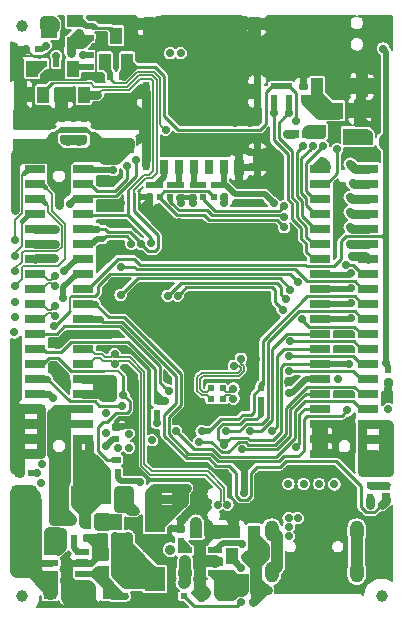
<source format=gbr>
G04 #@! TF.GenerationSoftware,KiCad,Pcbnew,5.1.5-52549c5~84~ubuntu18.04.1*
G04 #@! TF.CreationDate,2020-02-06T13:36:22+02:00*
G04 #@! TF.ProjectId,USB-gLINK_Rev_C,5553422d-674c-4494-9e4b-5f5265765f43,C*
G04 #@! TF.SameCoordinates,Original*
G04 #@! TF.FileFunction,Copper,L4,Bot*
G04 #@! TF.FilePolarity,Positive*
%FSLAX46Y46*%
G04 Gerber Fmt 4.6, Leading zero omitted, Abs format (unit mm)*
G04 Created by KiCad (PCBNEW 5.1.5-52549c5~84~ubuntu18.04.1) date 2020-02-06 13:36:22*
%MOMM*%
%LPD*%
G04 APERTURE LIST*
%ADD10R,0.550000X0.500000*%
%ADD11R,0.500000X0.550000*%
%ADD12R,1.000000X1.400000*%
%ADD13R,1.400000X1.000000*%
%ADD14R,1.700000X2.000000*%
%ADD15R,1.800000X0.700000*%
%ADD16R,1.016000X1.016000*%
%ADD17C,1.400000*%
%ADD18R,1.400000X1.400000*%
%ADD19R,1.030000X1.000000*%
%ADD20R,0.550000X1.800000*%
%ADD21R,0.650000X1.300000*%
%ADD22R,1.524000X1.270000*%
%ADD23C,1.000000*%
%ADD24R,1.200000X0.550000*%
%ADD25R,0.762000X0.508000*%
%ADD26R,2.000000X1.700000*%
%ADD27O,1.200000X1.800000*%
%ADD28R,0.508000X0.762000*%
%ADD29C,0.900000*%
%ADD30C,0.700000*%
%ADD31C,0.762000*%
%ADD32C,1.016000*%
%ADD33C,1.270000*%
%ADD34C,0.508000*%
%ADD35C,0.558800*%
%ADD36C,0.157480*%
%ADD37C,0.609600*%
%ADD38C,0.254000*%
%ADD39C,0.406400*%
%ADD40C,1.524000*%
%ADD41C,0.711200*%
%ADD42C,0.355600*%
%ADD43C,0.203200*%
%ADD44C,0.127000*%
G04 APERTURE END LIST*
D10*
X134112000Y-52070000D03*
X134112000Y-53086000D03*
D11*
X136779000Y-56388000D03*
X135763000Y-56388000D03*
D12*
X137220960Y-55082440D03*
X135318500Y-55082440D03*
X136273540Y-52872640D03*
D13*
X132806440Y-51628040D03*
X132806440Y-53530500D03*
X130596640Y-52575460D03*
D14*
X139573000Y-93893000D03*
X139573000Y-98893000D03*
D10*
X133540501Y-61595000D03*
X133540501Y-62611000D03*
D15*
X153543000Y-76835000D03*
X157607000Y-76835000D03*
X153543000Y-78105000D03*
X157607000Y-78105000D03*
X153543000Y-79375000D03*
X157607000Y-79375000D03*
X153543000Y-80645000D03*
X157607000Y-80645000D03*
X153543000Y-81915000D03*
X157607000Y-81915000D03*
X153543000Y-83185000D03*
X157607000Y-83185000D03*
X153543000Y-84455000D03*
X157607000Y-84455000D03*
X153543000Y-85725000D03*
X157607000Y-85725000D03*
X153543000Y-86995000D03*
X157607000Y-86995000D03*
X153543000Y-88265000D03*
X157607000Y-88265000D03*
X157607000Y-75565000D03*
X153543000Y-75565000D03*
X157607000Y-74295000D03*
X153543000Y-74295000D03*
X157607000Y-73025000D03*
X153543000Y-73025000D03*
X157607000Y-71755000D03*
X153543000Y-71755000D03*
X157607000Y-70485000D03*
X153543000Y-70485000D03*
X157607000Y-69215000D03*
X153543000Y-69215000D03*
X157607000Y-67945000D03*
X153543000Y-67945000D03*
X157607000Y-66675000D03*
X153543000Y-66675000D03*
X157607000Y-65405000D03*
X153543000Y-65405000D03*
X157607000Y-64135000D03*
X153543000Y-64135000D03*
X129413000Y-76835000D03*
X133477000Y-76835000D03*
X129413000Y-78105000D03*
X133477000Y-78105000D03*
X129413000Y-79375000D03*
X133477000Y-79375000D03*
X129413000Y-80645000D03*
X133477000Y-80645000D03*
X129413000Y-81915000D03*
X133477000Y-81915000D03*
X129413000Y-83185000D03*
X133477000Y-83185000D03*
X129413000Y-84455000D03*
X133477000Y-84455000D03*
X129413000Y-85725000D03*
X133477000Y-85725000D03*
X129413000Y-86995000D03*
X133477000Y-86995000D03*
X129413000Y-88265000D03*
X133477000Y-88265000D03*
X133477000Y-75565000D03*
X129413000Y-75565000D03*
X133477000Y-74295000D03*
X129413000Y-74295000D03*
X133477000Y-73025000D03*
X129413000Y-73025000D03*
X133477000Y-71755000D03*
X129413000Y-71755000D03*
X133477000Y-70485000D03*
X129413000Y-70485000D03*
X133477000Y-69215000D03*
X129413000Y-69215000D03*
X133477000Y-67945000D03*
X129413000Y-67945000D03*
X133477000Y-66675000D03*
X129413000Y-66675000D03*
X133477000Y-65405000D03*
X129413000Y-65405000D03*
X133477000Y-64135000D03*
X129413000Y-64135000D03*
D16*
X132461000Y-100076000D03*
X130683000Y-100076000D03*
X135636000Y-100076000D03*
X133858000Y-100076000D03*
D17*
X143525240Y-100058220D03*
D18*
X145554700Y-100055680D03*
D19*
X147975000Y-51895000D03*
X139045000Y-51895000D03*
D20*
X148215000Y-63365000D03*
X138805000Y-63365000D03*
X148215000Y-57615000D03*
X138805000Y-57615000D03*
D21*
X144145000Y-63985000D03*
X146685000Y-63985000D03*
X140335000Y-63985000D03*
X141605000Y-63985000D03*
X142875000Y-63985000D03*
X145415000Y-63985000D03*
D12*
X146052540Y-96901000D03*
X147955000Y-96901000D03*
X146999960Y-99110800D03*
D11*
X131699000Y-95377000D03*
X132715000Y-95377000D03*
D16*
X135128000Y-96774000D03*
X136906000Y-96774000D03*
X144780000Y-94869000D03*
X143002000Y-94869000D03*
D10*
X142748000Y-66548000D03*
X142748000Y-65532000D03*
X141732000Y-66548000D03*
X141732000Y-65532000D03*
X139065000Y-66548000D03*
X139065000Y-65532000D03*
X132651501Y-61595000D03*
X132651501Y-62611000D03*
X131762500Y-61595000D03*
X131762500Y-62611000D03*
D22*
X128269999Y-60198000D03*
X128269999Y-62230000D03*
D10*
X132651501Y-59817001D03*
X132651501Y-60833001D03*
X133540499Y-59817000D03*
X133540499Y-60833000D03*
D12*
X135321040Y-91856560D03*
X137223500Y-91856560D03*
X136268460Y-94066360D03*
D23*
X128270000Y-52070000D03*
X158750000Y-100330000D03*
D10*
X133858000Y-94361000D03*
X133858000Y-95377000D03*
X141986000Y-99314000D03*
X141986000Y-100330000D03*
X141732000Y-94615000D03*
X141732000Y-95631000D03*
D11*
X130175000Y-55245000D03*
X131191000Y-55245000D03*
D10*
X134112000Y-55499000D03*
X134112000Y-54483000D03*
D11*
X128651000Y-54038500D03*
X129667000Y-54038500D03*
D10*
X157734000Y-90932000D03*
X157734000Y-91948000D03*
X144526000Y-65532000D03*
X144526000Y-66548000D03*
X143637000Y-65532000D03*
X143637000Y-66548000D03*
X140843000Y-65532000D03*
X140843000Y-66548000D03*
X139954000Y-65532000D03*
X139954000Y-66548000D03*
D12*
X130108960Y-57876440D03*
X128206500Y-57876440D03*
X129161540Y-55666640D03*
X133537960Y-57876440D03*
X131635500Y-57876440D03*
X132590540Y-55666640D03*
D24*
X144683000Y-96456500D03*
X144683000Y-97406500D03*
X144683000Y-98356500D03*
X142083000Y-96456500D03*
X142083000Y-98356500D03*
D25*
X159131000Y-91059000D03*
X159131000Y-91821000D03*
D10*
X137033000Y-100330000D03*
X137033000Y-99314000D03*
D16*
X147955000Y-94869000D03*
X146177000Y-94869000D03*
D10*
X145415000Y-65532000D03*
X145415000Y-66548000D03*
D22*
X137033000Y-62230000D03*
X137033000Y-60198000D03*
X135001000Y-60198000D03*
X135001000Y-62230000D03*
X130301999Y-62230000D03*
X130301999Y-60198000D03*
D10*
X131762502Y-60833000D03*
X131762502Y-59817000D03*
D26*
X133437000Y-91821000D03*
X128437000Y-91821000D03*
D16*
X136906000Y-98298000D03*
X135128000Y-98298000D03*
D24*
X133380100Y-96586000D03*
X133380100Y-97536000D03*
X133380100Y-98486000D03*
X130779900Y-98486000D03*
X130779900Y-97536000D03*
X130779900Y-96586000D03*
D27*
X156635000Y-98294000D03*
X156635000Y-94824000D03*
X149435000Y-94824000D03*
X149435000Y-98294000D03*
D23*
X128270000Y-100330000D03*
D10*
X139700000Y-83820000D03*
X139700000Y-84836000D03*
D11*
X144271999Y-83629500D03*
X145287999Y-83629500D03*
X144272000Y-82740501D03*
X145288000Y-82740501D03*
D10*
X136271000Y-86995000D03*
X136271000Y-85979000D03*
D11*
X128079500Y-89916000D03*
X129095500Y-89916000D03*
D10*
X159321500Y-82232500D03*
X159321500Y-81216500D03*
X148526500Y-82677000D03*
X148526500Y-83693000D03*
X136398000Y-88773000D03*
X136398000Y-89789000D03*
X150876000Y-57150000D03*
X150876000Y-58166000D03*
X149606000Y-58166000D03*
X149606000Y-57150000D03*
D16*
X153543000Y-60960000D03*
X153543000Y-59182000D03*
D12*
X153294000Y-57150000D03*
X157094000Y-57150000D03*
X155953460Y-61427360D03*
X156908500Y-59217560D03*
X155006040Y-59217560D03*
D11*
X157734000Y-61849000D03*
X158750000Y-61849000D03*
D10*
X152146000Y-58166000D03*
X152146000Y-57150000D03*
D28*
X151511000Y-61214000D03*
X152273000Y-61214000D03*
D29*
X143002000Y-94107000D03*
D30*
X137858500Y-93091000D03*
X136398000Y-92075000D03*
X129540000Y-92202000D03*
X129540000Y-92964000D03*
X129540000Y-93726000D03*
X128651000Y-92964000D03*
X136398000Y-92837000D03*
X137160000Y-92837000D03*
D29*
X142110798Y-97384209D03*
D30*
X128651000Y-93726000D03*
X134048500Y-56261000D03*
X147574000Y-60228990D03*
X146304000Y-60228990D03*
X139835903Y-52696097D03*
X138802097Y-53856903D03*
D29*
X138683992Y-100711000D03*
X132080000Y-97536000D03*
X132080000Y-98806000D03*
D30*
X132080000Y-100838000D03*
X133858000Y-100838000D03*
X132969000Y-100838000D03*
X133858000Y-99314000D03*
X132969000Y-99314000D03*
X154432000Y-93091000D03*
X154432000Y-92075000D03*
X155067000Y-93726000D03*
X155067000Y-94488000D03*
X155067000Y-95250000D03*
X153923998Y-96266000D03*
X153035000Y-96266000D03*
X152019000Y-96266000D03*
X153035000Y-97282000D03*
X154051000Y-97282000D03*
X155067000Y-97282000D03*
X151003000Y-97282000D03*
X152019000Y-97282000D03*
X155067000Y-98298000D03*
X154051000Y-98298000D03*
X153035000Y-98298000D03*
X151003000Y-98298000D03*
X152019000Y-98298000D03*
X139827000Y-100838000D03*
X140843000Y-100838000D03*
X143129000Y-92265500D03*
X143129000Y-93027500D03*
X144018000Y-94234000D03*
X144018000Y-95026990D03*
D29*
X143383000Y-97384209D03*
X134874000Y-95509510D03*
D30*
X127635000Y-87630000D03*
X127635000Y-86741000D03*
X127635000Y-88519000D03*
X127635000Y-89408000D03*
X135763000Y-78105000D03*
X132080000Y-82169000D03*
X131572000Y-81661000D03*
X131191000Y-81026000D03*
X133101212Y-61879990D03*
X132212212Y-59436000D03*
X133096000Y-59436000D03*
X131318000Y-59436000D03*
X133985000Y-59436000D03*
X134810500Y-59436000D03*
X136017000Y-59436000D03*
X136017000Y-60198000D03*
X138176000Y-60198000D03*
X129286000Y-60198000D03*
X127889000Y-59309000D03*
X128651000Y-59309000D03*
X138176000Y-59436000D03*
X129367790Y-59302474D03*
X142748000Y-67056000D03*
X145415000Y-67056000D03*
X131191000Y-78994000D03*
X132207000Y-78105000D03*
X127640557Y-83210006D03*
X147701000Y-64008000D03*
X139827000Y-54864000D03*
X135001000Y-52832000D03*
X135001000Y-51562000D03*
X136779000Y-51562000D03*
X137795000Y-51562000D03*
X137795000Y-52578000D03*
X139827000Y-51562000D03*
X140843000Y-52705000D03*
X140843000Y-51562000D03*
X143002000Y-51562000D03*
X143002000Y-52705000D03*
X144018000Y-52705000D03*
X144018000Y-51562000D03*
X146177000Y-52705000D03*
X147193000Y-52705000D03*
X146177000Y-51562000D03*
X147193000Y-51562000D03*
X150368000Y-51562000D03*
X149352000Y-52705000D03*
X150368000Y-52705000D03*
X149352000Y-51562000D03*
X153416000Y-52705000D03*
X152400000Y-52705000D03*
X153416000Y-51562000D03*
X152400000Y-51562000D03*
X155448000Y-51562000D03*
X154432000Y-51562000D03*
X157861000Y-51562000D03*
X155448000Y-52705000D03*
X157861000Y-52705000D03*
X156718000Y-52705000D03*
X157861000Y-53848000D03*
X155448000Y-53848000D03*
X153416000Y-53848000D03*
X154432000Y-53848000D03*
X152400000Y-53848000D03*
X151384000Y-53848000D03*
X148336000Y-53848000D03*
X147193000Y-53848000D03*
X146177000Y-53848000D03*
X145034000Y-53848000D03*
X147193000Y-54864000D03*
X146177000Y-54864000D03*
X146177000Y-55880000D03*
X147193000Y-55880000D03*
X148336000Y-54864000D03*
X148336000Y-55880000D03*
X149225000Y-55880000D03*
X150495000Y-55880000D03*
X152019000Y-55880000D03*
X151257000Y-55880000D03*
X153416000Y-55880000D03*
X154432000Y-55880000D03*
X155448000Y-55880000D03*
X156718000Y-55880000D03*
X157861000Y-55880000D03*
X157988000Y-56769000D03*
X157988000Y-58547000D03*
X157988000Y-59436000D03*
X157988000Y-60325000D03*
X155575000Y-86487000D03*
X153543000Y-87630000D03*
X156210000Y-86995000D03*
X159321500Y-83566000D03*
X155829000Y-85725000D03*
X155829000Y-83185000D03*
X155829000Y-91186000D03*
X143891000Y-90995500D03*
X159321500Y-82804000D03*
X141761765Y-67026235D03*
X139700000Y-67437000D03*
X138430000Y-67437000D03*
X136652000Y-67056000D03*
X136017000Y-65278000D03*
X135826500Y-68834000D03*
X136652000Y-68834000D03*
X140508985Y-68660015D03*
X141605000Y-68659957D03*
X148844000Y-64008000D03*
X148209000Y-67056000D03*
X146467406Y-65423600D03*
X146431000Y-67056000D03*
X147447000Y-67056000D03*
X145334985Y-69168015D03*
X146431000Y-69167957D03*
X148844000Y-61468000D03*
X148844000Y-62738000D03*
X147574000Y-61468000D03*
X147574000Y-62738000D03*
X146304000Y-61468000D03*
X146304000Y-62738000D03*
X145034000Y-61468000D03*
X145034000Y-62738000D03*
X143764000Y-61468000D03*
X143764000Y-62738000D03*
X142494000Y-62738000D03*
X142494000Y-61468000D03*
X141224000Y-61468000D03*
X141224000Y-62738000D03*
X141224000Y-70358000D03*
X145034000Y-70358000D03*
X148844000Y-70358000D03*
X143764000Y-70358000D03*
X150058994Y-70358000D03*
X146304000Y-70358000D03*
X142494000Y-70358000D03*
X147574000Y-70358000D03*
X150058988Y-65459992D03*
X155829000Y-62738000D03*
X145034000Y-71501000D03*
X143764000Y-71501000D03*
X146304000Y-71501000D03*
X142494000Y-71501000D03*
X141224000Y-71501000D03*
X150058994Y-71501000D03*
X151328994Y-70358000D03*
X151328994Y-71501000D03*
X135699500Y-71501000D03*
X135890000Y-70485000D03*
X136652000Y-70485000D03*
X135763000Y-67056000D03*
X134874000Y-67056000D03*
X135890000Y-75819000D03*
X142494000Y-75819000D03*
X143764000Y-75819000D03*
X145034000Y-75819000D03*
X141478000Y-77978000D03*
X141478000Y-79121000D03*
X149225000Y-76962000D03*
X147193000Y-76962000D03*
X144145000Y-80264000D03*
X142748000Y-80264000D03*
X142748000Y-83439000D03*
X148082000Y-80264000D03*
X150861737Y-82169000D03*
X148209000Y-76962000D03*
X145034000Y-74866511D03*
X143764000Y-74866511D03*
X142494000Y-74866511D03*
X141478000Y-75819000D03*
X143129000Y-90995500D03*
X143510000Y-91630500D03*
X155194000Y-65659000D03*
X155194000Y-66929000D03*
X155194000Y-68199000D03*
X136779000Y-75947001D03*
X140589000Y-77978000D03*
X140589000Y-79121000D03*
X141478000Y-80264000D03*
X140589000Y-81915000D03*
X149479000Y-91440000D03*
X152781000Y-91440000D03*
X153543000Y-92075000D03*
X153543000Y-93091000D03*
X139547600Y-89141799D03*
X143764000Y-92646500D03*
X148274011Y-91440000D03*
X155448000Y-78105000D03*
X155194000Y-69469000D03*
X155448000Y-79375000D03*
X132212212Y-61879990D03*
X139547600Y-88361020D03*
D29*
X131445000Y-93853000D03*
X132461000Y-93853000D03*
X140843000Y-96393000D03*
D30*
X136017000Y-64262000D03*
X158877000Y-53975000D03*
X159131000Y-80610000D03*
X155854558Y-84607562D03*
X147066010Y-91567000D03*
X150848370Y-90835990D03*
X149606000Y-67056000D03*
X127698500Y-76708000D03*
X131064000Y-70485000D03*
X131050326Y-71695711D03*
X127648754Y-78002697D03*
X152146000Y-90835990D03*
X150495000Y-69088000D03*
X154746500Y-90868500D03*
X150495000Y-67310000D03*
X153452152Y-90835990D03*
X150495000Y-68199000D03*
X135509000Y-94424500D03*
X134747000Y-93662500D03*
X135509000Y-93662500D03*
X134747000Y-94424500D03*
X150876000Y-95250000D03*
X150876000Y-94488000D03*
X150876000Y-93726000D03*
X151638000Y-93726000D03*
X135890000Y-83439000D03*
X135890000Y-81915000D03*
X135890000Y-82677000D03*
X135128000Y-83439000D03*
X132461000Y-54356000D03*
X133159500Y-52641500D03*
D29*
X147955000Y-95885000D03*
D30*
X148844000Y-96964500D03*
X148844000Y-96139000D03*
D29*
X148145500Y-97917000D03*
X148145500Y-98933000D03*
X148145500Y-99949000D03*
D30*
X147828000Y-100838000D03*
X147193000Y-97028000D03*
X149098000Y-99822000D03*
X139700000Y-92075000D03*
X139700000Y-91186000D03*
X141351000Y-91186000D03*
X141351000Y-92075000D03*
X141351000Y-92964000D03*
X142240000Y-91186000D03*
X127698500Y-67610000D03*
X127698500Y-66294000D03*
X127698500Y-65024000D03*
X127698500Y-63373000D03*
X130937000Y-63881000D03*
X133540500Y-63119000D03*
X132651500Y-63119000D03*
X131762500Y-63119000D03*
X130937000Y-63119000D03*
X131762500Y-63881000D03*
X127698500Y-64198500D03*
X131254500Y-62357000D03*
X130962400Y-61366400D03*
X134493000Y-63119000D03*
X135255000Y-63373000D03*
X136017000Y-63373000D03*
X136017000Y-62611000D03*
X136017000Y-61849000D03*
X134366000Y-61366400D03*
X131445000Y-66294000D03*
X130937000Y-65532000D03*
X131445000Y-67183000D03*
X158877000Y-88265000D03*
X157099000Y-89027000D03*
X159385000Y-88773000D03*
X157099000Y-87630000D03*
X158877000Y-87249000D03*
X159385000Y-87757000D03*
X158877000Y-89281000D03*
X159385000Y-89789000D03*
X157099000Y-89789000D03*
X159385000Y-86741000D03*
X150749000Y-61214000D03*
X159321500Y-84518500D03*
X158750000Y-92583000D03*
X156292622Y-65322221D03*
X156083000Y-66548000D03*
X156083000Y-67818000D03*
X156083000Y-69088000D03*
X156083000Y-70485000D03*
X156201057Y-71509943D03*
X155702000Y-72263000D03*
X137160006Y-63881000D03*
X156083000Y-63754000D03*
X130937000Y-83566000D03*
X139700000Y-85661500D03*
X136809990Y-84191230D03*
X129585221Y-89916000D03*
X131815509Y-75121265D03*
X136893777Y-83312000D03*
X131867003Y-72802961D03*
X129921000Y-90741500D03*
X140446500Y-83820000D03*
X135382000Y-87630000D03*
X137541000Y-70485000D03*
X140716000Y-82929506D03*
X136398000Y-87757000D03*
X138368013Y-70485000D03*
X139207107Y-70469893D03*
X137350500Y-87757000D03*
X131064000Y-75786500D03*
X132365746Y-67151246D03*
X140462000Y-60833000D03*
X137939258Y-63372563D03*
X131064000Y-74073500D03*
X146250204Y-80825796D03*
X156179010Y-72994010D03*
X155067000Y-81915000D03*
X153670000Y-63500000D03*
X156179010Y-74264010D03*
X152104222Y-62229991D03*
X156179010Y-75534010D03*
X154969491Y-62510886D03*
X156179010Y-76804010D03*
X153796990Y-62230000D03*
X157734000Y-92583000D03*
X155956000Y-80645000D03*
X145428430Y-87489570D03*
X138303000Y-90678002D03*
X151500212Y-60079630D03*
X152931233Y-62230001D03*
X150876008Y-83089488D03*
X143510000Y-86360000D03*
X149491434Y-86360000D03*
X135382000Y-84836000D03*
X136647866Y-72420958D03*
X147623579Y-86343346D03*
X145542000Y-86360000D03*
X127698500Y-70210000D03*
X143319500Y-87249000D03*
X127698500Y-71510000D03*
X141351000Y-86360000D03*
X146923585Y-87884000D03*
X150876000Y-59436000D03*
X151541990Y-87676100D03*
X149606000Y-59436000D03*
X151670230Y-73713632D03*
X131000500Y-77470000D03*
X152019000Y-76835000D03*
X129966232Y-89134190D03*
X135382000Y-86487000D03*
X151003000Y-74422000D03*
X151003000Y-78740000D03*
X136658389Y-74835510D03*
X127698500Y-75410000D03*
X131064000Y-69215000D03*
X150876000Y-80010000D03*
X150622000Y-75184000D03*
X140627789Y-74899010D03*
X137338817Y-86583010D03*
X127703999Y-74109999D03*
X150368000Y-76073000D03*
X150876000Y-81280000D03*
X141479995Y-74901005D03*
X139319000Y-87122006D03*
X127698500Y-72810000D03*
X131064000Y-76613500D03*
X131064000Y-73246500D03*
X146834981Y-80241019D03*
X136144000Y-79850500D03*
X145701500Y-92583000D03*
X136144000Y-80677500D03*
X144874499Y-92583000D03*
D29*
X130683000Y-94996000D03*
X130683000Y-96012000D03*
D30*
X131699000Y-96075500D03*
X131699000Y-94869000D03*
X136144000Y-96393000D03*
X137287000Y-95250000D03*
X137287000Y-96393000D03*
X136715500Y-95821500D03*
X136149238Y-95270124D03*
X136144000Y-97484209D03*
X137287000Y-97484209D03*
X136715500Y-96901000D03*
X146875500Y-100807010D03*
X146872045Y-97920455D03*
X130302000Y-53721000D03*
X131191000Y-54610000D03*
X133444490Y-54507520D03*
X146939000Y-95885000D03*
X146202400Y-83598500D03*
X146202400Y-82771500D03*
X131064000Y-51816000D03*
X140843000Y-54356000D03*
X141732000Y-54356000D03*
D31*
X141986000Y-98453500D02*
X142083000Y-98356500D01*
X141986000Y-99314000D02*
X141986000Y-98933000D01*
X141986000Y-98933000D02*
X141986000Y-98453500D01*
D32*
X142083000Y-98356500D02*
X142083000Y-99090000D01*
X142083000Y-99090000D02*
X141986000Y-99187000D01*
D33*
X130683000Y-99695000D02*
X129286000Y-98298000D01*
D34*
X130779900Y-98486000D02*
X130810000Y-98516100D01*
X130810000Y-98516100D02*
X130810000Y-98806000D01*
D32*
X130810000Y-98806000D02*
X130810000Y-99568000D01*
X130810000Y-99568000D02*
X130683000Y-99695000D01*
D34*
X129286000Y-98100100D02*
X129286000Y-97536000D01*
X129671900Y-98486000D02*
X129286000Y-98100100D01*
D35*
X130779900Y-98486000D02*
X129671900Y-98486000D01*
D33*
X129286000Y-98298000D02*
X129286000Y-97536000D01*
D35*
X130779900Y-97536000D02*
X129286000Y-97536000D01*
D33*
X130683000Y-99949000D02*
X130683000Y-99695000D01*
X129286000Y-92837000D02*
X128270000Y-91821000D01*
D32*
X143002000Y-94107000D02*
X143002000Y-94869000D01*
D31*
X137287000Y-91440000D02*
X136398000Y-91440000D01*
X137223500Y-91856560D02*
X137287000Y-91793060D01*
X137287000Y-91793060D02*
X137287000Y-91440000D01*
X137223500Y-92138500D02*
X137160000Y-92202000D01*
X137223500Y-91856560D02*
X137223500Y-92138500D01*
X136398000Y-92202000D02*
X137160000Y-92202000D01*
X136398000Y-92202000D02*
X136398000Y-91440000D01*
D32*
X129286000Y-94488000D02*
X129286000Y-94615000D01*
X127762000Y-92964000D02*
X129286000Y-94488000D01*
D33*
X129286000Y-97536000D02*
X129286000Y-94615000D01*
X129286000Y-94615000D02*
X129286000Y-92837000D01*
D31*
X136398000Y-91313000D02*
X136892974Y-91313000D01*
X136892974Y-91313000D02*
X137287000Y-91313000D01*
X137287000Y-91313000D02*
X137287000Y-91440000D01*
X136398000Y-92837000D02*
X137160000Y-92837000D01*
X136398000Y-92837000D02*
X136398000Y-92075000D01*
X137160000Y-92837000D02*
X137350500Y-92646500D01*
X137350500Y-92646500D02*
X137350500Y-91313000D01*
D32*
X142110798Y-98020605D02*
X142110798Y-97384209D01*
X142110798Y-98328702D02*
X142110798Y-98020605D01*
X142083000Y-98356500D02*
X142110798Y-98328702D01*
D31*
X129540000Y-92202000D02*
X129540000Y-92964000D01*
D32*
X128524000Y-91440000D02*
X128437000Y-91527000D01*
X129032000Y-91440000D02*
X128524000Y-91440000D01*
X128651000Y-91440000D02*
X129413000Y-92202000D01*
X128437000Y-91527000D02*
X128437000Y-91821000D01*
X129413000Y-92202000D02*
X129413000Y-91821000D01*
X127762000Y-91567000D02*
X127889000Y-91440000D01*
X127762000Y-92964000D02*
X127762000Y-91567000D01*
X127889000Y-91440000D02*
X128651000Y-91440000D01*
X129413000Y-91821000D02*
X129032000Y-91440000D01*
X128651000Y-92964000D02*
X127762000Y-92964000D01*
X128651000Y-98171000D02*
X128524000Y-98298000D01*
X129286000Y-98298000D02*
X128524000Y-98298000D01*
X128651000Y-93726000D02*
X128651000Y-98171000D01*
X127762000Y-98171000D02*
X127762000Y-92964000D01*
X128524000Y-98298000D02*
X127889000Y-98298000D01*
X127889000Y-98298000D02*
X127762000Y-98171000D01*
D31*
X137414000Y-93091000D02*
X137160000Y-92837000D01*
X137858500Y-93091000D02*
X137414000Y-93091000D01*
X136461500Y-92011500D02*
X136398000Y-92075000D01*
X137858500Y-93091000D02*
X136779000Y-92011500D01*
X136779000Y-92011500D02*
X136461500Y-92011500D01*
D34*
X128187250Y-54527250D02*
X127889000Y-54825500D01*
X128651000Y-54063500D02*
X128187250Y-54527250D01*
D36*
X129222500Y-54610000D02*
X128270000Y-54610000D01*
X128270000Y-54610000D02*
X128187250Y-54527250D01*
X130650501Y-54825167D02*
X130435334Y-54610000D01*
X130650501Y-56610999D02*
X130650501Y-54825167D01*
X130435334Y-54610000D02*
X129222500Y-54610000D01*
X129222500Y-54610000D02*
X128651000Y-54038500D01*
X130650501Y-56610999D02*
X127921499Y-56610999D01*
X133698501Y-56610999D02*
X130650501Y-56610999D01*
X134493000Y-56261000D02*
X134594600Y-56159400D01*
X134048500Y-56261000D02*
X134493000Y-56261000D01*
X134594600Y-56159400D02*
X134594600Y-53238400D01*
X134594600Y-53238400D02*
X135001000Y-52832000D01*
D34*
X127889000Y-56578500D02*
X127889000Y-58814026D01*
X127889000Y-54825500D02*
X127889000Y-56578500D01*
D36*
X134048500Y-56261000D02*
X133698501Y-56610999D01*
X127921499Y-56610999D02*
X127889000Y-56578500D01*
D37*
X148215000Y-57615000D02*
X148215000Y-59587990D01*
X148215000Y-59587990D02*
X147574000Y-60228990D01*
X148215000Y-53854000D02*
X148215000Y-57615000D01*
D31*
X139045000Y-51905194D02*
X139485904Y-52346098D01*
X139485904Y-52346098D02*
X139835903Y-52696097D01*
X139045000Y-51895000D02*
X139045000Y-51905194D01*
D38*
X139827000Y-54864000D02*
X138819903Y-53856903D01*
X138819903Y-53856903D02*
X138802097Y-53856903D01*
D31*
X138805000Y-58160000D02*
X138811000Y-58166000D01*
X138805000Y-57615000D02*
X138805000Y-58160000D01*
D32*
X131572000Y-57876440D02*
X131572000Y-59182000D01*
X131572000Y-59182000D02*
X131318000Y-59436000D01*
D34*
X128651000Y-54038500D02*
X128651000Y-54063500D01*
X127889000Y-58814026D02*
X127889000Y-59309000D01*
D32*
X128143000Y-57876440D02*
X128143000Y-58801000D01*
X128143000Y-58801000D02*
X128651000Y-59309000D01*
X143383000Y-97409000D02*
X143383000Y-97409000D01*
X144780000Y-94869000D02*
X146177000Y-94869000D01*
D37*
X144780000Y-94869000D02*
X144653000Y-94869000D01*
X144653000Y-94869000D02*
X143383000Y-96139000D01*
X133380100Y-97536000D02*
X132080000Y-97536000D01*
D32*
X132080000Y-97536000D02*
X132080000Y-99695000D01*
X132080000Y-99695000D02*
X132461000Y-100076000D01*
D37*
X132080000Y-97536000D02*
X132080000Y-97536000D01*
X132080000Y-97536000D02*
X132080000Y-97536000D01*
D31*
X133858000Y-100076000D02*
X133858000Y-100838000D01*
X132080000Y-100076000D02*
X132080000Y-100838000D01*
X132969000Y-100343026D02*
X132969000Y-100076000D01*
X132969000Y-100838000D02*
X132969000Y-100343026D01*
D32*
X132461000Y-100076000D02*
X132969000Y-100076000D01*
X132969000Y-100076000D02*
X133858000Y-100076000D01*
D31*
X132080000Y-100838000D02*
X133858000Y-100838000D01*
D32*
X132080000Y-98806000D02*
X132080000Y-100457000D01*
D34*
X138302992Y-101092000D02*
X138683992Y-100711000D01*
X133858000Y-100838000D02*
X134112000Y-101092000D01*
D37*
X133380100Y-97536000D02*
X134112000Y-97536000D01*
X134874000Y-96774000D02*
X135128000Y-96774000D01*
D31*
X133858000Y-100076000D02*
X133858000Y-99314000D01*
X133858000Y-99314000D02*
X132969000Y-99314000D01*
X132588000Y-99314000D02*
X132080000Y-98806000D01*
X132969000Y-99314000D02*
X132588000Y-99314000D01*
X134112000Y-99568000D02*
X134112000Y-100838000D01*
X133858000Y-99314000D02*
X134112000Y-99568000D01*
D34*
X133858000Y-100330000D02*
X134620000Y-101092000D01*
X133858000Y-100076000D02*
X133858000Y-100330000D01*
X134112000Y-101092000D02*
X134620000Y-101092000D01*
X134620000Y-101092000D02*
X138302992Y-101092000D01*
X152019000Y-96266000D02*
X152019000Y-98298000D01*
X142875000Y-92964000D02*
X143129000Y-92964000D01*
X141732000Y-94615000D02*
X141732000Y-94107000D01*
X141732000Y-94107000D02*
X142875000Y-92964000D01*
X134493000Y-96012000D02*
X134493000Y-97155000D01*
D37*
X134112000Y-97536000D02*
X134493000Y-97155000D01*
D34*
X133858000Y-95377000D02*
X134493000Y-96012000D01*
D37*
X134493000Y-97155000D02*
X134874000Y-96774000D01*
D31*
X144048990Y-94996000D02*
X144018000Y-95026990D01*
X144018000Y-94234000D02*
X144018000Y-95026990D01*
D32*
X144683000Y-97406500D02*
X144660709Y-97384209D01*
X143383000Y-96139000D02*
X143383000Y-97384209D01*
X144660709Y-97384209D02*
X144019396Y-97384209D01*
X144019396Y-97384209D02*
X143383000Y-97384209D01*
X134874000Y-96145906D02*
X134874000Y-95509510D01*
D34*
X133858000Y-95377000D02*
X134741490Y-95377000D01*
X134741490Y-95377000D02*
X134874000Y-95509510D01*
D32*
X135128000Y-96774000D02*
X134874000Y-96520000D01*
X134874000Y-96774000D02*
X134874000Y-95509510D01*
X134874000Y-96520000D02*
X134874000Y-96145906D01*
D37*
X146177000Y-94853758D02*
X146177000Y-94869000D01*
D32*
X143383000Y-99949000D02*
X143383000Y-98020605D01*
X143383000Y-98020605D02*
X143383000Y-97384209D01*
X143510000Y-100076000D02*
X143383000Y-99949000D01*
X143525240Y-100058220D02*
X143525240Y-100060760D01*
X143525240Y-100060760D02*
X143510000Y-100076000D01*
D37*
X127889000Y-86995000D02*
X127635000Y-86741000D01*
D31*
X129413000Y-86995000D02*
X129921000Y-86995000D01*
X129921000Y-86995000D02*
X129921000Y-87630000D01*
X129413000Y-88265000D02*
X127635000Y-88265000D01*
X129413000Y-88265000D02*
X129921000Y-88265000D01*
X129921000Y-88265000D02*
X129921000Y-87630000D01*
D37*
X129413000Y-86995000D02*
X128397000Y-86995000D01*
X128397000Y-86995000D02*
X127889000Y-86995000D01*
D31*
X129413000Y-86995000D02*
X127889000Y-86995000D01*
X129413000Y-85725000D02*
X127635000Y-85725000D01*
X127635000Y-85725000D02*
X127635000Y-86741000D01*
X127751000Y-84455000D02*
X127635000Y-84571000D01*
X127635000Y-84571000D02*
X127635000Y-85725000D01*
X129413000Y-84455000D02*
X129921000Y-84455000D01*
X129921000Y-84455000D02*
X129921000Y-84963000D01*
X129413000Y-85725000D02*
X129921000Y-85725000D01*
X129921000Y-87630000D02*
X129921000Y-85725000D01*
X129921000Y-85725000D02*
X129921000Y-84963000D01*
X129413000Y-84455000D02*
X128524000Y-84455000D01*
X128524000Y-84455000D02*
X127751000Y-84455000D01*
X128041006Y-84455000D02*
X128524000Y-84455000D01*
X127660006Y-84074000D02*
X128041006Y-84455000D01*
X133477000Y-78105000D02*
X135763000Y-78105000D01*
D34*
X131762500Y-61595000D02*
X132207000Y-61595000D01*
X132207000Y-61595000D02*
X133096000Y-61595000D01*
X133096000Y-61595000D02*
X133540500Y-61595000D01*
X133096000Y-61874778D02*
X133101212Y-61879990D01*
X133096000Y-61595000D02*
X133096000Y-61874778D01*
X133540501Y-61595000D02*
X133540501Y-61847481D01*
X133507992Y-61879990D02*
X133101212Y-61879990D01*
X133540501Y-61847481D02*
X133507992Y-61879990D01*
D33*
X130301999Y-60198000D02*
X129286000Y-60198000D01*
X128269999Y-60198000D02*
X129286000Y-60198000D01*
D31*
X129286000Y-60198000D02*
X129286000Y-59309000D01*
X137033000Y-60198000D02*
X136017000Y-60198000D01*
D34*
X131762502Y-59817000D02*
X130683000Y-59817000D01*
X130683000Y-59817000D02*
X130302000Y-60198000D01*
X131762502Y-59817000D02*
X133540500Y-59817000D01*
X133540499Y-59817000D02*
X134620000Y-59817000D01*
X134620000Y-59817000D02*
X135001000Y-60198000D01*
D32*
X131318000Y-59436000D02*
X130556000Y-60198000D01*
X130556000Y-60198000D02*
X130302000Y-60198000D01*
X133985000Y-59436000D02*
X134747000Y-60198000D01*
X134747000Y-60198000D02*
X135001000Y-60198000D01*
D31*
X138176000Y-59436000D02*
X138176000Y-60198000D01*
X138176000Y-60198000D02*
X137681026Y-60198000D01*
X137681026Y-60198000D02*
X137096500Y-60198000D01*
D33*
X137033000Y-60198000D02*
X135001000Y-60198000D01*
D31*
X138049000Y-59309000D02*
X138176000Y-59436000D01*
X127889000Y-59309000D02*
X138049000Y-59309000D01*
X127889000Y-60198000D02*
X129286000Y-60198000D01*
X127889000Y-59309000D02*
X127889000Y-60198000D01*
X138805000Y-57664000D02*
X138811000Y-57658000D01*
X138799000Y-59436000D02*
X138805000Y-59430000D01*
X138176000Y-59436000D02*
X138799000Y-59436000D01*
X138805000Y-59430000D02*
X138805000Y-57664000D01*
X138176000Y-60198000D02*
X138799000Y-60198000D01*
X138799000Y-60198000D02*
X138805000Y-60204000D01*
X138805000Y-63365000D02*
X138805000Y-60204000D01*
X138805000Y-60204000D02*
X138805000Y-59430000D01*
X128143000Y-89535000D02*
X128143000Y-84455000D01*
X127635000Y-89535000D02*
X128143000Y-89535000D01*
D34*
X142748000Y-66548000D02*
X142748000Y-67056000D01*
X145415000Y-66548000D02*
X145415000Y-67056000D01*
D37*
X147975000Y-51895000D02*
X148215000Y-52135000D01*
X148215000Y-52135000D02*
X148215000Y-53854000D01*
D31*
X127640557Y-84565443D02*
X127640557Y-83704980D01*
X127640557Y-83704980D02*
X127640557Y-83210006D01*
X127635000Y-84571000D02*
X127640557Y-84565443D01*
D37*
X148215000Y-57664000D02*
X148209000Y-57658000D01*
X153543000Y-86995000D02*
X153543000Y-87630000D01*
X153543000Y-88265000D02*
X153543000Y-87630000D01*
X153543000Y-88265000D02*
X155052600Y-88265000D01*
D34*
X155575000Y-86487000D02*
X155575000Y-86614000D01*
X156325999Y-87237999D02*
X155575000Y-86487000D01*
X156325999Y-88022001D02*
X156325999Y-87237999D01*
D37*
X155067000Y-86995000D02*
X155575000Y-86487000D01*
X156210000Y-85865026D02*
X156210000Y-86995000D01*
X154749500Y-86995000D02*
X155067000Y-86995000D01*
X155067000Y-86677500D02*
X154749500Y-86995000D01*
X155067000Y-85725000D02*
X155067000Y-86677500D01*
X153543000Y-86995000D02*
X154749500Y-86995000D01*
X156196974Y-85865026D02*
X155575000Y-86487000D01*
X156210000Y-85865026D02*
X156196974Y-85865026D01*
X155416999Y-86645001D02*
X155067000Y-86995000D01*
X155225001Y-86836999D02*
X155575000Y-86487000D01*
X154793199Y-87268801D02*
X155225001Y-86836999D01*
X155052600Y-88265000D02*
X154793199Y-88005599D01*
D34*
X155416999Y-86645001D02*
X154793199Y-87268801D01*
X156083000Y-86868000D02*
X155194000Y-86868000D01*
X156210000Y-86995000D02*
X156083000Y-86868000D01*
D37*
X155199735Y-88411801D02*
X155872699Y-88411801D01*
X155179934Y-88392000D02*
X155199735Y-88411801D01*
X155052600Y-88265000D02*
X155179600Y-88392000D01*
X155179600Y-88392000D02*
X155179934Y-88392000D01*
X156019500Y-88328500D02*
X156275199Y-88072801D01*
D34*
X154793199Y-86086199D02*
X154432000Y-85725000D01*
X154793199Y-87268801D02*
X154793199Y-86086199D01*
D37*
X153543000Y-85725000D02*
X154432000Y-85725000D01*
X154432000Y-85725000D02*
X155067000Y-85725000D01*
D34*
X154793199Y-86086199D02*
X154793199Y-86633801D01*
X154793199Y-86633801D02*
X154432000Y-86995000D01*
D37*
X154793199Y-88005599D02*
X154793199Y-87649801D01*
D34*
X154793199Y-87649801D02*
X154793199Y-87356199D01*
D37*
X154793199Y-87649801D02*
X154793199Y-87268801D01*
D34*
X154793199Y-87356199D02*
X154432000Y-86995000D01*
X154793199Y-87356199D02*
X154793199Y-87903801D01*
X154793199Y-87903801D02*
X154432000Y-88265000D01*
D37*
X156210000Y-85865026D02*
X156210000Y-85738026D01*
X155575000Y-86487000D02*
X155575000Y-85979000D01*
X155067000Y-85725000D02*
X155334026Y-85725000D01*
X156210000Y-85738026D02*
X156196974Y-85725000D01*
X156196974Y-85725000D02*
X155829000Y-85725000D01*
X155575000Y-85979000D02*
X155829000Y-85725000D01*
X155334026Y-85725000D02*
X155829000Y-85725000D01*
D31*
X133477000Y-78105000D02*
X132207000Y-78105000D01*
X131191000Y-78994000D02*
X131318000Y-78994000D01*
X131318000Y-78994000D02*
X132207000Y-78105000D01*
D34*
X141732000Y-66548000D02*
X141732000Y-66996470D01*
X141732000Y-66996470D02*
X141761765Y-67026235D01*
X139065000Y-66802000D02*
X138430000Y-67437000D01*
X139065000Y-66548000D02*
X139065000Y-66802000D01*
D37*
X146708000Y-64008000D02*
X147701000Y-64008000D01*
X146685000Y-63985000D02*
X146708000Y-64008000D01*
X148209000Y-64008000D02*
X147701000Y-64008000D01*
X148215000Y-63365000D02*
X148215000Y-64002000D01*
X147701000Y-64008000D02*
X148844000Y-64008000D01*
X148215000Y-64002000D02*
X148209000Y-64008000D01*
X147574000Y-62738000D02*
X148844000Y-62738000D01*
D38*
X144018000Y-94234000D02*
X143764000Y-93980000D01*
X143764000Y-93662500D02*
X143129000Y-93027500D01*
X143764000Y-93980000D02*
X143764000Y-93662500D01*
D34*
X131762500Y-61785500D02*
X131856990Y-61879990D01*
X131762500Y-61595000D02*
X131762500Y-61785500D01*
X132212212Y-61879990D02*
X133101212Y-61879990D01*
X132207000Y-61874778D02*
X132212212Y-61879990D01*
X131856990Y-61879990D02*
X132212212Y-61879990D01*
X132207000Y-61595000D02*
X132207000Y-61874778D01*
X135890000Y-70866000D02*
X135636000Y-71120000D01*
X135890000Y-70485000D02*
X135890000Y-70866000D01*
X135699500Y-71056500D02*
X135699500Y-71501000D01*
X135763000Y-70993000D02*
X135699500Y-71056500D01*
X159321500Y-82232500D02*
X159321500Y-82804000D01*
X128079500Y-89852500D02*
X127635000Y-89408000D01*
X128079500Y-89916000D02*
X128079500Y-89852500D01*
D38*
X139547600Y-89141799D02*
X139547600Y-88361020D01*
X137998200Y-85979000D02*
X136271000Y-85979000D01*
X139115800Y-90474800D02*
X137998200Y-89357200D01*
X137998200Y-89357200D02*
X137998200Y-85979000D01*
X143129000Y-90932000D02*
X143129000Y-90474800D01*
X143129000Y-90474800D02*
X139115800Y-90474800D01*
X137795000Y-81788000D02*
X137160000Y-81153000D01*
X137998200Y-85979000D02*
X137998200Y-81991200D01*
X137998200Y-81991200D02*
X137795000Y-81788000D01*
X139897599Y-88011021D02*
X139547600Y-88361020D01*
X137287000Y-79311500D02*
X139065000Y-81089500D01*
X139954000Y-87954620D02*
X139897599Y-88011021D01*
X136842500Y-79311500D02*
X137287000Y-79311500D01*
X139065000Y-81089500D02*
X139065000Y-86010750D01*
X139065000Y-86010750D02*
X139954000Y-86899750D01*
X139954000Y-86899750D02*
X139954000Y-87954620D01*
D39*
X136271000Y-85979000D02*
X136271000Y-85534500D01*
X136271000Y-85534500D02*
X136525000Y-85280500D01*
X136525000Y-85280500D02*
X137477500Y-85280500D01*
X137477500Y-85280500D02*
X137541000Y-85280500D01*
X137541000Y-85280500D02*
X137858500Y-84963000D01*
D31*
X127635000Y-89408000D02*
X127635000Y-86741000D01*
X128143000Y-89535000D02*
X128016000Y-89408000D01*
X128016000Y-89408000D02*
X127635000Y-89408000D01*
X128016000Y-89916000D02*
X127635000Y-89535000D01*
X128079500Y-89916000D02*
X128016000Y-89916000D01*
X128143000Y-89535000D02*
X128143000Y-89916000D01*
D34*
X156908500Y-57335500D02*
X156908500Y-57462500D01*
X152146000Y-56007000D02*
X152019000Y-55880000D01*
X152146000Y-57150000D02*
X152146000Y-56007000D01*
X157480000Y-56769000D02*
X157988000Y-56769000D01*
X157094000Y-57150000D02*
X157099000Y-57150000D01*
X157099000Y-57150000D02*
X157480000Y-56769000D01*
D31*
X156908500Y-57462500D02*
X156908500Y-59217560D01*
X157094000Y-57277000D02*
X156908500Y-57462500D01*
D34*
X156972000Y-59436000D02*
X157988000Y-59436000D01*
X156908500Y-59217560D02*
X156908500Y-59372500D01*
X156908500Y-59372500D02*
X156972000Y-59436000D01*
X156972000Y-59154060D02*
X156908500Y-59217560D01*
X156972000Y-58674000D02*
X156972000Y-59154060D01*
X157988000Y-58547000D02*
X157099000Y-58547000D01*
X157099000Y-58547000D02*
X156972000Y-58674000D01*
X156908500Y-59753500D02*
X156908500Y-59217560D01*
X157988000Y-60325000D02*
X157480000Y-60325000D01*
X157480000Y-60325000D02*
X156908500Y-59753500D01*
D32*
X135321040Y-91856560D02*
X133385560Y-91856560D01*
X133385560Y-91856560D02*
X133350000Y-91821000D01*
D37*
X133477000Y-88900000D02*
X133477000Y-88392000D01*
D33*
X133437000Y-91821000D02*
X135128000Y-91821000D01*
D32*
X135321040Y-91856560D02*
X135321040Y-90998040D01*
D40*
X133477000Y-88709500D02*
X133477000Y-90932000D01*
D31*
X135255000Y-90932000D02*
X135321040Y-90998040D01*
D40*
X133477000Y-90932000D02*
X133477000Y-91821000D01*
D31*
X133477000Y-86995000D02*
X132969000Y-86995000D01*
X132969000Y-86995000D02*
X132969000Y-88011000D01*
X132969000Y-88011000D02*
X132969000Y-91440000D01*
X132969000Y-91440000D02*
X133350000Y-91821000D01*
D34*
X133437000Y-91821000D02*
X133858000Y-92242000D01*
X133413500Y-91884500D02*
X133350000Y-91821000D01*
X133413500Y-93599000D02*
X133413500Y-93281500D01*
X133413500Y-93599000D02*
X133413500Y-91884500D01*
X133413500Y-93281500D02*
X132715000Y-92583000D01*
X132715000Y-92583000D02*
X132715000Y-91821000D01*
X133858000Y-93789500D02*
X133858000Y-93281500D01*
X133858000Y-92242000D02*
X133858000Y-93789500D01*
X133858000Y-93789500D02*
X133858000Y-94361000D01*
X133858000Y-93281500D02*
X135128000Y-92011500D01*
X133413500Y-94234000D02*
X133413500Y-93599000D01*
X133858000Y-94361000D02*
X133540500Y-94361000D01*
X133540500Y-94361000D02*
X133413500Y-94234000D01*
D31*
X133985000Y-87249000D02*
X133985000Y-88265000D01*
X133477000Y-90932000D02*
X134366000Y-90932000D01*
X134366000Y-90932000D02*
X135255000Y-90932000D01*
X133731000Y-86995000D02*
X133477000Y-86995000D01*
X133985000Y-87249000D02*
X133731000Y-86995000D01*
X133985000Y-88265000D02*
X134620000Y-88900000D01*
X132969000Y-88265000D02*
X133985000Y-88265000D01*
D32*
X134366000Y-88836500D02*
X134366000Y-90932000D01*
X135321040Y-90998040D02*
X135321040Y-89791540D01*
X135321040Y-89791540D02*
X134366000Y-88836500D01*
D33*
X145554700Y-100055680D02*
X145554700Y-99072700D01*
X145554700Y-99072700D02*
X145567400Y-99060000D01*
X145161000Y-98679000D02*
X145542000Y-99060000D01*
D37*
X144863900Y-98356500D02*
X145567400Y-99060000D01*
X144399000Y-98356500D02*
X144863900Y-98356500D01*
X145034000Y-99060000D02*
X145542000Y-99060000D01*
X144399000Y-98425000D02*
X145034000Y-99060000D01*
X144447310Y-98346310D02*
X144399000Y-98394620D01*
X144399000Y-98394620D02*
X144399000Y-98425000D01*
X145554700Y-99580700D02*
X145034000Y-99060000D01*
X145554700Y-100055680D02*
X145554700Y-99580700D01*
X146626500Y-98933000D02*
X147193000Y-98933000D01*
X144683000Y-98356500D02*
X146050000Y-98356500D01*
X146050000Y-98356500D02*
X146626500Y-98933000D01*
D33*
X145915380Y-99695000D02*
X145554700Y-100055680D01*
X146875500Y-99695000D02*
X145915380Y-99695000D01*
X146240500Y-99060000D02*
X146875500Y-99695000D01*
X145542000Y-99060000D02*
X146240500Y-99060000D01*
D32*
X132461000Y-93853000D02*
X131445000Y-93853000D01*
X132461000Y-93853000D02*
X131445000Y-92837000D01*
X131445000Y-92837000D02*
X131445000Y-92456000D01*
X131445000Y-89154000D02*
X131445000Y-92456000D01*
X131445000Y-92456000D02*
X131445000Y-93853000D01*
D41*
X133477000Y-85725000D02*
X132195999Y-85725000D01*
D34*
X132195999Y-84466001D02*
X132207000Y-84455000D01*
D41*
X133477000Y-84455000D02*
X132207000Y-84455000D01*
D34*
X130694001Y-87491999D02*
X130694001Y-88403001D01*
X132195999Y-87895001D02*
X132195999Y-88403001D01*
X132176001Y-87914999D02*
X132195999Y-87895001D01*
X130694001Y-87491999D02*
X130694001Y-87960883D01*
X132176001Y-87980881D02*
X132176001Y-87914999D01*
X131795881Y-88361001D02*
X132176001Y-87980881D01*
X131094119Y-88361001D02*
X131795881Y-88361001D01*
X130694001Y-87960883D02*
X131094119Y-88361001D01*
X130937000Y-88646000D02*
X131953000Y-88646000D01*
X131953000Y-88646000D02*
X131445000Y-89154000D01*
X132195999Y-88403001D02*
X131953000Y-88646000D01*
X130694001Y-88403001D02*
X130937000Y-88646000D01*
X130937000Y-88646000D02*
X131445000Y-89154000D01*
D41*
X132207000Y-84455000D02*
X131191000Y-84455000D01*
D34*
X130694001Y-84951999D02*
X130694001Y-87491999D01*
X132068999Y-84951999D02*
X132195999Y-85078999D01*
X132195999Y-85725000D02*
X132195999Y-85078999D01*
X132195999Y-85078999D02*
X132195999Y-84466001D01*
X130694001Y-87299117D02*
X131125118Y-86868000D01*
X130694001Y-87491999D02*
X130694001Y-87299117D01*
X132195999Y-87299117D02*
X132195999Y-87364999D01*
X131764882Y-86868000D02*
X132195999Y-87299117D01*
X132195999Y-85725000D02*
X132195999Y-87364999D01*
X132195999Y-87364999D02*
X132195999Y-87895001D01*
X131764882Y-86868000D02*
X131764882Y-85006880D01*
X131764882Y-85006880D02*
X131710001Y-84951999D01*
X131710001Y-84951999D02*
X132068999Y-84951999D01*
X131125118Y-85006880D02*
X131179999Y-84951999D01*
X131125118Y-86868000D02*
X131125118Y-85006880D01*
X130694001Y-84951999D02*
X131179999Y-84951999D01*
X131445000Y-86868000D02*
X131445000Y-84963000D01*
X131433999Y-84951999D02*
X131710001Y-84951999D01*
X131179999Y-84951999D02*
X131433999Y-84951999D01*
X131445000Y-84963000D02*
X131433999Y-84951999D01*
X131125118Y-86868000D02*
X131445000Y-86868000D01*
X131445000Y-86868000D02*
X131764882Y-86868000D01*
X130694001Y-84824999D02*
X130694001Y-84951999D01*
X131191000Y-84455000D02*
X131064000Y-84455000D01*
X131064000Y-84455000D02*
X130694001Y-84824999D01*
X132011001Y-93403001D02*
X132461000Y-93853000D01*
X132011001Y-90810499D02*
X132011001Y-93403001D01*
X132195999Y-90625501D02*
X132011001Y-90810499D01*
X132195999Y-88403001D02*
X132195999Y-90625501D01*
X144780000Y-98806000D02*
X144399000Y-98425000D01*
X144780000Y-100203000D02*
X144780000Y-98806000D01*
X145034000Y-100457000D02*
X144780000Y-100203000D01*
X146177000Y-100457000D02*
X145034000Y-100457000D01*
X146999960Y-99110800D02*
X146999960Y-99634040D01*
X146999960Y-99634040D02*
X146177000Y-100457000D01*
X131318000Y-93980000D02*
X131445000Y-93853000D01*
X131318000Y-94106990D02*
X131318000Y-93980000D01*
X130936990Y-94106990D02*
X131318000Y-94106990D01*
X130810000Y-93980000D02*
X130936990Y-94106990D01*
X130694001Y-88403001D02*
X130810000Y-88519000D01*
X130810000Y-88519000D02*
X130810000Y-93980000D01*
D37*
X132011001Y-88704001D02*
X131953000Y-88646000D01*
X132011001Y-90810499D02*
X132011001Y-88704001D01*
D34*
X134366000Y-64262000D02*
X136017000Y-64262000D01*
X133477000Y-64135000D02*
X134239000Y-64135000D01*
X134239000Y-64135000D02*
X134366000Y-64262000D01*
D38*
X158750000Y-69850000D02*
X158877000Y-69850000D01*
X158750000Y-69850000D02*
X159131000Y-69850000D01*
X158750000Y-69850000D02*
X159131000Y-70231000D01*
X158750000Y-69850000D02*
X159131000Y-69469000D01*
D34*
X159131000Y-80610000D02*
X159131000Y-69469000D01*
X159131000Y-54229000D02*
X158877000Y-53975000D01*
X159321500Y-80800500D02*
X159131000Y-80610000D01*
X159321500Y-81216500D02*
X159321500Y-80800500D01*
X158750000Y-61849000D02*
X159131000Y-61849000D01*
X159131000Y-69469000D02*
X159131000Y-62357000D01*
X159131000Y-62357000D02*
X159131000Y-61849000D01*
X159131000Y-61849000D02*
X159131000Y-61341000D01*
X159131000Y-61341000D02*
X159131000Y-54229000D01*
X158750000Y-61595000D02*
X159131000Y-61214000D01*
X158750000Y-61849000D02*
X158750000Y-61595000D01*
X158750000Y-62103000D02*
X159131000Y-62484000D01*
X158750000Y-61849000D02*
X158750000Y-62103000D01*
D38*
X155750838Y-69850000D02*
X158750000Y-69850000D01*
X155321000Y-70279838D02*
X155750838Y-69850000D01*
X155321000Y-71755000D02*
X155321000Y-70279838D01*
X154686000Y-72390000D02*
X155321000Y-71755000D01*
X152400000Y-72390000D02*
X154686000Y-72390000D01*
X133858000Y-74295000D02*
X136398000Y-71755000D01*
X133477000Y-74295000D02*
X133858000Y-74295000D01*
X136398000Y-71755000D02*
X137776913Y-71755000D01*
X137776913Y-71755000D02*
X138284859Y-72262946D01*
X138284859Y-72262946D02*
X152272946Y-72262946D01*
X152272946Y-72262946D02*
X152400000Y-72390000D01*
D37*
X133477000Y-75565000D02*
X134493000Y-75565000D01*
X147066010Y-89916010D02*
X147066010Y-91567000D01*
X147066000Y-89535000D02*
X147066000Y-89916000D01*
X147066000Y-89916000D02*
X147066010Y-89916010D01*
D38*
X146177000Y-88900000D02*
X145923000Y-88900000D01*
X145923000Y-88900000D02*
X147066000Y-88900000D01*
X147066000Y-89535000D02*
X147066000Y-88900000D01*
X147066000Y-88900000D02*
X147955000Y-88900000D01*
X147066000Y-89789000D02*
X146621500Y-89344500D01*
X147510500Y-89344500D02*
X146621500Y-89344500D01*
X147066000Y-89789000D02*
X147510500Y-89344500D01*
X147701000Y-89154000D02*
X146431000Y-89154000D01*
X146431000Y-89154000D02*
X146367500Y-89090500D01*
X146621500Y-89344500D02*
X146367500Y-89090500D01*
X147510500Y-89344500D02*
X147701000Y-89154000D01*
X146304000Y-89027000D02*
X146240500Y-88963500D01*
X147828000Y-89027000D02*
X146304000Y-89027000D01*
X146240500Y-88963500D02*
X146177000Y-88900000D01*
X146367500Y-89090500D02*
X146240500Y-88963500D01*
X147701000Y-89154000D02*
X147828000Y-89027000D01*
X147828000Y-89027000D02*
X147955000Y-88900000D01*
X145415000Y-88900000D02*
X145923000Y-88900000D01*
X144907000Y-88900000D02*
X145415000Y-88900000D01*
X144264293Y-88257293D02*
X144907000Y-88900000D01*
X142374707Y-88257293D02*
X144264293Y-88257293D01*
X140716022Y-86598607D02*
X142374707Y-88257293D01*
X135635989Y-76707989D02*
X136934979Y-76707989D01*
X134493000Y-75565000D02*
X135635989Y-76707989D01*
X136934979Y-76707989D02*
X141732011Y-81505021D01*
X141732011Y-81505021D02*
X141732011Y-84137489D01*
X141732011Y-84137489D02*
X140716022Y-85153478D01*
X140716022Y-85153478D02*
X140716022Y-86598607D01*
X155504559Y-84957561D02*
X155854558Y-84607562D01*
X155372120Y-85090000D02*
X155504559Y-84957561D01*
X150083170Y-88900000D02*
X150527670Y-88455500D01*
X150527670Y-88455500D02*
X151701500Y-88455500D01*
X152146098Y-88010902D02*
X152146098Y-85343902D01*
X151701500Y-88455500D02*
X152146098Y-88010902D01*
X152400000Y-85090000D02*
X155372120Y-85090000D01*
X147955000Y-88900000D02*
X150083170Y-88900000D01*
X152146098Y-85343902D02*
X152400000Y-85090000D01*
D34*
X145415000Y-63985000D02*
X145415000Y-65532000D01*
X144526000Y-65532000D02*
X145415000Y-65532000D01*
D38*
X145415000Y-65532000D02*
X145440000Y-65532000D01*
D34*
X146304000Y-66294000D02*
X148844000Y-66294000D01*
X145542000Y-65532000D02*
X146304000Y-66294000D01*
X148844000Y-66294000D02*
X149606000Y-67056000D01*
X145415000Y-65532000D02*
X145542000Y-65532000D01*
D31*
X129413000Y-70485000D02*
X131064000Y-70485000D01*
D38*
X129413000Y-71755000D02*
X128841500Y-71755000D01*
D31*
X130555352Y-71695711D02*
X131050326Y-71695711D01*
X129472289Y-71695711D02*
X130555352Y-71695711D01*
X129413000Y-71755000D02*
X129472289Y-71695711D01*
D38*
X140335000Y-66040000D02*
X139954000Y-66421000D01*
X139954000Y-66421000D02*
X139954000Y-66548000D01*
X144526000Y-66548000D02*
X144018000Y-66040000D01*
X144018000Y-66040000D02*
X140335000Y-66040000D01*
X150495000Y-69088000D02*
X150495000Y-69088000D01*
X139954000Y-66611500D02*
X141398456Y-68055956D01*
X143747956Y-68055956D02*
X144145000Y-68453000D01*
X139954000Y-66548000D02*
X139954000Y-66611500D01*
X141398456Y-68055956D02*
X143747956Y-68055956D01*
X144145000Y-68453000D02*
X149860000Y-68453000D01*
X149860000Y-68453000D02*
X150495000Y-69088000D01*
X150145001Y-67659999D02*
X150495000Y-67310000D01*
X144652978Y-67690978D02*
X150114022Y-67690978D01*
X143637000Y-66548000D02*
X143637000Y-66675000D01*
X150114022Y-67690978D02*
X150145001Y-67659999D01*
X143637000Y-66675000D02*
X144652978Y-67690978D01*
X140953665Y-66658665D02*
X140953665Y-67072335D01*
X140843000Y-66548000D02*
X140953665Y-66658665D01*
X140716000Y-66834670D02*
X140953665Y-67072335D01*
X140843000Y-66548000D02*
X140716000Y-66548000D01*
X140716000Y-66548000D02*
X140716000Y-66834670D01*
X141556279Y-67674949D02*
X144003364Y-67674949D01*
X140953665Y-67072335D02*
X141556279Y-67674949D01*
X144003364Y-67674949D02*
X144400415Y-68072000D01*
X144400415Y-68072000D02*
X150368000Y-68072000D01*
X150368000Y-68072000D02*
X150495000Y-68199000D01*
D31*
X135912860Y-94066360D02*
X135509000Y-93662500D01*
X136268460Y-94066360D02*
X135912860Y-94066360D01*
X135509000Y-93662500D02*
X134747000Y-93662500D01*
X134747000Y-93662500D02*
X134747000Y-94424500D01*
X134747000Y-94424500D02*
X135509000Y-94424500D01*
X135150860Y-94066360D02*
X134747000Y-93662500D01*
X136268460Y-94066360D02*
X135150860Y-94066360D01*
X133477000Y-81915000D02*
X134620000Y-81915000D01*
X135890000Y-81915000D02*
X135255000Y-81915000D01*
X135128000Y-82042000D02*
X135128000Y-83439000D01*
X135255000Y-81915000D02*
X135128000Y-82042000D01*
X135255000Y-81915000D02*
X134620000Y-81915000D01*
X135255000Y-82804000D02*
X135890000Y-83439000D01*
X135255000Y-81915000D02*
X135255000Y-82804000D01*
X135890000Y-81915000D02*
X135890000Y-83439000D01*
X133477000Y-83185000D02*
X134874000Y-83185000D01*
X134874000Y-83185000D02*
X135128000Y-83439000D01*
X134620000Y-82931000D02*
X134620000Y-81915000D01*
X135890000Y-83439000D02*
X135128000Y-83439000D01*
X135128000Y-83439000D02*
X134620000Y-82931000D01*
X135509000Y-93929526D02*
X135509000Y-93662500D01*
X135509000Y-94424500D02*
X135509000Y-93929526D01*
X132461000Y-54356000D02*
X132461000Y-53875940D01*
X132461000Y-53875940D02*
X132806440Y-53530500D01*
D34*
X133477000Y-53721000D02*
X132842000Y-53721000D01*
X132842000Y-53721000D02*
X132806440Y-53685440D01*
X134112000Y-53086000D02*
X133477000Y-53721000D01*
X132806440Y-53685440D02*
X132806440Y-53530500D01*
X134112000Y-53086000D02*
X133604000Y-53086000D01*
X133604000Y-53086000D02*
X133159500Y-52641500D01*
D31*
X132524500Y-53276500D02*
X132524500Y-53594000D01*
X133159500Y-52641500D02*
X132524500Y-53276500D01*
X132524500Y-53594000D02*
X132747499Y-53371001D01*
X133159500Y-52641500D02*
X133159500Y-52994560D01*
X133159500Y-52994560D02*
X133250940Y-53086000D01*
D34*
X134112000Y-53086000D02*
X133250940Y-53086000D01*
X133250940Y-53086000D02*
X132806440Y-53530500D01*
D32*
X147955000Y-97028000D02*
X147955000Y-96901000D01*
X147955000Y-94869000D02*
X147955000Y-95885000D01*
X147955000Y-95885000D02*
X147955000Y-97028000D01*
D31*
X148018500Y-96964500D02*
X148844000Y-96964500D01*
X147955000Y-96901000D02*
X148018500Y-96964500D01*
X148844000Y-96139000D02*
X148209000Y-96139000D01*
X148844000Y-96139000D02*
X148844000Y-96964500D01*
X148844000Y-96774000D02*
X147955000Y-95885000D01*
X148844000Y-96964500D02*
X148844000Y-96774000D01*
X148844000Y-96139000D02*
X147955000Y-95250000D01*
X147955000Y-95250000D02*
X147955000Y-94996000D01*
X148844000Y-96964500D02*
X148590000Y-97218500D01*
X148590000Y-97218500D02*
X147955000Y-97218500D01*
X148209000Y-96139000D02*
X147955000Y-95885000D01*
D32*
X148145500Y-97917000D02*
X148145500Y-98933000D01*
X148145500Y-98933000D02*
X148145500Y-99949000D01*
D31*
X148145500Y-97663000D02*
X148844000Y-96964500D01*
X148145500Y-97917000D02*
X148145500Y-97663000D01*
D32*
X148145500Y-96075500D02*
X147955000Y-95885000D01*
X148145500Y-97917000D02*
X148145500Y-96075500D01*
D31*
X148145500Y-100520500D02*
X147828000Y-100838000D01*
X148145500Y-99949000D02*
X148145500Y-100520500D01*
X148145500Y-99949000D02*
X148018510Y-99949000D01*
X148018500Y-99949000D02*
X148018500Y-100520500D01*
X147193000Y-97028000D02*
X147955000Y-97028000D01*
X148082000Y-96139000D02*
X148844000Y-96139000D01*
X147193000Y-97028000D02*
X148082000Y-96139000D01*
X148082000Y-97917000D02*
X148145500Y-97917000D01*
X147193000Y-97028000D02*
X148082000Y-97917000D01*
D32*
X148145500Y-97409000D02*
X148145500Y-97917000D01*
X147955000Y-96901000D02*
X148145500Y-97091500D01*
X148145500Y-97091500D02*
X148145500Y-97409000D01*
D31*
X148272500Y-99822000D02*
X148145500Y-99949000D01*
X149098000Y-99822000D02*
X148272500Y-99822000D01*
X148844000Y-99822000D02*
X147828000Y-100838000D01*
X149098000Y-99822000D02*
X148844000Y-99822000D01*
X149034500Y-99822000D02*
X148145500Y-98933000D01*
X149098000Y-99822000D02*
X149034500Y-99822000D01*
X140743940Y-92075000D02*
X141351000Y-92075000D01*
X141351000Y-92075000D02*
X139700000Y-92075000D01*
X139700000Y-92075000D02*
X139700000Y-91186000D01*
X139700000Y-91186000D02*
X142240000Y-91186000D01*
X141351000Y-91186000D02*
X141351000Y-92964000D01*
X141351000Y-92075000D02*
X142240000Y-91186000D01*
D34*
X131762500Y-62611000D02*
X132651500Y-62611000D01*
X132651501Y-62611000D02*
X133540500Y-62611000D01*
X132651501Y-63118999D02*
X132651500Y-63119000D01*
X132651501Y-62611000D02*
X132651501Y-63118999D01*
X131762500Y-62611000D02*
X131762500Y-63119000D01*
X133540501Y-63118999D02*
X133540500Y-63119000D01*
X133540501Y-62611000D02*
X133540501Y-63118999D01*
D31*
X127698500Y-67610000D02*
X127698500Y-63373000D01*
X127698500Y-62878026D02*
X128270000Y-62306526D01*
X127698500Y-63373000D02*
X127698500Y-62878026D01*
X128270000Y-62306526D02*
X128270000Y-62230000D01*
X130779001Y-63276999D02*
X130937000Y-63119000D01*
X127698500Y-63373000D02*
X127794501Y-63276999D01*
X130937000Y-63119000D02*
X130937000Y-63881000D01*
X128125027Y-63276999D02*
X128300999Y-63276999D01*
X127698500Y-63703526D02*
X128125027Y-63276999D01*
X127698500Y-64198500D02*
X127698500Y-63703526D01*
X127794501Y-63276999D02*
X128300999Y-63276999D01*
X128300999Y-63276999D02*
X130779001Y-63276999D01*
D33*
X128269999Y-62230000D02*
X130302000Y-62230000D01*
D31*
X127807525Y-62769001D02*
X127698500Y-62878026D01*
X130937000Y-63119000D02*
X130587001Y-62769001D01*
X130587001Y-62769001D02*
X127807525Y-62769001D01*
X130937000Y-63881000D02*
X131762500Y-63881000D01*
X132524500Y-63119000D02*
X132651500Y-63119000D01*
X131762500Y-63881000D02*
X132524500Y-63119000D01*
X132651500Y-63119000D02*
X133540500Y-63119000D01*
X132651500Y-63119000D02*
X130937000Y-63119000D01*
X131762500Y-62865000D02*
X131254500Y-62357000D01*
X131762500Y-63119000D02*
X131762500Y-62865000D01*
X130962400Y-62064900D02*
X130962400Y-61366400D01*
X131254500Y-62357000D02*
X130962400Y-62064900D01*
X130962400Y-61366400D02*
X130302000Y-62026800D01*
X130302000Y-62026800D02*
X130302000Y-62230000D01*
X131254500Y-62801500D02*
X130937000Y-63119000D01*
X131254500Y-62357000D02*
X131254500Y-62801500D01*
X131699000Y-63119000D02*
X130937000Y-63881000D01*
X131762500Y-63119000D02*
X131699000Y-63119000D01*
X133540500Y-63119000D02*
X134493000Y-63119000D01*
X135001000Y-63119000D02*
X135255000Y-63373000D01*
X134493000Y-63119000D02*
X135001000Y-63119000D01*
X136017000Y-61849000D02*
X136017000Y-63373000D01*
D34*
X135255000Y-62611000D02*
X136017000Y-61849000D01*
D31*
X134747000Y-61849000D02*
X133985000Y-62611000D01*
X136017000Y-61849000D02*
X134747000Y-61849000D01*
D34*
X133540501Y-62611000D02*
X133985000Y-62611000D01*
X133985000Y-62611000D02*
X135255000Y-62611000D01*
D31*
X134366000Y-62992000D02*
X134493000Y-63119000D01*
X134366000Y-61366400D02*
X134366000Y-62992000D01*
X134366000Y-61366400D02*
X135636000Y-62636400D01*
X135991600Y-62636400D02*
X136017000Y-62611000D01*
X135636000Y-62636400D02*
X135991600Y-62636400D01*
D34*
X131762502Y-60833000D02*
X132588000Y-60833000D01*
X132651501Y-60833001D02*
X133434502Y-60833000D01*
X133434502Y-60833000D02*
X133540500Y-60833000D01*
D42*
X134327900Y-61366400D02*
X134366000Y-61366400D01*
X133540499Y-60833000D02*
X133794500Y-60833000D01*
X133794500Y-60833000D02*
X134327900Y-61366400D01*
X130968750Y-61366400D02*
X130962400Y-61366400D01*
X131762502Y-60833000D02*
X131502150Y-60833000D01*
X131502150Y-60833000D02*
X130968750Y-61366400D01*
D34*
X130713999Y-63342001D02*
X130779001Y-63276999D01*
X130937000Y-65532000D02*
X130713999Y-65308999D01*
X130792027Y-64356499D02*
X130713999Y-64356499D01*
X131267526Y-63881000D02*
X130792027Y-64356499D01*
X131762500Y-63881000D02*
X131267526Y-63881000D01*
X130713999Y-64356499D02*
X130713999Y-63342001D01*
D31*
X131445000Y-66040000D02*
X130937000Y-65532000D01*
X131445000Y-66294000D02*
X131445000Y-66040000D01*
D34*
X131794999Y-65944001D02*
X131445000Y-66294000D01*
X132176001Y-65562999D02*
X131794999Y-65944001D01*
X131762500Y-63881000D02*
X132176001Y-64294501D01*
X132176001Y-63594499D02*
X132651500Y-63119000D01*
X132176001Y-64294501D02*
X132176001Y-63594499D01*
X132176001Y-66070999D02*
X131445000Y-66802000D01*
X132176001Y-65562999D02*
X132176001Y-66070999D01*
D31*
X131445000Y-67183000D02*
X131445000Y-66802000D01*
X131445000Y-66802000D02*
X131445000Y-66294000D01*
D34*
X131764882Y-65532000D02*
X131431974Y-65532000D01*
X132176001Y-65120881D02*
X131764882Y-65532000D01*
X132176001Y-64993001D02*
X132176001Y-65120881D01*
X131431974Y-65532000D02*
X130937000Y-65532000D01*
X132176001Y-64294501D02*
X132176001Y-64993001D01*
X132176001Y-64993001D02*
X132176001Y-65562999D01*
X130713999Y-65120881D02*
X131125118Y-65532000D01*
X131125118Y-65532000D02*
X131431974Y-65532000D01*
X130713999Y-64739001D02*
X130713999Y-65120881D01*
X130713999Y-65308999D02*
X130713999Y-64739001D01*
X130713999Y-64739001D02*
X130713999Y-64356499D01*
X131637882Y-63881000D02*
X130937000Y-63881000D01*
X132176001Y-64993001D02*
X132176001Y-64419119D01*
X132176001Y-64419119D02*
X131637882Y-63881000D01*
D31*
X136017000Y-61849000D02*
X137414000Y-61849000D01*
X134493000Y-63119000D02*
X135763000Y-63119000D01*
X135763000Y-63119000D02*
X136017000Y-63373000D01*
X137414000Y-62230000D02*
X137414000Y-61849000D01*
X135255000Y-63373000D02*
X136271000Y-63373000D01*
X136271000Y-63373000D02*
X137414000Y-62230000D01*
D37*
X157607000Y-88265000D02*
X159385000Y-88265000D01*
D31*
X157099000Y-87630000D02*
X157099000Y-89154000D01*
X159371974Y-87630000D02*
X159385000Y-87630000D01*
X158877000Y-87630000D02*
X159371974Y-87630000D01*
X159385000Y-86995000D02*
X159385000Y-87630000D01*
X159385000Y-87630000D02*
X159385000Y-88265000D01*
X157607000Y-86995000D02*
X157099000Y-86995000D01*
X157099000Y-86995000D02*
X157099000Y-87630000D01*
X157099000Y-89154000D02*
X159385000Y-89154000D01*
X159385000Y-89154000D02*
X159385000Y-88646000D01*
X159385000Y-88646000D02*
X159385000Y-88265000D01*
X158877000Y-88519000D02*
X159004000Y-88646000D01*
X159385000Y-88646000D02*
X159004000Y-88646000D01*
X158877000Y-87630000D02*
X158877000Y-88519000D01*
X159004000Y-88646000D02*
X157099000Y-88646000D01*
X158750000Y-87008026D02*
X158750000Y-86995000D01*
X158877000Y-87135026D02*
X158750000Y-87008026D01*
X158877000Y-87630000D02*
X158877000Y-87135026D01*
X157607000Y-86995000D02*
X158750000Y-86995000D01*
X158750000Y-86995000D02*
X159385000Y-86995000D01*
X159269000Y-85725000D02*
X159385000Y-85841000D01*
X159385000Y-85841000D02*
X159385000Y-86995000D01*
X158877000Y-85852000D02*
X159004000Y-85725000D01*
X158877000Y-87630000D02*
X158877000Y-85852000D01*
X157607000Y-85725000D02*
X159004000Y-85725000D01*
X159004000Y-85725000D02*
X159269000Y-85725000D01*
X157607000Y-85725000D02*
X157099000Y-85725000D01*
X157099000Y-85725000D02*
X157099000Y-87630000D01*
X157099000Y-89027000D02*
X157099000Y-89789000D01*
X157099000Y-89789000D02*
X159385000Y-89789000D01*
X159385000Y-89789000D02*
X159385000Y-88646000D01*
X137414000Y-61976000D02*
X137414000Y-61849000D01*
X136017000Y-63373000D02*
X137414000Y-61976000D01*
X139700000Y-92964000D02*
X139700000Y-92075000D01*
X141351000Y-92964000D02*
X139700000Y-92964000D01*
X141986000Y-92329000D02*
X141351000Y-92964000D01*
X142240000Y-91186000D02*
X141986000Y-91440000D01*
X141986000Y-91440000D02*
X141986000Y-92329000D01*
X139827000Y-94488000D02*
X141351000Y-92964000D01*
X139446000Y-94488000D02*
X139827000Y-94488000D01*
X139700000Y-93766000D02*
X139700000Y-92075000D01*
X139573000Y-93893000D02*
X139700000Y-93766000D01*
X139065000Y-93385000D02*
X139573000Y-93893000D01*
X139065000Y-91567000D02*
X139065000Y-93385000D01*
X139700000Y-91186000D02*
X139446000Y-91186000D01*
X139446000Y-91186000D02*
X139065000Y-91567000D01*
D34*
X151511000Y-61214000D02*
X151257000Y-61214000D01*
D31*
X150749000Y-61214000D02*
X151257000Y-61214000D01*
D38*
X146431000Y-89916000D02*
X145796000Y-89281000D01*
X147355931Y-92171001D02*
X146781001Y-92171001D01*
X146781001Y-92171001D02*
X146431000Y-91821000D01*
X146431000Y-91821000D02*
X146431000Y-89916000D01*
X147670011Y-89916000D02*
X147670011Y-91856921D01*
X145796000Y-89281000D02*
X144748250Y-89281000D01*
X154897656Y-88900000D02*
X150622000Y-88900000D01*
X148178011Y-89408000D02*
X147670011Y-89916000D01*
X144120957Y-88653707D02*
X142232293Y-88653707D01*
X150114000Y-89408000D02*
X148178011Y-89408000D01*
X147670011Y-91856921D02*
X147355931Y-92171001D01*
X140335011Y-86756426D02*
X140335011Y-84962989D01*
X158115000Y-93218000D02*
X157448999Y-93218000D01*
X150622000Y-88900000D02*
X150114000Y-89408000D01*
X157448999Y-93218000D02*
X156972000Y-92741001D01*
X158750000Y-92583000D02*
X158115000Y-93218000D01*
X144748250Y-89281000D02*
X144120957Y-88653707D01*
X156972000Y-92741001D02*
X156972000Y-90974344D01*
X156972000Y-90974344D02*
X154897656Y-88900000D01*
X142232293Y-88653707D02*
X140335011Y-86756426D01*
X140335011Y-84962989D02*
X141351000Y-83947000D01*
X141351000Y-83947000D02*
X141351000Y-81662840D01*
X141351000Y-81662840D02*
X136777160Y-77089000D01*
X136777160Y-77089000D02*
X135128000Y-77089000D01*
X135128000Y-77089000D02*
X134874000Y-76835000D01*
D37*
X134874000Y-76835000D02*
X133477000Y-76835000D01*
D38*
X159131000Y-91821000D02*
X159131000Y-92075000D01*
D31*
X159131000Y-92202000D02*
X159099999Y-92233001D01*
X159099999Y-92233001D02*
X158750000Y-92583000D01*
X159131000Y-92075000D02*
X159131000Y-92202000D01*
X157607000Y-65405000D02*
X156375401Y-65405000D01*
X156375401Y-65405000D02*
X156292622Y-65322221D01*
X157607000Y-66675000D02*
X156210000Y-66675000D01*
X156210000Y-66675000D02*
X156083000Y-66548000D01*
X156210000Y-67945000D02*
X156083000Y-67818000D01*
X157607000Y-67945000D02*
X156210000Y-67945000D01*
X156210000Y-69215000D02*
X156083000Y-69088000D01*
X157607000Y-69215000D02*
X156210000Y-69215000D01*
X157607000Y-70485000D02*
X156083000Y-70485000D01*
X157607000Y-71755000D02*
X157361943Y-71509943D01*
X156696031Y-71509943D02*
X156201057Y-71509943D01*
X157361943Y-71509943D02*
X156696031Y-71509943D01*
D38*
X156337000Y-72263000D02*
X155702000Y-72263000D01*
X157607000Y-73025000D02*
X157099000Y-73025000D01*
X157099000Y-73025000D02*
X156337000Y-72263000D01*
X136175002Y-66009000D02*
X137160006Y-65023996D01*
X137160006Y-65023996D02*
X137160006Y-64375974D01*
X134631000Y-66009000D02*
X136175002Y-66009000D01*
X137160006Y-64375974D02*
X137160006Y-63881000D01*
X134027000Y-65405000D02*
X134631000Y-66009000D01*
X133477000Y-65405000D02*
X134027000Y-65405000D01*
D31*
X157607000Y-64135000D02*
X156464000Y-64135000D01*
X156464000Y-64135000D02*
X156083000Y-63754000D01*
D34*
X129413000Y-83185000D02*
X128863000Y-83185000D01*
D37*
X130556000Y-83185000D02*
X130937000Y-83566000D01*
X129413000Y-83185000D02*
X130556000Y-83185000D01*
D34*
X139700000Y-84836000D02*
X139700000Y-85661500D01*
D37*
X129413000Y-81915000D02*
X130429000Y-81915000D01*
D38*
X136315016Y-84191230D02*
X136809990Y-84191230D01*
X132334000Y-83820000D02*
X134493000Y-83820000D01*
X130429000Y-81915000D02*
X132334000Y-83820000D01*
X134493000Y-83820000D02*
X134864230Y-84191230D01*
X134864230Y-84191230D02*
X136315016Y-84191230D01*
D34*
X131815509Y-74626291D02*
X131815509Y-75121265D01*
X133477000Y-73025000D02*
X132927000Y-73025000D01*
X131815509Y-74136491D02*
X131815509Y-74626291D01*
X132927000Y-73025000D02*
X131815509Y-74136491D01*
X129095500Y-89916000D02*
X129585221Y-89916000D01*
D38*
X129413000Y-80645000D02*
X130048000Y-80645000D01*
X130048000Y-80645000D02*
X130556000Y-80137000D01*
X130556000Y-80137000D02*
X131318000Y-80137000D01*
X131318000Y-80137000D02*
X132461000Y-81280000D01*
X132461000Y-81280000D02*
X135255000Y-81280000D01*
X136893777Y-81788000D02*
X136893777Y-83312000D01*
D43*
X136398000Y-81280000D02*
X136906000Y-81788000D01*
X135255000Y-81280000D02*
X136398000Y-81280000D01*
D38*
X134747000Y-85979000D02*
X134747000Y-88011000D01*
X136893777Y-83312000D02*
X137414000Y-83832223D01*
X137414000Y-84582000D02*
X137172711Y-84823289D01*
X137414000Y-83832223D02*
X137414000Y-84582000D01*
X135128000Y-85598000D02*
X134747000Y-85979000D01*
X137172711Y-84823289D02*
X136283711Y-84823289D01*
X134747000Y-88011000D02*
X135509000Y-88773000D01*
X135509000Y-85598000D02*
X135128000Y-85598000D01*
X136283711Y-84823289D02*
X135509000Y-85598000D01*
D34*
X136398000Y-88773000D02*
X136017000Y-88773000D01*
D38*
X135509000Y-88773000D02*
X136017000Y-88773000D01*
D34*
X133477000Y-71755000D02*
X132927000Y-71755000D01*
X131879039Y-72802961D02*
X131867003Y-72802961D01*
X132927000Y-71755000D02*
X131879039Y-72802961D01*
D38*
X137285329Y-78770999D02*
X139573000Y-81058670D01*
X132439041Y-78770999D02*
X137285329Y-78770999D01*
X131581040Y-79629000D02*
X132439041Y-78770999D01*
X130302000Y-79629000D02*
X131581040Y-79629000D01*
X129413000Y-79375000D02*
X130048000Y-79375000D01*
X130048000Y-79375000D02*
X130302000Y-79629000D01*
X139573000Y-81058670D02*
X139573000Y-82692500D01*
X139700000Y-83312000D02*
X139700000Y-83566000D01*
X139700000Y-83566000D02*
X139954000Y-83820000D01*
X139700000Y-83820000D02*
X139573000Y-83820000D01*
X139700000Y-83312000D02*
X139954000Y-83566000D01*
X139628750Y-83002250D02*
X140446500Y-83820000D01*
X139573000Y-82946500D02*
X139628750Y-83002250D01*
X139573000Y-82677000D02*
X139573000Y-82946500D01*
X139573000Y-83185000D02*
X139700000Y-83312000D01*
X139573000Y-83820000D02*
X139573000Y-83185000D01*
X139573000Y-82931000D02*
X139573000Y-83820000D01*
D37*
X139827000Y-83820000D02*
X140446500Y-83820000D01*
D34*
X134620000Y-70104000D02*
X135128000Y-70104000D01*
X133477000Y-70485000D02*
X134239000Y-70485000D01*
X134239000Y-70485000D02*
X134620000Y-70104000D01*
D38*
X137541000Y-70231000D02*
X137541000Y-70485000D01*
X137160000Y-69850000D02*
X137541000Y-70231000D01*
X135128000Y-70104000D02*
X135382000Y-69850000D01*
X135382000Y-69850000D02*
X137160000Y-69850000D01*
D34*
X135382000Y-87630000D02*
X136017000Y-86995000D01*
X136017000Y-86995000D02*
X136271000Y-86995000D01*
D38*
X139954020Y-82167526D02*
X140366001Y-82579507D01*
X140366001Y-82579507D02*
X140716000Y-82929506D01*
X129413000Y-78105000D02*
X131259422Y-78105000D01*
X136619330Y-77470000D02*
X139954020Y-80804690D01*
X131259422Y-78105000D02*
X131894422Y-77470000D01*
X139954020Y-80804690D02*
X139954020Y-82167526D01*
X131894422Y-77470000D02*
X136619330Y-77470000D01*
D36*
X131000500Y-56896000D02*
X134112000Y-56896000D01*
X130810000Y-56896000D02*
X131000500Y-56896000D01*
X130108960Y-57787540D02*
X131000500Y-56896000D01*
X130108960Y-57876440D02*
X130108960Y-57787540D01*
X138190901Y-56224768D02*
X139324939Y-56224768D01*
X139700000Y-56599829D02*
X139700000Y-64516000D01*
X139288509Y-64927491D02*
X138780509Y-64927491D01*
X137795000Y-65913000D02*
X137795000Y-66167000D01*
X139324939Y-56224768D02*
X139700000Y-56599829D01*
X137232660Y-57183009D02*
X138190901Y-56224768D01*
X134399009Y-57183009D02*
X137232660Y-57183009D01*
X134112000Y-56896000D02*
X134399009Y-57183009D01*
X139700000Y-64516000D02*
X139288509Y-64927491D01*
X138780509Y-64927491D02*
X137795000Y-65913000D01*
X130108960Y-57597040D02*
X130810000Y-56896000D01*
X130108960Y-57876440D02*
X130108960Y-57597040D01*
D38*
X138718012Y-70834999D02*
X138368013Y-70485000D01*
X139003013Y-71120000D02*
X138718012Y-70834999D01*
X139573000Y-71120000D02*
X139003013Y-71120000D01*
X139827000Y-70866000D02*
X139573000Y-71120000D01*
X137795000Y-66167000D02*
X137795000Y-67754500D01*
X137795000Y-67754500D02*
X139827000Y-69786500D01*
X139827000Y-69786500D02*
X139827000Y-70866000D01*
D37*
X133477000Y-69215000D02*
X134620000Y-69215000D01*
D38*
X137439993Y-69469000D02*
X138368013Y-70397020D01*
X135572500Y-69469000D02*
X137439993Y-69469000D01*
X138368013Y-70397020D02*
X138368013Y-70485000D01*
X134620000Y-69215000D02*
X135318500Y-69215000D01*
X135318500Y-69215000D02*
X135572500Y-69469000D01*
D36*
X139207099Y-56509259D02*
X139415509Y-56717669D01*
X135064500Y-57467500D02*
X137350500Y-57467500D01*
X138308741Y-56509259D02*
X139207099Y-56509259D01*
X139415509Y-64292491D02*
X139065000Y-64643000D01*
X137350500Y-57467500D02*
X138308741Y-56509259D01*
X137510509Y-65795160D02*
X137287000Y-66018669D01*
X134655560Y-57876440D02*
X135064500Y-57467500D01*
X139415509Y-56717669D02*
X139415509Y-64292491D01*
X139065000Y-64643000D02*
X138662669Y-64643000D01*
X138662669Y-64643000D02*
X137510509Y-65795160D01*
D31*
X133537960Y-57876440D02*
X134655560Y-57876440D01*
D38*
X137287000Y-68072000D02*
X137287000Y-66018669D01*
X134239000Y-68072000D02*
X137287000Y-68072000D01*
X133477000Y-67945000D02*
X134112000Y-67945000D01*
X134112000Y-67945000D02*
X134239000Y-68072000D01*
X139192000Y-70454786D02*
X139207107Y-70469893D01*
X137287000Y-68072000D02*
X139192000Y-69977000D01*
X139192000Y-69977000D02*
X139192000Y-70454786D01*
D44*
X129413000Y-75565000D02*
X129963000Y-75565000D01*
X129963000Y-75565000D02*
X130471000Y-76073000D01*
X130471000Y-76073000D02*
X130777500Y-76073000D01*
X130777500Y-76073000D02*
X131064000Y-75786500D01*
D36*
X135763000Y-56578500D02*
X136053241Y-56868741D01*
X135763000Y-56388000D02*
X135763000Y-56578500D01*
X136053241Y-56868741D02*
X136218741Y-56868741D01*
X136218741Y-56868741D02*
X137144598Y-56868741D01*
X137144598Y-56868741D02*
X138073061Y-55940277D01*
X138073061Y-55940277D02*
X139442779Y-55940277D01*
X135763000Y-56413000D02*
X136218741Y-56868741D01*
X140112001Y-60483001D02*
X140462000Y-60833000D01*
X139442779Y-55940277D02*
X140002249Y-56499747D01*
X140002249Y-60373249D02*
X140112001Y-60483001D01*
X135763000Y-56388000D02*
X135763000Y-56413000D01*
X140002249Y-56499747D02*
X140002249Y-60373249D01*
D34*
X135318500Y-55562500D02*
X135763000Y-56007000D01*
X135318500Y-55082440D02*
X135318500Y-55562500D01*
X135763000Y-56007000D02*
X135763000Y-56388000D01*
X133667500Y-66675000D02*
X132841992Y-66675000D01*
X132841992Y-66675000D02*
X132715745Y-66801247D01*
X132715745Y-66801247D02*
X132365746Y-67151246D01*
D38*
X137939258Y-64783572D02*
X137939258Y-63867537D01*
X133731000Y-66421000D02*
X136301830Y-66421000D01*
X136301830Y-66421000D02*
X137939258Y-64783572D01*
X137939258Y-63867537D02*
X137939258Y-63372563D01*
X133477000Y-66675000D02*
X133731000Y-66421000D01*
D44*
X130777500Y-73787000D02*
X131064000Y-74073500D01*
X129963000Y-74295000D02*
X130471000Y-73787000D01*
X129413000Y-74295000D02*
X129963000Y-74295000D01*
X130471000Y-73787000D02*
X130777500Y-73787000D01*
X143129000Y-81798894D02*
X143520894Y-81407000D01*
X143520894Y-81407000D02*
X146568894Y-81407000D01*
X143954500Y-83312001D02*
X143520895Y-83312001D01*
X143129000Y-82920106D02*
X143129000Y-81798894D01*
X144271999Y-83629500D02*
X143954500Y-83312001D01*
X143520895Y-83312001D02*
X143129000Y-82920106D01*
X146568894Y-81407000D02*
X146812000Y-81163894D01*
X146812000Y-80982421D02*
X146655375Y-80825796D01*
X146655375Y-80825796D02*
X146250204Y-80825796D01*
X146812000Y-81163894D02*
X146812000Y-80982421D01*
D34*
X156068167Y-73104853D02*
X156179010Y-72994010D01*
X153543000Y-73025000D02*
X153622853Y-73104853D01*
X153622853Y-73104853D02*
X156068167Y-73104853D01*
D31*
X153670000Y-63500000D02*
X153924000Y-63754000D01*
X153924000Y-63754000D02*
X154051000Y-63881000D01*
X154051000Y-63881000D02*
X154051000Y-64008000D01*
X153162000Y-64008000D02*
X153670000Y-63500000D01*
D37*
X153543000Y-63627000D02*
X153670000Y-63500000D01*
X153543000Y-64135000D02*
X153543000Y-63627000D01*
D34*
X153543000Y-74295000D02*
X156148020Y-74295000D01*
X156148020Y-74295000D02*
X156179010Y-74264010D01*
D38*
X153105798Y-69215000D02*
X152007988Y-68117190D01*
X153543000Y-69215000D02*
X153105798Y-69215000D01*
X152007988Y-68117190D02*
X152007988Y-66856328D01*
X151754223Y-62579990D02*
X152104222Y-62229991D01*
X151574500Y-62759713D02*
X151754223Y-62579990D01*
X152007988Y-66856328D02*
X151574500Y-66422840D01*
X151574500Y-66422840D02*
X151574500Y-62759713D01*
D34*
X156148020Y-75565000D02*
X156179010Y-75534010D01*
X153543000Y-75565000D02*
X156148020Y-75565000D01*
D38*
X154969491Y-64528509D02*
X154969491Y-63005860D01*
X154093000Y-65405000D02*
X154969491Y-64528509D01*
X154969491Y-63005860D02*
X154969491Y-62510886D01*
X153543000Y-65405000D02*
X154093000Y-65405000D01*
D34*
X156148020Y-76835000D02*
X156179010Y-76804010D01*
X153543000Y-76835000D02*
X156148020Y-76835000D01*
D38*
X153543000Y-66675000D02*
X152993000Y-66675000D01*
X152993000Y-66675000D02*
X152336522Y-66018522D01*
X153446991Y-62579999D02*
X153796990Y-62230000D01*
X152336522Y-63690468D02*
X153446991Y-62579999D01*
X152336522Y-66018522D02*
X152336522Y-63690468D01*
X137985500Y-55499000D02*
X136969500Y-56515000D01*
X138049000Y-55499000D02*
X137985500Y-55499000D01*
X136779000Y-56515000D02*
X136779000Y-56388000D01*
X136969500Y-56515000D02*
X136779000Y-56515000D01*
X137637520Y-55529480D02*
X136779000Y-56388000D01*
X137637520Y-55499000D02*
X137637520Y-55529480D01*
X137858500Y-55499000D02*
X138112500Y-55499000D01*
X137637520Y-55499000D02*
X137858500Y-55499000D01*
X137985500Y-55499000D02*
X137568940Y-55082440D01*
X138112500Y-55499000D02*
X137985500Y-55499000D01*
X137568940Y-55082440D02*
X137220960Y-55082440D01*
X138112500Y-55499000D02*
X139573000Y-55499000D01*
X141478000Y-60833000D02*
X148463000Y-60833000D01*
X140335000Y-59690000D02*
X141478000Y-60833000D01*
X140335000Y-56261000D02*
X140335000Y-59690000D01*
X139573000Y-55499000D02*
X140335000Y-56261000D01*
X137220960Y-55082440D02*
X137637520Y-55499000D01*
X148971000Y-60325000D02*
X148971000Y-57658000D01*
X149479000Y-57150000D02*
X149606000Y-57150000D01*
X148463000Y-60833000D02*
X148971000Y-60325000D01*
X148971000Y-57658000D02*
X149479000Y-57150000D01*
D34*
X136779000Y-56007000D02*
X137160000Y-55626000D01*
X136779000Y-56388000D02*
X136779000Y-56007000D01*
X137160000Y-55626000D02*
X137160000Y-55143400D01*
X137160000Y-55143400D02*
X137220960Y-55082440D01*
X157734000Y-91948000D02*
X157734000Y-92202000D01*
D31*
X157734000Y-92075000D02*
X157734000Y-92583000D01*
D34*
X153543000Y-80645000D02*
X155956000Y-80645000D01*
D38*
X145778429Y-87139571D02*
X145428430Y-87489570D01*
D34*
X149606000Y-57150000D02*
X150876000Y-57150000D01*
X136398000Y-90297000D02*
X136398000Y-89789000D01*
X136652000Y-90551000D02*
X136398000Y-90297000D01*
X138303000Y-90678002D02*
X138175998Y-90551000D01*
X138175998Y-90551000D02*
X136652000Y-90551000D01*
D38*
X145778429Y-87139571D02*
X145079929Y-87139571D01*
X145079929Y-87139571D02*
X145079180Y-87140320D01*
X145079180Y-87140320D02*
X145428430Y-87489570D01*
D34*
X148526500Y-83693000D02*
X148526500Y-84963000D01*
D38*
X144937999Y-86999139D02*
X145079180Y-87140320D01*
X145287831Y-85755999D02*
X144937999Y-86105831D01*
X144937999Y-86105831D02*
X144937999Y-86999139D01*
X146781001Y-85755999D02*
X145287831Y-85755999D01*
X147192989Y-85344011D02*
X146781001Y-85755999D01*
X148526500Y-84963000D02*
X148145489Y-85344011D01*
X148145489Y-85344011D02*
X147192989Y-85344011D01*
X151500212Y-59584656D02*
X151500212Y-60079630D01*
X150876000Y-57150000D02*
X150901000Y-57150000D01*
X150901000Y-57150000D02*
X151500212Y-57749212D01*
X151500212Y-57749212D02*
X151500212Y-59584656D01*
X147386741Y-86898987D02*
X146019013Y-86898987D01*
X153543000Y-80645000D02*
X150526750Y-80645000D01*
X149585698Y-87121978D02*
X147609732Y-87121978D01*
X146019013Y-86898987D02*
X145778429Y-87139571D01*
X150241043Y-86466633D02*
X149585698Y-87121978D01*
X150241043Y-80930707D02*
X150241043Y-86466633D01*
X150526750Y-80645000D02*
X150241043Y-80930707D01*
X147609732Y-87121978D02*
X147386741Y-86898987D01*
X152388999Y-66609828D02*
X151955511Y-66176340D01*
X151955511Y-63272624D02*
X152781000Y-62447135D01*
X151955511Y-66176340D02*
X151955511Y-63272624D01*
X153105798Y-67945000D02*
X152388999Y-67228201D01*
X152388999Y-67228201D02*
X152388999Y-66609828D01*
X152781000Y-62230000D02*
X152931232Y-62230000D01*
X152781000Y-62447135D02*
X152781000Y-62230000D01*
X153543000Y-67945000D02*
X153105798Y-67945000D01*
X152931232Y-62230000D02*
X152931233Y-62230001D01*
D34*
X151176586Y-83089488D02*
X150876008Y-83089488D01*
X153543000Y-81915000D02*
X152351074Y-81915000D01*
X152351074Y-81915000D02*
X151176586Y-83089488D01*
D38*
X148653500Y-82550000D02*
X148526500Y-82677000D01*
X157099000Y-75565000D02*
X156464000Y-74930000D01*
X157607000Y-75565000D02*
X157099000Y-75565000D01*
X156464000Y-74930000D02*
X152470798Y-74930000D01*
X152470798Y-74930000D02*
X148717000Y-78683798D01*
X148717000Y-82486500D02*
X148653500Y-82550000D01*
X148717000Y-78683798D02*
X148717000Y-82232500D01*
X148717000Y-82232500D02*
X148717000Y-82486500D01*
X148399500Y-82740500D02*
X148399500Y-82423000D01*
X148526500Y-82296000D02*
X148558250Y-82264250D01*
X148526500Y-82677000D02*
X148526500Y-82296000D01*
X148399500Y-82423000D02*
X148558250Y-82264250D01*
X148558250Y-82264250D02*
X148717000Y-82105500D01*
D34*
X143510000Y-86360000D02*
X144145000Y-86360000D01*
D38*
X147955000Y-83248500D02*
X148526500Y-82677000D01*
X147701000Y-84963000D02*
X147955000Y-84709000D01*
X147002500Y-84963000D02*
X147701000Y-84963000D01*
X146621500Y-85344000D02*
X147002500Y-84963000D01*
X145161000Y-85344000D02*
X146621500Y-85344000D01*
X144145000Y-86360000D02*
X145161000Y-85344000D01*
X147955000Y-84709000D02*
X147955000Y-83248500D01*
X149860032Y-80009968D02*
X149860032Y-85991402D01*
X150495000Y-79375000D02*
X149860032Y-80009968D01*
X153543000Y-79375000D02*
X150495000Y-79375000D01*
X149860032Y-85991402D02*
X149491434Y-86360000D01*
X157099000Y-74295000D02*
X156464000Y-73660000D01*
X157607000Y-74295000D02*
X157099000Y-74295000D01*
X137825958Y-72420958D02*
X136647866Y-72420958D01*
X138048957Y-72643957D02*
X137825958Y-72420958D01*
X152470798Y-73660000D02*
X151454755Y-72643957D01*
X156464000Y-73660000D02*
X152470798Y-73660000D01*
X151454755Y-72643957D02*
X138048957Y-72643957D01*
X150749000Y-78105000D02*
X149479021Y-79374979D01*
X153543000Y-78105000D02*
X150749000Y-78105000D01*
X148541313Y-86343346D02*
X148118553Y-86343346D01*
X149479021Y-79374979D02*
X149479021Y-85405638D01*
X148118553Y-86343346D02*
X147623579Y-86343346D01*
X149479021Y-85405638D02*
X148541313Y-86343346D01*
X149098011Y-85247819D02*
X149098011Y-78841617D01*
X156464000Y-76200000D02*
X157099000Y-76835000D01*
X149098011Y-78841617D02*
X151739628Y-76200000D01*
X146715830Y-86360000D02*
X147350819Y-85725011D01*
X157099000Y-76835000D02*
X157607000Y-76835000D01*
X151739628Y-76200000D02*
X156464000Y-76200000D01*
X145542000Y-86360000D02*
X146715830Y-86360000D01*
X147350819Y-85725011D02*
X148620819Y-85725011D01*
X148620819Y-85725011D02*
X149098011Y-85247819D01*
D39*
X129413000Y-64135000D02*
X128863000Y-64135000D01*
X128863000Y-64135000D02*
X128503000Y-64495000D01*
D36*
X128503000Y-64495000D02*
X128285251Y-64712749D01*
X128285251Y-67853040D02*
X127698500Y-68439791D01*
X127698500Y-69715026D02*
X127698500Y-70210000D01*
X128285251Y-64712749D02*
X128285251Y-67853040D01*
X127698500Y-68439791D02*
X127698500Y-69715026D01*
D38*
X150622054Y-86624452D02*
X149743517Y-87502989D01*
X144333660Y-87249000D02*
X143814474Y-87249000D01*
X146633663Y-87279998D02*
X145775672Y-88137989D01*
X157607000Y-83185000D02*
X157057000Y-83185000D01*
X147451913Y-87502989D02*
X147228922Y-87279998D01*
X143814474Y-87249000D02*
X143319500Y-87249000D01*
X145222649Y-88137989D02*
X144333660Y-87249000D01*
X145775672Y-88137989D02*
X145222649Y-88137989D01*
X147228922Y-87279998D02*
X146633663Y-87279998D01*
X150622054Y-84362456D02*
X150622054Y-86624452D01*
X156453000Y-82581000D02*
X152403510Y-82581000D01*
X157057000Y-83185000D02*
X156453000Y-82581000D01*
X149743517Y-87502989D02*
X147451913Y-87502989D01*
X152403510Y-82581000D02*
X150622054Y-84362456D01*
D39*
X129413000Y-67945000D02*
X128926330Y-67945000D01*
X128926330Y-67945000D02*
X128300491Y-68570839D01*
D36*
X127698500Y-71310500D02*
X127698500Y-71510000D01*
X128300491Y-70708509D02*
X127698500Y-71310500D01*
X128300491Y-68570839D02*
X128300491Y-70708509D01*
D38*
X141700999Y-86709999D02*
X141351000Y-86360000D01*
X145064830Y-88519000D02*
X144422112Y-87876282D01*
X149805166Y-88519000D02*
X145064830Y-88519000D01*
X142867282Y-87876282D02*
X141700999Y-86709999D01*
X157607000Y-84455000D02*
X156972000Y-84455000D01*
X152242170Y-83820000D02*
X151384076Y-84678094D01*
X144422112Y-87876282D02*
X142867282Y-87876282D01*
X156337000Y-83820000D02*
X152242170Y-83820000D01*
X151384076Y-84678094D02*
X151384076Y-86940090D01*
X156972000Y-84455000D02*
X156337000Y-83820000D01*
X151384076Y-86940090D02*
X149805166Y-88519000D01*
X151003065Y-86782271D02*
X149901336Y-87884000D01*
X152338340Y-83185000D02*
X151003065Y-84520275D01*
X153543000Y-83185000D02*
X152338340Y-83185000D01*
X149901336Y-87884000D02*
X147418559Y-87884000D01*
X151003065Y-84520275D02*
X151003065Y-86782271D01*
X147418559Y-87884000D02*
X146923585Y-87884000D01*
D34*
X150876000Y-59436000D02*
X150876000Y-58293000D01*
D38*
X150526001Y-59785999D02*
X150876000Y-59436000D01*
X150050500Y-60261500D02*
X150526001Y-59785999D01*
X150050500Y-61531500D02*
X150050500Y-60261500D01*
X151193500Y-62674500D02*
X150050500Y-61531500D01*
X152993000Y-70485000D02*
X152389000Y-69881000D01*
X153543000Y-70485000D02*
X152993000Y-70485000D01*
X152389000Y-69881000D02*
X152389000Y-69037032D01*
X151193500Y-66580670D02*
X151193500Y-62674500D01*
X151574500Y-66961670D02*
X151193500Y-66580670D01*
X152389000Y-69037032D02*
X151574500Y-68222532D01*
X151574500Y-68222532D02*
X151574500Y-66961670D01*
X151765087Y-87453003D02*
X151541990Y-87676100D01*
X153543000Y-84455000D02*
X152241250Y-84455000D01*
X151765087Y-84931163D02*
X151765087Y-87453003D01*
X152241250Y-84455000D02*
X151765087Y-84931163D01*
D34*
X149606000Y-58166000D02*
X149606000Y-59436000D01*
D38*
X150812489Y-62928489D02*
X149606000Y-61722000D01*
X151193500Y-68380362D02*
X151193500Y-67119500D01*
X149606000Y-61722000D02*
X149606000Y-59930974D01*
X150812489Y-66738489D02*
X150812489Y-62928489D01*
X152993000Y-71755000D02*
X152388999Y-71150999D01*
X149606000Y-59930974D02*
X149606000Y-59436000D01*
X153543000Y-71755000D02*
X152993000Y-71755000D01*
X152388999Y-71150999D02*
X152388999Y-70473999D01*
X152388999Y-70473999D02*
X151955500Y-70040500D01*
X151955500Y-70040500D02*
X151955500Y-69142362D01*
X151193500Y-67119500D02*
X150812489Y-66738489D01*
X151955500Y-69142362D02*
X151193500Y-68380362D01*
D36*
X132491666Y-74930000D02*
X132371259Y-75050407D01*
X132371259Y-75983259D02*
X132371259Y-76200163D01*
X132371259Y-75050407D02*
X132371259Y-75983259D01*
X132371259Y-75983259D02*
X132371259Y-76128739D01*
D38*
X131101422Y-77470000D02*
X131000500Y-77470000D01*
X132371259Y-76200163D02*
X131101422Y-77470000D01*
X133096000Y-74930000D02*
X132491666Y-74930000D01*
X134493000Y-74930000D02*
X133096000Y-74930000D01*
X151670230Y-73713632D02*
X150981566Y-73024968D01*
X150981566Y-73024968D02*
X136398032Y-73024968D01*
X134747000Y-74676000D02*
X134747000Y-74041000D01*
X134747000Y-74676000D02*
X134493000Y-74930000D01*
X135763032Y-73024968D02*
X136398032Y-73024968D01*
X134747000Y-74041000D02*
X135763032Y-73024968D01*
X152571026Y-77501000D02*
X152019000Y-76948974D01*
X156453000Y-77501000D02*
X152571026Y-77501000D01*
X157057000Y-78105000D02*
X156453000Y-77501000D01*
X157607000Y-78105000D02*
X157057000Y-78105000D01*
X152019000Y-76948974D02*
X152019000Y-76835000D01*
X150876000Y-78740000D02*
X150876000Y-78740000D01*
X151497974Y-78740000D02*
X151003000Y-78740000D01*
X156395000Y-78740000D02*
X151497974Y-78740000D01*
X157607000Y-79375000D02*
X157030000Y-79375000D01*
X157030000Y-79375000D02*
X156395000Y-78740000D01*
X138087920Y-73405979D02*
X137008388Y-74485511D01*
X150113979Y-73405979D02*
X138087920Y-73405979D01*
X151003000Y-74422000D02*
X151003000Y-74295000D01*
X137008388Y-74485511D02*
X136658389Y-74835510D01*
X151003000Y-74295000D02*
X150113979Y-73405979D01*
D31*
X129413000Y-69215000D02*
X131064000Y-69215000D01*
D38*
X157607000Y-80645000D02*
X156972000Y-80645000D01*
X156972000Y-80645000D02*
X156337000Y-80010000D01*
X156337000Y-80010000D02*
X150876000Y-80010000D01*
X141739809Y-73786990D02*
X140627789Y-74899010D01*
X149859990Y-73786990D02*
X141739809Y-73786990D01*
X150241000Y-74168000D02*
X149859990Y-73786990D01*
X150622000Y-75184000D02*
X150241000Y-74803000D01*
X150241000Y-74803000D02*
X150241000Y-74168000D01*
D36*
X130227750Y-65669750D02*
X130810000Y-66252000D01*
D39*
X129413000Y-65405000D02*
X129963000Y-65405000D01*
X129963000Y-65405000D02*
X130227750Y-65669750D01*
D36*
X129413000Y-65405000D02*
X128863000Y-65405000D01*
X128307259Y-73506739D02*
X127703999Y-74109999D01*
X128427666Y-72390000D02*
X128307259Y-72510407D01*
X131318000Y-72390000D02*
X128427666Y-72390000D01*
X131953000Y-68897500D02*
X131953000Y-71755000D01*
X130810000Y-67691003D02*
X131952997Y-68834000D01*
X128307259Y-72510407D02*
X128307259Y-73506739D01*
X130810000Y-66252000D02*
X130810000Y-67691003D01*
X131952997Y-68834000D02*
X131952997Y-68897497D01*
X131953000Y-71755000D02*
X131318000Y-72390000D01*
X131952997Y-68897497D02*
X131953000Y-68897500D01*
D38*
X156337000Y-81280000D02*
X151370974Y-81280000D01*
X157607000Y-81915000D02*
X156972000Y-81915000D01*
X151370974Y-81280000D02*
X150876000Y-81280000D01*
X156972000Y-81915000D02*
X156337000Y-81280000D01*
X141829994Y-74551006D02*
X141479995Y-74901005D01*
X149479000Y-74168000D02*
X142213000Y-74168000D01*
X149733000Y-74422000D02*
X149479000Y-74168000D01*
X142213000Y-74168000D02*
X141829994Y-74551006D01*
X150368000Y-76073000D02*
X149733000Y-75438000D01*
X149733000Y-75438000D02*
X149733000Y-74422000D01*
D36*
X130291250Y-67003250D02*
X130525509Y-67237509D01*
D39*
X129413000Y-66675000D02*
X129963000Y-66675000D01*
X129963000Y-66675000D02*
X130291250Y-67003250D01*
D36*
X127698500Y-72580500D02*
X127698500Y-72810000D01*
X128270000Y-72009000D02*
X127698500Y-72580500D01*
X128270000Y-71277666D02*
X128270000Y-72009000D01*
X130525509Y-67237509D02*
X130525509Y-67808843D01*
X130525509Y-67808843D02*
X131668509Y-68951843D01*
X131668509Y-68951843D02*
X131668509Y-70733818D01*
X128438705Y-71108961D02*
X128270000Y-71277666D01*
X131293366Y-71108961D02*
X128438705Y-71108961D01*
X131668509Y-70733818D02*
X131293366Y-71108961D01*
D44*
X129963000Y-76835000D02*
X130471000Y-76327000D01*
X129413000Y-76835000D02*
X129963000Y-76835000D01*
X130777500Y-76327000D02*
X131064000Y-76613500D01*
X130471000Y-76327000D02*
X130777500Y-76327000D01*
X129963000Y-73025000D02*
X130471000Y-73533000D01*
X130777500Y-73533000D02*
X131064000Y-73246500D01*
X130471000Y-73533000D02*
X130777500Y-73533000D01*
X129413000Y-73025000D02*
X129963000Y-73025000D01*
X143626106Y-81661000D02*
X146674106Y-81661000D01*
X147066000Y-80877209D02*
X146834981Y-80646190D01*
X146834981Y-80646190D02*
X146834981Y-80241019D01*
X146674106Y-81661000D02*
X147066000Y-81269106D01*
X144272000Y-82740501D02*
X143954500Y-83058001D01*
X143383000Y-82814894D02*
X143383000Y-81904106D01*
X143954500Y-83058001D02*
X143626107Y-83058001D01*
X143383000Y-81904106D02*
X143626106Y-81661000D01*
X147066000Y-81269106D02*
X147066000Y-80877209D01*
X143626107Y-83058001D02*
X143383000Y-82814894D01*
D36*
X133477000Y-79375000D02*
X134027000Y-79375000D01*
X134027000Y-79375000D02*
X134519760Y-79867760D01*
X136144000Y-79850500D02*
X135872740Y-80121760D01*
X135872740Y-80121760D02*
X135313918Y-80121760D01*
X135313918Y-80121760D02*
X135059918Y-79867760D01*
X135059918Y-79867760D02*
X134519760Y-79867760D01*
X145430240Y-92311740D02*
X145701500Y-92583000D01*
X145430240Y-91190582D02*
X145430240Y-92311740D01*
X144013407Y-89773749D02*
X145430240Y-91190582D01*
X136415260Y-80121760D02*
X137472918Y-80121760D01*
X136144000Y-79850500D02*
X136415260Y-80121760D01*
X137472918Y-80121760D02*
X138666240Y-81315082D01*
X139287659Y-89773749D02*
X144013407Y-89773749D01*
X138666240Y-81315082D02*
X138666240Y-89152330D01*
X138666240Y-89152330D02*
X139287659Y-89773749D01*
X134027000Y-80645000D02*
X134519760Y-80152240D01*
X133477000Y-80645000D02*
X134027000Y-80645000D01*
X136144000Y-80677500D02*
X135872740Y-80406240D01*
X135872740Y-80406240D02*
X135196082Y-80406240D01*
X134942082Y-80152240D02*
X134519760Y-80152240D01*
X135196082Y-80406240D02*
X134942082Y-80152240D01*
X145145760Y-92311740D02*
X144874500Y-92583000D01*
X145145760Y-91308418D02*
X145145760Y-92311740D01*
X139169820Y-90058240D02*
X143895582Y-90058240D01*
X138381749Y-89270169D02*
X139169820Y-90058240D01*
X136415260Y-80406240D02*
X137355082Y-80406240D01*
X144874500Y-92583000D02*
X144874499Y-92583000D01*
X143895582Y-90058240D02*
X145145760Y-91308418D01*
X136144000Y-80677500D02*
X136415260Y-80406240D01*
X137355082Y-80406240D02*
X138381749Y-81432907D01*
X138381749Y-81432907D02*
X138381749Y-89270169D01*
D34*
X158517000Y-90932000D02*
X157734000Y-90932000D01*
X158517000Y-90932000D02*
X159258000Y-90932000D01*
X157861000Y-91059000D02*
X157734000Y-90932000D01*
X159131000Y-91059000D02*
X157861000Y-91059000D01*
X130779900Y-96586000D02*
X130683000Y-96489100D01*
D32*
X130683000Y-96266000D02*
X130683000Y-95885000D01*
D34*
X130683000Y-96266000D02*
X130683000Y-96520000D01*
D32*
X130683000Y-94996000D02*
X130683000Y-94996000D01*
X130683000Y-95885000D02*
X130683000Y-94996000D01*
X131319396Y-94996000D02*
X131445000Y-95121604D01*
X130683000Y-94996000D02*
X131319396Y-94996000D01*
D34*
X131319396Y-94996000D02*
X131319396Y-94997396D01*
X131319396Y-94997396D02*
X131699000Y-95377000D01*
X131319396Y-94997396D02*
X131319396Y-96518604D01*
D31*
X131699000Y-95377000D02*
X131699000Y-96075500D01*
D34*
X131699000Y-96266000D02*
X131699000Y-95377000D01*
X130779900Y-96586000D02*
X131379000Y-96586000D01*
X131379000Y-96586000D02*
X131699000Y-96266000D01*
D31*
X131699000Y-96139000D02*
X131356100Y-96481900D01*
X131699000Y-96075500D02*
X131699000Y-96139000D01*
X131699000Y-95377000D02*
X131699000Y-94869000D01*
X130810000Y-94869000D02*
X130683000Y-94996000D01*
X131699000Y-94869000D02*
X130810000Y-94869000D01*
D34*
X133380100Y-96586000D02*
X133035000Y-96586000D01*
X133035000Y-96586000D02*
X132715000Y-96266000D01*
X132715000Y-96266000D02*
X132715000Y-95377000D01*
X135128000Y-98425000D02*
X135128000Y-98298000D01*
X133380100Y-98486000D02*
X135067000Y-98486000D01*
X135067000Y-98486000D02*
X135128000Y-98425000D01*
D32*
X135636000Y-100076000D02*
X135636000Y-99441000D01*
X135636000Y-99441000D02*
X135128000Y-98933000D01*
X135128000Y-98933000D02*
X135128000Y-98425000D01*
D34*
X134747000Y-98044000D02*
X135128000Y-98044000D01*
X133380100Y-98486000D02*
X134305000Y-98486000D01*
X134305000Y-98486000D02*
X134747000Y-98044000D01*
X135128000Y-99314000D02*
X135128000Y-98933000D01*
X133380100Y-98486000D02*
X134300000Y-98486000D01*
X134300000Y-98486000D02*
X135128000Y-99314000D01*
D37*
X137033000Y-100330000D02*
X135890000Y-100330000D01*
X135890000Y-100330000D02*
X135636000Y-100076000D01*
X135857758Y-99441000D02*
X135636000Y-99441000D01*
X137033000Y-100330000D02*
X136746758Y-100330000D01*
X136746758Y-100330000D02*
X135857758Y-99441000D01*
D32*
X136906000Y-96774000D02*
X136906000Y-98298000D01*
D37*
X136144000Y-97599500D02*
X136144000Y-97536000D01*
X137033000Y-99314000D02*
X137033000Y-98488500D01*
X137033000Y-98488500D02*
X136144000Y-97599500D01*
X137287000Y-97599500D02*
X137287000Y-99123500D01*
X136144000Y-97536000D02*
X137223500Y-97536000D01*
X137287000Y-99123500D02*
X137096500Y-99314000D01*
X137223500Y-97536000D02*
X137287000Y-97599500D01*
X136144000Y-96901000D02*
X136144000Y-97536000D01*
X136906000Y-96774000D02*
X136779000Y-96901000D01*
X136779000Y-96901000D02*
X136144000Y-96901000D01*
X136779000Y-95250000D02*
X137287000Y-95250000D01*
X136779000Y-95250000D02*
X137062062Y-95250000D01*
X136144000Y-95275362D02*
X136149238Y-95270124D01*
X136779000Y-95250000D02*
X136758876Y-95270124D01*
X136644212Y-95270124D02*
X136149238Y-95270124D01*
X136758876Y-95270124D02*
X136644212Y-95270124D01*
X136144000Y-96901000D02*
X136144000Y-95275362D01*
X136493999Y-97834208D02*
X136144000Y-97484209D01*
X137287000Y-95250000D02*
X137287000Y-97484209D01*
X137033000Y-99314000D02*
X137033000Y-98373209D01*
X136715500Y-96912709D02*
X136937001Y-97134210D01*
X136937001Y-97134210D02*
X137287000Y-97484209D01*
X137033000Y-98373209D02*
X136493999Y-97834208D01*
X136715500Y-95694500D02*
X136715500Y-96912709D01*
D31*
X139192000Y-99314000D02*
X139573000Y-98933000D01*
X136144000Y-98425000D02*
X136144000Y-97484209D01*
X137033000Y-99314000D02*
X136144000Y-98425000D01*
X136144000Y-95275362D02*
X136145001Y-95274361D01*
X136144000Y-97484209D02*
X136144000Y-95275362D01*
X138759209Y-97484209D02*
X139573000Y-98298000D01*
X139573000Y-98298000D02*
X139573000Y-98933000D01*
X138176000Y-99314000D02*
X137668000Y-99314000D01*
X137033000Y-99314000D02*
X138176000Y-99314000D01*
X137668000Y-99314000D02*
X137160000Y-98806000D01*
X137287000Y-96012000D02*
X137287000Y-95250000D01*
X138239500Y-96964500D02*
X138176000Y-96901000D01*
X138759209Y-97484209D02*
X138239500Y-96964500D01*
X138176000Y-96901000D02*
X136715500Y-96901000D01*
X138239500Y-96964500D02*
X137287000Y-96012000D01*
X138695791Y-98893000D02*
X137287000Y-97484209D01*
X139573000Y-98893000D02*
X138695791Y-98893000D01*
X139573000Y-98893000D02*
X139406000Y-98893000D01*
X139406000Y-98893000D02*
X137997209Y-97484209D01*
X137287000Y-97484209D02*
X137997209Y-97484209D01*
X137997209Y-97484209D02*
X138759209Y-97484209D01*
X138557000Y-99314000D02*
X138303000Y-99314000D01*
X138176000Y-99314000D02*
X138557000Y-99314000D01*
X138557000Y-99314000D02*
X139192000Y-99314000D01*
X138303000Y-99314000D02*
X136779000Y-97790000D01*
D34*
X142875000Y-63985000D02*
X142875000Y-65143000D01*
X142875000Y-65143000D02*
X142875000Y-65532000D01*
X142875000Y-65532000D02*
X142748000Y-65532000D01*
X142748000Y-65532000D02*
X143637000Y-65532000D01*
X141605000Y-63985000D02*
X141605000Y-65532000D01*
X141605000Y-65532000D02*
X141732000Y-65532000D01*
X140843000Y-65532000D02*
X141605000Y-65532000D01*
D32*
X156635000Y-94869000D02*
X156635000Y-98294000D01*
X156635000Y-94824000D02*
X156635000Y-94869000D01*
X149435000Y-94824000D02*
X149860010Y-95249010D01*
X149860010Y-97868990D02*
X149435000Y-98294000D01*
X149860010Y-95249010D02*
X149860010Y-97868990D01*
D34*
X140335000Y-64829198D02*
X139954000Y-65210198D01*
X140335000Y-63985000D02*
X140335000Y-64829198D01*
X139954000Y-65210198D02*
X139954000Y-65532000D01*
X139632198Y-65532000D02*
X139573000Y-65532000D01*
X139954000Y-65210198D02*
X139632198Y-65532000D01*
X139065000Y-65532000D02*
X139573000Y-65532000D01*
X139573000Y-65532000D02*
X139954000Y-65532000D01*
D38*
X146052540Y-96901000D02*
X146052540Y-97094040D01*
X146875500Y-97917000D02*
X146875500Y-97917000D01*
X142838009Y-101157009D02*
X146525501Y-101157009D01*
X146525501Y-101157009D02*
X146875500Y-100807010D01*
X141986000Y-100330000D02*
X142011000Y-100330000D01*
X142011000Y-100330000D02*
X142838009Y-101157009D01*
D37*
X146522046Y-97570456D02*
X146872045Y-97920455D01*
X146052540Y-97094040D02*
X146052540Y-97100950D01*
X146052540Y-97100950D02*
X146522046Y-97570456D01*
D34*
X129984500Y-54038500D02*
X130302000Y-53721000D01*
X129667000Y-54038500D02*
X129984500Y-54038500D01*
X131191000Y-54610000D02*
X131191000Y-55245000D01*
X134112000Y-54483000D02*
X134087480Y-54507520D01*
X134087480Y-54507520D02*
X133939464Y-54507520D01*
X133939464Y-54507520D02*
X133444490Y-54507520D01*
X146873999Y-95819999D02*
X146939000Y-95885000D01*
X144683000Y-96456500D02*
X145319501Y-95819999D01*
X145319501Y-95819999D02*
X146873999Y-95819999D01*
X142083000Y-96456500D02*
X141922500Y-96456500D01*
X141799500Y-96456500D02*
X141732000Y-96389000D01*
X141922500Y-96456500D02*
X141799500Y-96456500D01*
X141732000Y-96389000D02*
X141732000Y-95631000D01*
X141732000Y-95631000D02*
X142367000Y-96266000D01*
X142367000Y-96266000D02*
X142367000Y-96393000D01*
X129159000Y-56007000D02*
X129413000Y-56007000D01*
X129413000Y-56007000D02*
X130175000Y-55245000D01*
X130175000Y-55245000D02*
X129583180Y-55245000D01*
X129583180Y-55245000D02*
X129161540Y-55666640D01*
X132590540Y-55623460D02*
X132715000Y-55499000D01*
X132590540Y-55666640D02*
X132590540Y-55623460D01*
X132715000Y-55499000D02*
X134112000Y-55499000D01*
D44*
X145287999Y-83629500D02*
X145605499Y-83312000D01*
X145605499Y-83312000D02*
X145915900Y-83312000D01*
X145915900Y-83312000D02*
X146202400Y-83598500D01*
X145288000Y-82740501D02*
X145605499Y-83058000D01*
X145605499Y-83058000D02*
X145915900Y-83058000D01*
X145915900Y-83058000D02*
X146202400Y-82771500D01*
D38*
X134429500Y-51943000D02*
X134239000Y-51943000D01*
X134239000Y-51943000D02*
X134112000Y-52070000D01*
X134683500Y-52197000D02*
X134429500Y-51943000D01*
X134810500Y-52197000D02*
X135572500Y-52197000D01*
X134239000Y-52197000D02*
X134810500Y-52197000D01*
X134810500Y-52197000D02*
X134683500Y-52197000D01*
X135572500Y-52197000D02*
X135807450Y-52197000D01*
X136248140Y-52872640D02*
X135572500Y-52197000D01*
X136273540Y-52872640D02*
X136248140Y-52872640D01*
X136273540Y-52663090D02*
X136273540Y-52872640D01*
X134112000Y-52070000D02*
X134239000Y-52197000D01*
X135807450Y-52197000D02*
X136273540Y-52663090D01*
D34*
X133731000Y-52070000D02*
X133289040Y-51628040D01*
X133289040Y-51628040D02*
X132806440Y-51628040D01*
X134112000Y-52070000D02*
X133731000Y-52070000D01*
D31*
X131064000Y-51816000D02*
X130824899Y-51576899D01*
X130824899Y-51576899D02*
X130302000Y-51576899D01*
X131064000Y-52108100D02*
X131064000Y-51816000D01*
X130596640Y-52575460D02*
X131064000Y-52108100D01*
X130302000Y-51562000D02*
X130175000Y-51562000D01*
X130596640Y-52575460D02*
X130596640Y-51856640D01*
X130596640Y-51856640D02*
X130302000Y-51562000D01*
X130175000Y-51562000D02*
X130175000Y-52153820D01*
X130175000Y-52153820D02*
X130596640Y-52575460D01*
D37*
X153352500Y-60769500D02*
X153543000Y-60960000D01*
X152717500Y-60769500D02*
X153352500Y-60769500D01*
D34*
X152527000Y-60706000D02*
X153162000Y-60706000D01*
X152273000Y-61214000D02*
X152273000Y-60960000D01*
X152273000Y-60960000D02*
X152527000Y-60706000D01*
X153352500Y-61214000D02*
X153606500Y-60960000D01*
X152273000Y-61214000D02*
X153352500Y-61214000D01*
X153543000Y-61087000D02*
X153543000Y-60960000D01*
X153797000Y-61341000D02*
X153543000Y-61087000D01*
X152273000Y-61214000D02*
X152400000Y-61341000D01*
X152400000Y-61341000D02*
X153797000Y-61341000D01*
X154970480Y-59182000D02*
X155006040Y-59217560D01*
D32*
X153543000Y-59182000D02*
X154970480Y-59182000D01*
D34*
X153294000Y-58288000D02*
X153172000Y-58166000D01*
X153172000Y-58166000D02*
X152146000Y-58166000D01*
X153294000Y-57150000D02*
X153294000Y-58288000D01*
X153294000Y-58288000D02*
X153294000Y-58933000D01*
D31*
X153294000Y-57150000D02*
X153294000Y-58933000D01*
X154721560Y-59217560D02*
X155006040Y-59217560D01*
X153294000Y-57150000D02*
X153294000Y-57790000D01*
X153294000Y-57790000D02*
X154721560Y-59217560D01*
D34*
X152527000Y-58166000D02*
X153543000Y-59182000D01*
X152146000Y-58166000D02*
X152527000Y-58166000D01*
X152146000Y-58420000D02*
X152146000Y-58166000D01*
X152273000Y-58547000D02*
X152146000Y-58420000D01*
X153294000Y-57653000D02*
X153294000Y-57150000D01*
X152654000Y-58293000D02*
X153294000Y-57653000D01*
D31*
X153416000Y-59563000D02*
X155067000Y-59563000D01*
X152273000Y-58420000D02*
X153416000Y-59563000D01*
D34*
X155953460Y-61427360D02*
X156375100Y-61849000D01*
X156375100Y-61849000D02*
X157734000Y-61849000D01*
X155953460Y-61427360D02*
X157693360Y-61427360D01*
X157734000Y-61849000D02*
X157734000Y-61468000D01*
X157693360Y-61427360D02*
X157734000Y-61468000D01*
X156357320Y-61023500D02*
X155953460Y-61427360D01*
X157543500Y-61023500D02*
X156357320Y-61023500D01*
X157734000Y-61468000D02*
X157734000Y-61214000D01*
X157734000Y-61214000D02*
X157543500Y-61023500D01*
D44*
G36*
X138036309Y-81575993D02*
G01*
X138036310Y-89253194D01*
X138034638Y-89270169D01*
X138041308Y-89337886D01*
X138061060Y-89403002D01*
X138075786Y-89430552D01*
X138093138Y-89463014D01*
X138136305Y-89515614D01*
X138149487Y-89526432D01*
X138913557Y-90290503D01*
X138924375Y-90303685D01*
X138962310Y-90334817D01*
X138976975Y-90346852D01*
X139036986Y-90378929D01*
X139102102Y-90398681D01*
X139169820Y-90405351D01*
X139186785Y-90403680D01*
X143752497Y-90403680D01*
X144423436Y-91074619D01*
X144346115Y-91089999D01*
X144233883Y-91136488D01*
X144132877Y-91203978D01*
X144046978Y-91289877D01*
X143979488Y-91390883D01*
X143932999Y-91503115D01*
X143909300Y-91622260D01*
X143909300Y-91743740D01*
X143932999Y-91862885D01*
X143979488Y-91975117D01*
X144046978Y-92076123D01*
X144132877Y-92162022D01*
X144233883Y-92229512D01*
X144339705Y-92273346D01*
X144327987Y-92290883D01*
X144281498Y-92403115D01*
X144257799Y-92522260D01*
X144257799Y-92643740D01*
X144281498Y-92762885D01*
X144327987Y-92875117D01*
X144339705Y-92892654D01*
X144233883Y-92936488D01*
X144132877Y-93003978D01*
X144046978Y-93089877D01*
X143979488Y-93190883D01*
X143932999Y-93303115D01*
X143909300Y-93422260D01*
X143909300Y-93543740D01*
X143932999Y-93662885D01*
X143979488Y-93775117D01*
X144024745Y-93842849D01*
X143929509Y-93900044D01*
X143846162Y-93975718D01*
X143779180Y-94066198D01*
X143776700Y-94071453D01*
X143776700Y-94068947D01*
X143765490Y-93955132D01*
X143721192Y-93809101D01*
X143649256Y-93674517D01*
X143552446Y-93556554D01*
X143434482Y-93459744D01*
X143299898Y-93387808D01*
X143153867Y-93343510D01*
X143002000Y-93328552D01*
X142850132Y-93343510D01*
X142704101Y-93387808D01*
X142569517Y-93459744D01*
X142451554Y-93556554D01*
X142354744Y-93674518D01*
X142282808Y-93809102D01*
X142268602Y-93855934D01*
X142188757Y-93820257D01*
X142086375Y-93793500D01*
X141943500Y-93936375D01*
X141943500Y-94428500D01*
X142007000Y-94428500D01*
X142007000Y-94801500D01*
X141943500Y-94801500D01*
X141943500Y-94865000D01*
X141520500Y-94865000D01*
X141520500Y-94801500D01*
X141028375Y-94801500D01*
X140885500Y-94944375D01*
X140903084Y-95016518D01*
X140943287Y-95121670D01*
X141003232Y-95216958D01*
X141080615Y-95298721D01*
X141160498Y-95355338D01*
X141160498Y-95436500D01*
X141189010Y-95436500D01*
X141189010Y-95762229D01*
X141182485Y-95757869D01*
X141052054Y-95703842D01*
X140913589Y-95676300D01*
X140772411Y-95676300D01*
X140633946Y-95703842D01*
X140503515Y-95757869D01*
X140386130Y-95836303D01*
X140286303Y-95936130D01*
X140207869Y-96053515D01*
X140153842Y-96183946D01*
X140126300Y-96322411D01*
X140126300Y-96463589D01*
X140153842Y-96602054D01*
X140207869Y-96732485D01*
X140286303Y-96849870D01*
X140386130Y-96949697D01*
X140503515Y-97028131D01*
X140633946Y-97082158D01*
X140772411Y-97109700D01*
X140913589Y-97109700D01*
X141052054Y-97082158D01*
X141182485Y-97028131D01*
X141299870Y-96949697D01*
X141312763Y-96936804D01*
X141334113Y-96954326D01*
X141380445Y-96979090D01*
X141430718Y-96994341D01*
X141440262Y-96995281D01*
X141391606Y-97086310D01*
X141347308Y-97232341D01*
X141336098Y-97346156D01*
X141336098Y-97857613D01*
X141334113Y-97858674D01*
X141293502Y-97892002D01*
X141260174Y-97932613D01*
X141235410Y-97978945D01*
X141220159Y-98029218D01*
X141215010Y-98081500D01*
X141215010Y-98631500D01*
X141220159Y-98683782D01*
X141235410Y-98734055D01*
X141260174Y-98780387D01*
X141293502Y-98820998D01*
X141300251Y-98826536D01*
X141266809Y-98889101D01*
X141222510Y-99035133D01*
X141207552Y-99187000D01*
X141222510Y-99338867D01*
X141266809Y-99484899D01*
X141338745Y-99619482D01*
X141435555Y-99737445D01*
X141553518Y-99834255D01*
X141579255Y-99848012D01*
X141562113Y-99857174D01*
X141521502Y-99890502D01*
X141488174Y-99931113D01*
X141463410Y-99977445D01*
X141448159Y-100027718D01*
X141443010Y-100080000D01*
X141443010Y-100580000D01*
X141448159Y-100632282D01*
X141463410Y-100682555D01*
X141488174Y-100728887D01*
X141521502Y-100769498D01*
X141562113Y-100802826D01*
X141608445Y-100827590D01*
X141658718Y-100842841D01*
X141711000Y-100847990D01*
X141972215Y-100847990D01*
X142330524Y-101206300D01*
X129584124Y-101206300D01*
X129669735Y-101078174D01*
X129788801Y-100790723D01*
X129849500Y-100485567D01*
X129849500Y-100302454D01*
X129907010Y-100410048D01*
X129907010Y-100584000D01*
X129912159Y-100636282D01*
X129927410Y-100686555D01*
X129952174Y-100732887D01*
X129985502Y-100773498D01*
X130026113Y-100806826D01*
X130072445Y-100831590D01*
X130122718Y-100846841D01*
X130175000Y-100851990D01*
X130651810Y-100851990D01*
X130683000Y-100855062D01*
X130714190Y-100851990D01*
X131191000Y-100851990D01*
X131243282Y-100846841D01*
X131293555Y-100831590D01*
X131339887Y-100806826D01*
X131380498Y-100773498D01*
X131404090Y-100744751D01*
X131412136Y-100776993D01*
X131460180Y-100878802D01*
X131527162Y-100969282D01*
X131610509Y-101044956D01*
X131707018Y-101102915D01*
X131812980Y-101140933D01*
X131873625Y-101155500D01*
X132016500Y-101012625D01*
X132016500Y-100663375D01*
X132778500Y-100663375D01*
X132781877Y-100667767D01*
X132809136Y-100776993D01*
X132857180Y-100878802D01*
X132905500Y-100944073D01*
X132905500Y-101012625D01*
X133048375Y-101155500D01*
X133109020Y-101140933D01*
X133159500Y-101122821D01*
X133209980Y-101140933D01*
X133270625Y-101155500D01*
X133413500Y-101012625D01*
X133413500Y-100944073D01*
X133461820Y-100878802D01*
X133509864Y-100776993D01*
X133537123Y-100667767D01*
X133540500Y-100663375D01*
X133413500Y-100536375D01*
X133413500Y-100520500D01*
X132905500Y-100520500D01*
X132905500Y-100536375D01*
X132778500Y-100663375D01*
X132016500Y-100663375D01*
X132016500Y-100520500D01*
X131953000Y-100520500D01*
X131953000Y-99631500D01*
X132016500Y-99631500D01*
X132016500Y-99139375D01*
X131873625Y-98996500D01*
X131812980Y-99011067D01*
X131707018Y-99049085D01*
X131610509Y-99107044D01*
X131584700Y-99130477D01*
X131584700Y-98931852D01*
X131602726Y-98909887D01*
X131627490Y-98863555D01*
X131642741Y-98813282D01*
X131647890Y-98761000D01*
X131647890Y-98211000D01*
X131642741Y-98158718D01*
X131627490Y-98108445D01*
X131602726Y-98062113D01*
X131569398Y-98021502D01*
X131556601Y-98011000D01*
X131569398Y-98000498D01*
X131602726Y-97959887D01*
X131627490Y-97913555D01*
X131642741Y-97863282D01*
X131647890Y-97811000D01*
X131647890Y-97261000D01*
X131642741Y-97208718D01*
X131627490Y-97158445D01*
X131602726Y-97112113D01*
X131584207Y-97089548D01*
X131605162Y-97083191D01*
X131717683Y-97023047D01*
X131791600Y-96962385D01*
X132134497Y-96619488D01*
X132159208Y-96599208D01*
X132240148Y-96500582D01*
X132245060Y-96491392D01*
X132279959Y-96556685D01*
X132345028Y-96635972D01*
X132364903Y-96652283D01*
X132482511Y-96769891D01*
X132392617Y-96837164D01*
X132317376Y-96920902D01*
X132259917Y-97017710D01*
X132222449Y-97123868D01*
X132208600Y-97181625D01*
X132351475Y-97324500D01*
X132843600Y-97324500D01*
X132843600Y-97261000D01*
X133916600Y-97261000D01*
X133916600Y-97324500D01*
X133971600Y-97324500D01*
X133971600Y-97747500D01*
X133916600Y-97747500D01*
X133916600Y-97811000D01*
X132843600Y-97811000D01*
X132843600Y-97747500D01*
X132351475Y-97747500D01*
X132208600Y-97890375D01*
X132222449Y-97948132D01*
X132259917Y-98054290D01*
X132317376Y-98151098D01*
X132392617Y-98234836D01*
X132482748Y-98302286D01*
X132512110Y-98316328D01*
X132512110Y-98761000D01*
X132517259Y-98813282D01*
X132532510Y-98863555D01*
X132557274Y-98909887D01*
X132590602Y-98950498D01*
X132631213Y-98983826D01*
X132677545Y-99008590D01*
X132727818Y-99023841D01*
X132780100Y-99028990D01*
X133015885Y-99028990D01*
X132905500Y-99139375D01*
X132905500Y-99207927D01*
X132857180Y-99273198D01*
X132809136Y-99375007D01*
X132781877Y-99484233D01*
X132778500Y-99488625D01*
X132905500Y-99615625D01*
X132905500Y-99631500D01*
X133413500Y-99631500D01*
X133413500Y-99615625D01*
X133461125Y-99568000D01*
X134302500Y-99568000D01*
X134302500Y-99631500D01*
X134366000Y-99631500D01*
X134366000Y-100520500D01*
X134302500Y-100520500D01*
X134302500Y-101012625D01*
X134445375Y-101155500D01*
X134506020Y-101140933D01*
X134611982Y-101102915D01*
X134708491Y-101044956D01*
X134791838Y-100969282D01*
X134858820Y-100878802D01*
X134906864Y-100776993D01*
X134914910Y-100744751D01*
X134938502Y-100773498D01*
X134979113Y-100806826D01*
X135025445Y-100831590D01*
X135075718Y-100846841D01*
X135128000Y-100851990D01*
X135611044Y-100851990D01*
X135636000Y-100854448D01*
X135655268Y-100852550D01*
X135670238Y-100860552D01*
X135777966Y-100893231D01*
X135861926Y-100901500D01*
X135861927Y-100901500D01*
X135889999Y-100904265D01*
X135918071Y-100901500D01*
X136718684Y-100901500D01*
X136746758Y-100904265D01*
X136774832Y-100901500D01*
X137061074Y-100901500D01*
X137145034Y-100893231D01*
X137252762Y-100860552D01*
X137276264Y-100847990D01*
X137308000Y-100847990D01*
X137360282Y-100842841D01*
X137410555Y-100827590D01*
X137456887Y-100802826D01*
X137497498Y-100769498D01*
X137530826Y-100728887D01*
X137555590Y-100682555D01*
X137570841Y-100632282D01*
X137575990Y-100580000D01*
X137575990Y-100508759D01*
X137596231Y-100442034D01*
X137607265Y-100330000D01*
X137596231Y-100217966D01*
X137575990Y-100151241D01*
X137575990Y-100080000D01*
X137570841Y-100027718D01*
X137555590Y-99977445D01*
X137547174Y-99961700D01*
X137636200Y-99961700D01*
X137667999Y-99964832D01*
X137699798Y-99961700D01*
X138271200Y-99961700D01*
X138302999Y-99964832D01*
X138334798Y-99961700D01*
X138465140Y-99961700D01*
X138475410Y-99995555D01*
X138500174Y-100041887D01*
X138533502Y-100082498D01*
X138574113Y-100115826D01*
X138620445Y-100140590D01*
X138670718Y-100155841D01*
X138723000Y-100160990D01*
X140423000Y-100160990D01*
X140475282Y-100155841D01*
X140525555Y-100140590D01*
X140571887Y-100115826D01*
X140612498Y-100082498D01*
X140645826Y-100041887D01*
X140670590Y-99995555D01*
X140685841Y-99945282D01*
X140690990Y-99893000D01*
X140690990Y-97893000D01*
X140685841Y-97840718D01*
X140670590Y-97790445D01*
X140645826Y-97744113D01*
X140612498Y-97703502D01*
X140571887Y-97670174D01*
X140525555Y-97645410D01*
X140475282Y-97630159D01*
X140423000Y-97625010D01*
X139815996Y-97625010D01*
X139239696Y-97048711D01*
X139219417Y-97024001D01*
X139194710Y-97003724D01*
X138719989Y-96529004D01*
X138719985Y-96528999D01*
X138656483Y-96465497D01*
X138636208Y-96440792D01*
X138611501Y-96420515D01*
X137934700Y-95743715D01*
X137934700Y-95218191D01*
X137925327Y-95123029D01*
X137888291Y-95000937D01*
X137828148Y-94888417D01*
X137747208Y-94789792D01*
X137648583Y-94708852D01*
X137536063Y-94648709D01*
X137413971Y-94611673D01*
X137287000Y-94599167D01*
X137160030Y-94611673D01*
X137037938Y-94648709D01*
X137036450Y-94649504D01*
X137036450Y-93619044D01*
X137052417Y-93632148D01*
X137164937Y-93692291D01*
X137244876Y-93716540D01*
X137287028Y-93729327D01*
X137299126Y-93730518D01*
X137382191Y-93738700D01*
X137382198Y-93738700D01*
X137413999Y-93741832D01*
X137445800Y-93738700D01*
X137826699Y-93738700D01*
X137858500Y-93741832D01*
X137890301Y-93738700D01*
X137890309Y-93738700D01*
X137985471Y-93729327D01*
X138107563Y-93692291D01*
X138220083Y-93632148D01*
X138318708Y-93551208D01*
X138399648Y-93452583D01*
X138417529Y-93419129D01*
X138426673Y-93511971D01*
X138455010Y-93605385D01*
X138455010Y-94893000D01*
X138460159Y-94945282D01*
X138475410Y-94995555D01*
X138500174Y-95041887D01*
X138533502Y-95082498D01*
X138574113Y-95115826D01*
X138620445Y-95140590D01*
X138670718Y-95155841D01*
X138723000Y-95160990D01*
X140423000Y-95160990D01*
X140475282Y-95155841D01*
X140525555Y-95140590D01*
X140571887Y-95115826D01*
X140612498Y-95082498D01*
X140645826Y-95041887D01*
X140670590Y-94995555D01*
X140685841Y-94945282D01*
X140690990Y-94893000D01*
X140690990Y-94539996D01*
X140915430Y-94315555D01*
X141028375Y-94428500D01*
X141520500Y-94428500D01*
X141520500Y-93936375D01*
X141407556Y-93823431D01*
X141786508Y-93444479D01*
X141811208Y-93424208D01*
X141831478Y-93399509D01*
X141831485Y-93399502D01*
X141831494Y-93399491D01*
X142421503Y-92809483D01*
X142446208Y-92789208D01*
X142469905Y-92760334D01*
X142514949Y-92705447D01*
X142527148Y-92690583D01*
X142587291Y-92578063D01*
X142588413Y-92574363D01*
X142624327Y-92455972D01*
X142626237Y-92436582D01*
X142633700Y-92360809D01*
X142633700Y-92360801D01*
X142636832Y-92329000D01*
X142633700Y-92297199D01*
X142633700Y-91708286D01*
X142675503Y-91666483D01*
X142700208Y-91646208D01*
X142720486Y-91621500D01*
X142781147Y-91547584D01*
X142783065Y-91543997D01*
X142841291Y-91435063D01*
X142842668Y-91430523D01*
X142878327Y-91312972D01*
X142880773Y-91288133D01*
X142890833Y-91186000D01*
X142878327Y-91059029D01*
X142841291Y-90936937D01*
X142781148Y-90824417D01*
X142700208Y-90725792D01*
X142601583Y-90644852D01*
X142489063Y-90584709D01*
X142366971Y-90547673D01*
X142271809Y-90538300D01*
X142271801Y-90538300D01*
X142240000Y-90535168D01*
X142239999Y-90535168D01*
X142208198Y-90538300D01*
X141382808Y-90538300D01*
X141351000Y-90535167D01*
X141319191Y-90538300D01*
X139731809Y-90538300D01*
X139700000Y-90535167D01*
X139668192Y-90538300D01*
X139477798Y-90538300D01*
X139445999Y-90535168D01*
X139414200Y-90538300D01*
X139414191Y-90538300D01*
X139319029Y-90547673D01*
X139196937Y-90584709D01*
X139084417Y-90644852D01*
X138985792Y-90725792D01*
X138965512Y-90750503D01*
X138905405Y-90810610D01*
X138919700Y-90738742D01*
X138919700Y-90617262D01*
X138896001Y-90498117D01*
X138849512Y-90385885D01*
X138782022Y-90284879D01*
X138696123Y-90198980D01*
X138595117Y-90131490D01*
X138482885Y-90085001D01*
X138363740Y-90061302D01*
X138355434Y-90061302D01*
X138278073Y-90037835D01*
X138201573Y-90030300D01*
X138175998Y-90027781D01*
X138150423Y-90030300D01*
X136940990Y-90030300D01*
X136940990Y-89539000D01*
X136935841Y-89486718D01*
X136920590Y-89436445D01*
X136895826Y-89390113D01*
X136862498Y-89349502D01*
X136821887Y-89316174D01*
X136775555Y-89291410D01*
X136741240Y-89281000D01*
X136775555Y-89270590D01*
X136821887Y-89245826D01*
X136862498Y-89212498D01*
X136895826Y-89171887D01*
X136920590Y-89125555D01*
X136935841Y-89075282D01*
X136940990Y-89023000D01*
X136940990Y-88523000D01*
X136935841Y-88470718D01*
X136920590Y-88420445D01*
X136895826Y-88374113D01*
X136862498Y-88333502D01*
X136821887Y-88300174D01*
X136775555Y-88275410D01*
X136745720Y-88266359D01*
X136791123Y-88236022D01*
X136874250Y-88152895D01*
X136957377Y-88236022D01*
X137058383Y-88303512D01*
X137170615Y-88350001D01*
X137289760Y-88373700D01*
X137411240Y-88373700D01*
X137530385Y-88350001D01*
X137642617Y-88303512D01*
X137743623Y-88236022D01*
X137829522Y-88150123D01*
X137897012Y-88049117D01*
X137943501Y-87936885D01*
X137967200Y-87817740D01*
X137967200Y-87696260D01*
X137943501Y-87577115D01*
X137897012Y-87464883D01*
X137829522Y-87363877D01*
X137743623Y-87277978D01*
X137642617Y-87210488D01*
X137539043Y-87167585D01*
X137630934Y-87129522D01*
X137731940Y-87062032D01*
X137817839Y-86976133D01*
X137885329Y-86875127D01*
X137931818Y-86762895D01*
X137955517Y-86643750D01*
X137955517Y-86522270D01*
X137931818Y-86403125D01*
X137885329Y-86290893D01*
X137817839Y-86189887D01*
X137731940Y-86103988D01*
X137630934Y-86036498D01*
X137518702Y-85990009D01*
X137399557Y-85966310D01*
X137278077Y-85966310D01*
X137158932Y-85990009D01*
X137046700Y-86036498D01*
X136945694Y-86103988D01*
X136884182Y-86165500D01*
X136482500Y-86165500D01*
X136482500Y-86229000D01*
X136059500Y-86229000D01*
X136059500Y-86165500D01*
X135996000Y-86165500D01*
X135996000Y-85792500D01*
X136059500Y-85792500D01*
X136059500Y-85729000D01*
X136482500Y-85729000D01*
X136482500Y-85792500D01*
X136974625Y-85792500D01*
X137117500Y-85649625D01*
X137099916Y-85577482D01*
X137059713Y-85472330D01*
X136999768Y-85377042D01*
X136922385Y-85295279D01*
X136842502Y-85238662D01*
X136842502Y-85216989D01*
X137153389Y-85216989D01*
X137172711Y-85218892D01*
X137192033Y-85216989D01*
X137192044Y-85216989D01*
X137249890Y-85211292D01*
X137324102Y-85188779D01*
X137392497Y-85152222D01*
X137452445Y-85103023D01*
X137464771Y-85088004D01*
X137678715Y-84874060D01*
X137693734Y-84861734D01*
X137742933Y-84801786D01*
X137779490Y-84733391D01*
X137802003Y-84659179D01*
X137807700Y-84601333D01*
X137807700Y-84601323D01*
X137809603Y-84582001D01*
X137807700Y-84562678D01*
X137807700Y-83851545D01*
X137809603Y-83832222D01*
X137807700Y-83812900D01*
X137807700Y-83812890D01*
X137802003Y-83755044D01*
X137779490Y-83680832D01*
X137756288Y-83637423D01*
X137742933Y-83612436D01*
X137706058Y-83567505D01*
X137706055Y-83567502D01*
X137693734Y-83552489D01*
X137678721Y-83540168D01*
X137510477Y-83371924D01*
X137510477Y-83251260D01*
X137486778Y-83132115D01*
X137440289Y-83019883D01*
X137372799Y-82918877D01*
X137287477Y-82833555D01*
X137287477Y-81768667D01*
X137281780Y-81710821D01*
X137259267Y-81636609D01*
X137222710Y-81568214D01*
X137173511Y-81508266D01*
X137113562Y-81459067D01*
X137079963Y-81441109D01*
X136671222Y-81032368D01*
X136659687Y-81018313D01*
X136658581Y-81017405D01*
X136690512Y-80969617D01*
X136737001Y-80857385D01*
X136758027Y-80751680D01*
X137211997Y-80751680D01*
X138036309Y-81575993D01*
G37*
X138036309Y-81575993D02*
X138036310Y-89253194D01*
X138034638Y-89270169D01*
X138041308Y-89337886D01*
X138061060Y-89403002D01*
X138075786Y-89430552D01*
X138093138Y-89463014D01*
X138136305Y-89515614D01*
X138149487Y-89526432D01*
X138913557Y-90290503D01*
X138924375Y-90303685D01*
X138962310Y-90334817D01*
X138976975Y-90346852D01*
X139036986Y-90378929D01*
X139102102Y-90398681D01*
X139169820Y-90405351D01*
X139186785Y-90403680D01*
X143752497Y-90403680D01*
X144423436Y-91074619D01*
X144346115Y-91089999D01*
X144233883Y-91136488D01*
X144132877Y-91203978D01*
X144046978Y-91289877D01*
X143979488Y-91390883D01*
X143932999Y-91503115D01*
X143909300Y-91622260D01*
X143909300Y-91743740D01*
X143932999Y-91862885D01*
X143979488Y-91975117D01*
X144046978Y-92076123D01*
X144132877Y-92162022D01*
X144233883Y-92229512D01*
X144339705Y-92273346D01*
X144327987Y-92290883D01*
X144281498Y-92403115D01*
X144257799Y-92522260D01*
X144257799Y-92643740D01*
X144281498Y-92762885D01*
X144327987Y-92875117D01*
X144339705Y-92892654D01*
X144233883Y-92936488D01*
X144132877Y-93003978D01*
X144046978Y-93089877D01*
X143979488Y-93190883D01*
X143932999Y-93303115D01*
X143909300Y-93422260D01*
X143909300Y-93543740D01*
X143932999Y-93662885D01*
X143979488Y-93775117D01*
X144024745Y-93842849D01*
X143929509Y-93900044D01*
X143846162Y-93975718D01*
X143779180Y-94066198D01*
X143776700Y-94071453D01*
X143776700Y-94068947D01*
X143765490Y-93955132D01*
X143721192Y-93809101D01*
X143649256Y-93674517D01*
X143552446Y-93556554D01*
X143434482Y-93459744D01*
X143299898Y-93387808D01*
X143153867Y-93343510D01*
X143002000Y-93328552D01*
X142850132Y-93343510D01*
X142704101Y-93387808D01*
X142569517Y-93459744D01*
X142451554Y-93556554D01*
X142354744Y-93674518D01*
X142282808Y-93809102D01*
X142268602Y-93855934D01*
X142188757Y-93820257D01*
X142086375Y-93793500D01*
X141943500Y-93936375D01*
X141943500Y-94428500D01*
X142007000Y-94428500D01*
X142007000Y-94801500D01*
X141943500Y-94801500D01*
X141943500Y-94865000D01*
X141520500Y-94865000D01*
X141520500Y-94801500D01*
X141028375Y-94801500D01*
X140885500Y-94944375D01*
X140903084Y-95016518D01*
X140943287Y-95121670D01*
X141003232Y-95216958D01*
X141080615Y-95298721D01*
X141160498Y-95355338D01*
X141160498Y-95436500D01*
X141189010Y-95436500D01*
X141189010Y-95762229D01*
X141182485Y-95757869D01*
X141052054Y-95703842D01*
X140913589Y-95676300D01*
X140772411Y-95676300D01*
X140633946Y-95703842D01*
X140503515Y-95757869D01*
X140386130Y-95836303D01*
X140286303Y-95936130D01*
X140207869Y-96053515D01*
X140153842Y-96183946D01*
X140126300Y-96322411D01*
X140126300Y-96463589D01*
X140153842Y-96602054D01*
X140207869Y-96732485D01*
X140286303Y-96849870D01*
X140386130Y-96949697D01*
X140503515Y-97028131D01*
X140633946Y-97082158D01*
X140772411Y-97109700D01*
X140913589Y-97109700D01*
X141052054Y-97082158D01*
X141182485Y-97028131D01*
X141299870Y-96949697D01*
X141312763Y-96936804D01*
X141334113Y-96954326D01*
X141380445Y-96979090D01*
X141430718Y-96994341D01*
X141440262Y-96995281D01*
X141391606Y-97086310D01*
X141347308Y-97232341D01*
X141336098Y-97346156D01*
X141336098Y-97857613D01*
X141334113Y-97858674D01*
X141293502Y-97892002D01*
X141260174Y-97932613D01*
X141235410Y-97978945D01*
X141220159Y-98029218D01*
X141215010Y-98081500D01*
X141215010Y-98631500D01*
X141220159Y-98683782D01*
X141235410Y-98734055D01*
X141260174Y-98780387D01*
X141293502Y-98820998D01*
X141300251Y-98826536D01*
X141266809Y-98889101D01*
X141222510Y-99035133D01*
X141207552Y-99187000D01*
X141222510Y-99338867D01*
X141266809Y-99484899D01*
X141338745Y-99619482D01*
X141435555Y-99737445D01*
X141553518Y-99834255D01*
X141579255Y-99848012D01*
X141562113Y-99857174D01*
X141521502Y-99890502D01*
X141488174Y-99931113D01*
X141463410Y-99977445D01*
X141448159Y-100027718D01*
X141443010Y-100080000D01*
X141443010Y-100580000D01*
X141448159Y-100632282D01*
X141463410Y-100682555D01*
X141488174Y-100728887D01*
X141521502Y-100769498D01*
X141562113Y-100802826D01*
X141608445Y-100827590D01*
X141658718Y-100842841D01*
X141711000Y-100847990D01*
X141972215Y-100847990D01*
X142330524Y-101206300D01*
X129584124Y-101206300D01*
X129669735Y-101078174D01*
X129788801Y-100790723D01*
X129849500Y-100485567D01*
X129849500Y-100302454D01*
X129907010Y-100410048D01*
X129907010Y-100584000D01*
X129912159Y-100636282D01*
X129927410Y-100686555D01*
X129952174Y-100732887D01*
X129985502Y-100773498D01*
X130026113Y-100806826D01*
X130072445Y-100831590D01*
X130122718Y-100846841D01*
X130175000Y-100851990D01*
X130651810Y-100851990D01*
X130683000Y-100855062D01*
X130714190Y-100851990D01*
X131191000Y-100851990D01*
X131243282Y-100846841D01*
X131293555Y-100831590D01*
X131339887Y-100806826D01*
X131380498Y-100773498D01*
X131404090Y-100744751D01*
X131412136Y-100776993D01*
X131460180Y-100878802D01*
X131527162Y-100969282D01*
X131610509Y-101044956D01*
X131707018Y-101102915D01*
X131812980Y-101140933D01*
X131873625Y-101155500D01*
X132016500Y-101012625D01*
X132016500Y-100663375D01*
X132778500Y-100663375D01*
X132781877Y-100667767D01*
X132809136Y-100776993D01*
X132857180Y-100878802D01*
X132905500Y-100944073D01*
X132905500Y-101012625D01*
X133048375Y-101155500D01*
X133109020Y-101140933D01*
X133159500Y-101122821D01*
X133209980Y-101140933D01*
X133270625Y-101155500D01*
X133413500Y-101012625D01*
X133413500Y-100944073D01*
X133461820Y-100878802D01*
X133509864Y-100776993D01*
X133537123Y-100667767D01*
X133540500Y-100663375D01*
X133413500Y-100536375D01*
X133413500Y-100520500D01*
X132905500Y-100520500D01*
X132905500Y-100536375D01*
X132778500Y-100663375D01*
X132016500Y-100663375D01*
X132016500Y-100520500D01*
X131953000Y-100520500D01*
X131953000Y-99631500D01*
X132016500Y-99631500D01*
X132016500Y-99139375D01*
X131873625Y-98996500D01*
X131812980Y-99011067D01*
X131707018Y-99049085D01*
X131610509Y-99107044D01*
X131584700Y-99130477D01*
X131584700Y-98931852D01*
X131602726Y-98909887D01*
X131627490Y-98863555D01*
X131642741Y-98813282D01*
X131647890Y-98761000D01*
X131647890Y-98211000D01*
X131642741Y-98158718D01*
X131627490Y-98108445D01*
X131602726Y-98062113D01*
X131569398Y-98021502D01*
X131556601Y-98011000D01*
X131569398Y-98000498D01*
X131602726Y-97959887D01*
X131627490Y-97913555D01*
X131642741Y-97863282D01*
X131647890Y-97811000D01*
X131647890Y-97261000D01*
X131642741Y-97208718D01*
X131627490Y-97158445D01*
X131602726Y-97112113D01*
X131584207Y-97089548D01*
X131605162Y-97083191D01*
X131717683Y-97023047D01*
X131791600Y-96962385D01*
X132134497Y-96619488D01*
X132159208Y-96599208D01*
X132240148Y-96500582D01*
X132245060Y-96491392D01*
X132279959Y-96556685D01*
X132345028Y-96635972D01*
X132364903Y-96652283D01*
X132482511Y-96769891D01*
X132392617Y-96837164D01*
X132317376Y-96920902D01*
X132259917Y-97017710D01*
X132222449Y-97123868D01*
X132208600Y-97181625D01*
X132351475Y-97324500D01*
X132843600Y-97324500D01*
X132843600Y-97261000D01*
X133916600Y-97261000D01*
X133916600Y-97324500D01*
X133971600Y-97324500D01*
X133971600Y-97747500D01*
X133916600Y-97747500D01*
X133916600Y-97811000D01*
X132843600Y-97811000D01*
X132843600Y-97747500D01*
X132351475Y-97747500D01*
X132208600Y-97890375D01*
X132222449Y-97948132D01*
X132259917Y-98054290D01*
X132317376Y-98151098D01*
X132392617Y-98234836D01*
X132482748Y-98302286D01*
X132512110Y-98316328D01*
X132512110Y-98761000D01*
X132517259Y-98813282D01*
X132532510Y-98863555D01*
X132557274Y-98909887D01*
X132590602Y-98950498D01*
X132631213Y-98983826D01*
X132677545Y-99008590D01*
X132727818Y-99023841D01*
X132780100Y-99028990D01*
X133015885Y-99028990D01*
X132905500Y-99139375D01*
X132905500Y-99207927D01*
X132857180Y-99273198D01*
X132809136Y-99375007D01*
X132781877Y-99484233D01*
X132778500Y-99488625D01*
X132905500Y-99615625D01*
X132905500Y-99631500D01*
X133413500Y-99631500D01*
X133413500Y-99615625D01*
X133461125Y-99568000D01*
X134302500Y-99568000D01*
X134302500Y-99631500D01*
X134366000Y-99631500D01*
X134366000Y-100520500D01*
X134302500Y-100520500D01*
X134302500Y-101012625D01*
X134445375Y-101155500D01*
X134506020Y-101140933D01*
X134611982Y-101102915D01*
X134708491Y-101044956D01*
X134791838Y-100969282D01*
X134858820Y-100878802D01*
X134906864Y-100776993D01*
X134914910Y-100744751D01*
X134938502Y-100773498D01*
X134979113Y-100806826D01*
X135025445Y-100831590D01*
X135075718Y-100846841D01*
X135128000Y-100851990D01*
X135611044Y-100851990D01*
X135636000Y-100854448D01*
X135655268Y-100852550D01*
X135670238Y-100860552D01*
X135777966Y-100893231D01*
X135861926Y-100901500D01*
X135861927Y-100901500D01*
X135889999Y-100904265D01*
X135918071Y-100901500D01*
X136718684Y-100901500D01*
X136746758Y-100904265D01*
X136774832Y-100901500D01*
X137061074Y-100901500D01*
X137145034Y-100893231D01*
X137252762Y-100860552D01*
X137276264Y-100847990D01*
X137308000Y-100847990D01*
X137360282Y-100842841D01*
X137410555Y-100827590D01*
X137456887Y-100802826D01*
X137497498Y-100769498D01*
X137530826Y-100728887D01*
X137555590Y-100682555D01*
X137570841Y-100632282D01*
X137575990Y-100580000D01*
X137575990Y-100508759D01*
X137596231Y-100442034D01*
X137607265Y-100330000D01*
X137596231Y-100217966D01*
X137575990Y-100151241D01*
X137575990Y-100080000D01*
X137570841Y-100027718D01*
X137555590Y-99977445D01*
X137547174Y-99961700D01*
X137636200Y-99961700D01*
X137667999Y-99964832D01*
X137699798Y-99961700D01*
X138271200Y-99961700D01*
X138302999Y-99964832D01*
X138334798Y-99961700D01*
X138465140Y-99961700D01*
X138475410Y-99995555D01*
X138500174Y-100041887D01*
X138533502Y-100082498D01*
X138574113Y-100115826D01*
X138620445Y-100140590D01*
X138670718Y-100155841D01*
X138723000Y-100160990D01*
X140423000Y-100160990D01*
X140475282Y-100155841D01*
X140525555Y-100140590D01*
X140571887Y-100115826D01*
X140612498Y-100082498D01*
X140645826Y-100041887D01*
X140670590Y-99995555D01*
X140685841Y-99945282D01*
X140690990Y-99893000D01*
X140690990Y-97893000D01*
X140685841Y-97840718D01*
X140670590Y-97790445D01*
X140645826Y-97744113D01*
X140612498Y-97703502D01*
X140571887Y-97670174D01*
X140525555Y-97645410D01*
X140475282Y-97630159D01*
X140423000Y-97625010D01*
X139815996Y-97625010D01*
X139239696Y-97048711D01*
X139219417Y-97024001D01*
X139194710Y-97003724D01*
X138719989Y-96529004D01*
X138719985Y-96528999D01*
X138656483Y-96465497D01*
X138636208Y-96440792D01*
X138611501Y-96420515D01*
X137934700Y-95743715D01*
X137934700Y-95218191D01*
X137925327Y-95123029D01*
X137888291Y-95000937D01*
X137828148Y-94888417D01*
X137747208Y-94789792D01*
X137648583Y-94708852D01*
X137536063Y-94648709D01*
X137413971Y-94611673D01*
X137287000Y-94599167D01*
X137160030Y-94611673D01*
X137037938Y-94648709D01*
X137036450Y-94649504D01*
X137036450Y-93619044D01*
X137052417Y-93632148D01*
X137164937Y-93692291D01*
X137244876Y-93716540D01*
X137287028Y-93729327D01*
X137299126Y-93730518D01*
X137382191Y-93738700D01*
X137382198Y-93738700D01*
X137413999Y-93741832D01*
X137445800Y-93738700D01*
X137826699Y-93738700D01*
X137858500Y-93741832D01*
X137890301Y-93738700D01*
X137890309Y-93738700D01*
X137985471Y-93729327D01*
X138107563Y-93692291D01*
X138220083Y-93632148D01*
X138318708Y-93551208D01*
X138399648Y-93452583D01*
X138417529Y-93419129D01*
X138426673Y-93511971D01*
X138455010Y-93605385D01*
X138455010Y-94893000D01*
X138460159Y-94945282D01*
X138475410Y-94995555D01*
X138500174Y-95041887D01*
X138533502Y-95082498D01*
X138574113Y-95115826D01*
X138620445Y-95140590D01*
X138670718Y-95155841D01*
X138723000Y-95160990D01*
X140423000Y-95160990D01*
X140475282Y-95155841D01*
X140525555Y-95140590D01*
X140571887Y-95115826D01*
X140612498Y-95082498D01*
X140645826Y-95041887D01*
X140670590Y-94995555D01*
X140685841Y-94945282D01*
X140690990Y-94893000D01*
X140690990Y-94539996D01*
X140915430Y-94315555D01*
X141028375Y-94428500D01*
X141520500Y-94428500D01*
X141520500Y-93936375D01*
X141407556Y-93823431D01*
X141786508Y-93444479D01*
X141811208Y-93424208D01*
X141831478Y-93399509D01*
X141831485Y-93399502D01*
X141831494Y-93399491D01*
X142421503Y-92809483D01*
X142446208Y-92789208D01*
X142469905Y-92760334D01*
X142514949Y-92705447D01*
X142527148Y-92690583D01*
X142587291Y-92578063D01*
X142588413Y-92574363D01*
X142624327Y-92455972D01*
X142626237Y-92436582D01*
X142633700Y-92360809D01*
X142633700Y-92360801D01*
X142636832Y-92329000D01*
X142633700Y-92297199D01*
X142633700Y-91708286D01*
X142675503Y-91666483D01*
X142700208Y-91646208D01*
X142720486Y-91621500D01*
X142781147Y-91547584D01*
X142783065Y-91543997D01*
X142841291Y-91435063D01*
X142842668Y-91430523D01*
X142878327Y-91312972D01*
X142880773Y-91288133D01*
X142890833Y-91186000D01*
X142878327Y-91059029D01*
X142841291Y-90936937D01*
X142781148Y-90824417D01*
X142700208Y-90725792D01*
X142601583Y-90644852D01*
X142489063Y-90584709D01*
X142366971Y-90547673D01*
X142271809Y-90538300D01*
X142271801Y-90538300D01*
X142240000Y-90535168D01*
X142239999Y-90535168D01*
X142208198Y-90538300D01*
X141382808Y-90538300D01*
X141351000Y-90535167D01*
X141319191Y-90538300D01*
X139731809Y-90538300D01*
X139700000Y-90535167D01*
X139668192Y-90538300D01*
X139477798Y-90538300D01*
X139445999Y-90535168D01*
X139414200Y-90538300D01*
X139414191Y-90538300D01*
X139319029Y-90547673D01*
X139196937Y-90584709D01*
X139084417Y-90644852D01*
X138985792Y-90725792D01*
X138965512Y-90750503D01*
X138905405Y-90810610D01*
X138919700Y-90738742D01*
X138919700Y-90617262D01*
X138896001Y-90498117D01*
X138849512Y-90385885D01*
X138782022Y-90284879D01*
X138696123Y-90198980D01*
X138595117Y-90131490D01*
X138482885Y-90085001D01*
X138363740Y-90061302D01*
X138355434Y-90061302D01*
X138278073Y-90037835D01*
X138201573Y-90030300D01*
X138175998Y-90027781D01*
X138150423Y-90030300D01*
X136940990Y-90030300D01*
X136940990Y-89539000D01*
X136935841Y-89486718D01*
X136920590Y-89436445D01*
X136895826Y-89390113D01*
X136862498Y-89349502D01*
X136821887Y-89316174D01*
X136775555Y-89291410D01*
X136741240Y-89281000D01*
X136775555Y-89270590D01*
X136821887Y-89245826D01*
X136862498Y-89212498D01*
X136895826Y-89171887D01*
X136920590Y-89125555D01*
X136935841Y-89075282D01*
X136940990Y-89023000D01*
X136940990Y-88523000D01*
X136935841Y-88470718D01*
X136920590Y-88420445D01*
X136895826Y-88374113D01*
X136862498Y-88333502D01*
X136821887Y-88300174D01*
X136775555Y-88275410D01*
X136745720Y-88266359D01*
X136791123Y-88236022D01*
X136874250Y-88152895D01*
X136957377Y-88236022D01*
X137058383Y-88303512D01*
X137170615Y-88350001D01*
X137289760Y-88373700D01*
X137411240Y-88373700D01*
X137530385Y-88350001D01*
X137642617Y-88303512D01*
X137743623Y-88236022D01*
X137829522Y-88150123D01*
X137897012Y-88049117D01*
X137943501Y-87936885D01*
X137967200Y-87817740D01*
X137967200Y-87696260D01*
X137943501Y-87577115D01*
X137897012Y-87464883D01*
X137829522Y-87363877D01*
X137743623Y-87277978D01*
X137642617Y-87210488D01*
X137539043Y-87167585D01*
X137630934Y-87129522D01*
X137731940Y-87062032D01*
X137817839Y-86976133D01*
X137885329Y-86875127D01*
X137931818Y-86762895D01*
X137955517Y-86643750D01*
X137955517Y-86522270D01*
X137931818Y-86403125D01*
X137885329Y-86290893D01*
X137817839Y-86189887D01*
X137731940Y-86103988D01*
X137630934Y-86036498D01*
X137518702Y-85990009D01*
X137399557Y-85966310D01*
X137278077Y-85966310D01*
X137158932Y-85990009D01*
X137046700Y-86036498D01*
X136945694Y-86103988D01*
X136884182Y-86165500D01*
X136482500Y-86165500D01*
X136482500Y-86229000D01*
X136059500Y-86229000D01*
X136059500Y-86165500D01*
X135996000Y-86165500D01*
X135996000Y-85792500D01*
X136059500Y-85792500D01*
X136059500Y-85729000D01*
X136482500Y-85729000D01*
X136482500Y-85792500D01*
X136974625Y-85792500D01*
X137117500Y-85649625D01*
X137099916Y-85577482D01*
X137059713Y-85472330D01*
X136999768Y-85377042D01*
X136922385Y-85295279D01*
X136842502Y-85238662D01*
X136842502Y-85216989D01*
X137153389Y-85216989D01*
X137172711Y-85218892D01*
X137192033Y-85216989D01*
X137192044Y-85216989D01*
X137249890Y-85211292D01*
X137324102Y-85188779D01*
X137392497Y-85152222D01*
X137452445Y-85103023D01*
X137464771Y-85088004D01*
X137678715Y-84874060D01*
X137693734Y-84861734D01*
X137742933Y-84801786D01*
X137779490Y-84733391D01*
X137802003Y-84659179D01*
X137807700Y-84601333D01*
X137807700Y-84601323D01*
X137809603Y-84582001D01*
X137807700Y-84562678D01*
X137807700Y-83851545D01*
X137809603Y-83832222D01*
X137807700Y-83812900D01*
X137807700Y-83812890D01*
X137802003Y-83755044D01*
X137779490Y-83680832D01*
X137756288Y-83637423D01*
X137742933Y-83612436D01*
X137706058Y-83567505D01*
X137706055Y-83567502D01*
X137693734Y-83552489D01*
X137678721Y-83540168D01*
X137510477Y-83371924D01*
X137510477Y-83251260D01*
X137486778Y-83132115D01*
X137440289Y-83019883D01*
X137372799Y-82918877D01*
X137287477Y-82833555D01*
X137287477Y-81768667D01*
X137281780Y-81710821D01*
X137259267Y-81636609D01*
X137222710Y-81568214D01*
X137173511Y-81508266D01*
X137113562Y-81459067D01*
X137079963Y-81441109D01*
X136671222Y-81032368D01*
X136659687Y-81018313D01*
X136658581Y-81017405D01*
X136690512Y-80969617D01*
X136737001Y-80857385D01*
X136758027Y-80751680D01*
X137211997Y-80751680D01*
X138036309Y-81575993D01*
G36*
X144259300Y-99955772D02*
G01*
X144259300Y-100160668D01*
X143656659Y-100763309D01*
X143393821Y-100763309D01*
X142702875Y-100072363D01*
X142717017Y-100058220D01*
X142702875Y-100044078D01*
X143511098Y-99235855D01*
X143525240Y-99249997D01*
X143539383Y-99235855D01*
X144259300Y-99955772D01*
G37*
X144259300Y-99955772D02*
X144259300Y-100160668D01*
X143656659Y-100763309D01*
X143393821Y-100763309D01*
X142702875Y-100072363D01*
X142717017Y-100058220D01*
X142702875Y-100044078D01*
X143511098Y-99235855D01*
X143525240Y-99249997D01*
X143539383Y-99235855D01*
X144259300Y-99955772D01*
G36*
X139179300Y-81221746D02*
G01*
X139179301Y-82657658D01*
X139179300Y-82657668D01*
X139179300Y-82927177D01*
X139177397Y-82946500D01*
X139179300Y-82965823D01*
X139179300Y-83165675D01*
X139177397Y-83185000D01*
X139179300Y-83204326D01*
X139179301Y-83376478D01*
X139179301Y-83463908D01*
X139177410Y-83467445D01*
X139162159Y-83517718D01*
X139157010Y-83570000D01*
X139157010Y-84070000D01*
X139162159Y-84122282D01*
X139177410Y-84172555D01*
X139202174Y-84218887D01*
X139235502Y-84259498D01*
X139276113Y-84292826D01*
X139322445Y-84317590D01*
X139356760Y-84328000D01*
X139322445Y-84338410D01*
X139276113Y-84363174D01*
X139235502Y-84396502D01*
X139202174Y-84437113D01*
X139177410Y-84483445D01*
X139162159Y-84533718D01*
X139157010Y-84586000D01*
X139157010Y-85086000D01*
X139162159Y-85138282D01*
X139177410Y-85188555D01*
X139179300Y-85192092D01*
X139179301Y-85330752D01*
X139153488Y-85369383D01*
X139106999Y-85481615D01*
X139083300Y-85600760D01*
X139083300Y-85722240D01*
X139106999Y-85841385D01*
X139153488Y-85953617D01*
X139220978Y-86054623D01*
X139306877Y-86140522D01*
X139407883Y-86208012D01*
X139520115Y-86254501D01*
X139639260Y-86278200D01*
X139760740Y-86278200D01*
X139879885Y-86254501D01*
X139941311Y-86229057D01*
X139941311Y-86737103D01*
X139939408Y-86756426D01*
X139941311Y-86775748D01*
X139941311Y-86775758D01*
X139947008Y-86833604D01*
X139969521Y-86907816D01*
X140006078Y-86976211D01*
X140055277Y-87036160D01*
X140070296Y-87048486D01*
X141940238Y-88918428D01*
X141952559Y-88933441D01*
X141967572Y-88945762D01*
X141967575Y-88945765D01*
X141992548Y-88966260D01*
X142012507Y-88982640D01*
X142080902Y-89019197D01*
X142155114Y-89041710D01*
X142212960Y-89047407D01*
X142212970Y-89047407D01*
X142232292Y-89049310D01*
X142251615Y-89047407D01*
X143957882Y-89047407D01*
X144456194Y-89545720D01*
X144468516Y-89560734D01*
X144483529Y-89573055D01*
X144483532Y-89573058D01*
X144493094Y-89580905D01*
X144528464Y-89609933D01*
X144596859Y-89646490D01*
X144671071Y-89669003D01*
X144728917Y-89674700D01*
X144728927Y-89674700D01*
X144748249Y-89676603D01*
X144767572Y-89674700D01*
X145632925Y-89674700D01*
X146037301Y-90079077D01*
X146037300Y-91801677D01*
X146035397Y-91821000D01*
X146037300Y-91840322D01*
X146037300Y-91840332D01*
X146042997Y-91898178D01*
X146065510Y-91972390D01*
X146102067Y-92040785D01*
X146151266Y-92100734D01*
X146166285Y-92113060D01*
X146488945Y-92435721D01*
X146501267Y-92450735D01*
X146516280Y-92463056D01*
X146516283Y-92463059D01*
X146552382Y-92492685D01*
X146561215Y-92499934D01*
X146629610Y-92536491D01*
X146703822Y-92559004D01*
X146761668Y-92564701D01*
X146761678Y-92564701D01*
X146781000Y-92566604D01*
X146800323Y-92564701D01*
X147336609Y-92564701D01*
X147355931Y-92566604D01*
X147375253Y-92564701D01*
X147375264Y-92564701D01*
X147433110Y-92559004D01*
X147507322Y-92536491D01*
X147575717Y-92499934D01*
X147635665Y-92450735D01*
X147647991Y-92435716D01*
X147934731Y-92148977D01*
X147949745Y-92136655D01*
X147964318Y-92118899D01*
X147998944Y-92076707D01*
X148015345Y-92046022D01*
X148035501Y-92008312D01*
X148058014Y-91934100D01*
X148063711Y-91876254D01*
X148063711Y-91876244D01*
X148065614Y-91856922D01*
X148063711Y-91837599D01*
X148063711Y-90775250D01*
X150231670Y-90775250D01*
X150231670Y-90896730D01*
X150255369Y-91015875D01*
X150301858Y-91128107D01*
X150369348Y-91229113D01*
X150455247Y-91315012D01*
X150556253Y-91382502D01*
X150668485Y-91428991D01*
X150787630Y-91452690D01*
X150909110Y-91452690D01*
X151028255Y-91428991D01*
X151140487Y-91382502D01*
X151241493Y-91315012D01*
X151327392Y-91229113D01*
X151394882Y-91128107D01*
X151441371Y-91015875D01*
X151465070Y-90896730D01*
X151465070Y-90775250D01*
X151529300Y-90775250D01*
X151529300Y-90896730D01*
X151552999Y-91015875D01*
X151599488Y-91128107D01*
X151666978Y-91229113D01*
X151752877Y-91315012D01*
X151853883Y-91382502D01*
X151966115Y-91428991D01*
X152085260Y-91452690D01*
X152206740Y-91452690D01*
X152325885Y-91428991D01*
X152438117Y-91382502D01*
X152539123Y-91315012D01*
X152625022Y-91229113D01*
X152692512Y-91128107D01*
X152739001Y-91015875D01*
X152762700Y-90896730D01*
X152762700Y-90775250D01*
X152835452Y-90775250D01*
X152835452Y-90896730D01*
X152859151Y-91015875D01*
X152905640Y-91128107D01*
X152973130Y-91229113D01*
X153059029Y-91315012D01*
X153160035Y-91382502D01*
X153272267Y-91428991D01*
X153391412Y-91452690D01*
X153512892Y-91452690D01*
X153632037Y-91428991D01*
X153744269Y-91382502D01*
X153845275Y-91315012D01*
X153931174Y-91229113D01*
X153998664Y-91128107D01*
X154045153Y-91015875D01*
X154068852Y-90896730D01*
X154068852Y-90807760D01*
X154129800Y-90807760D01*
X154129800Y-90929240D01*
X154153499Y-91048385D01*
X154199988Y-91160617D01*
X154267478Y-91261623D01*
X154353377Y-91347522D01*
X154454383Y-91415012D01*
X154566615Y-91461501D01*
X154685760Y-91485200D01*
X154807240Y-91485200D01*
X154926385Y-91461501D01*
X155038617Y-91415012D01*
X155139623Y-91347522D01*
X155225522Y-91261623D01*
X155293012Y-91160617D01*
X155339501Y-91048385D01*
X155363200Y-90929240D01*
X155363200Y-90807760D01*
X155339501Y-90688615D01*
X155293012Y-90576383D01*
X155225522Y-90475377D01*
X155139623Y-90389478D01*
X155038617Y-90321988D01*
X154926385Y-90275499D01*
X154807240Y-90251800D01*
X154685760Y-90251800D01*
X154566615Y-90275499D01*
X154454383Y-90321988D01*
X154353377Y-90389478D01*
X154267478Y-90475377D01*
X154199988Y-90576383D01*
X154153499Y-90688615D01*
X154129800Y-90807760D01*
X154068852Y-90807760D01*
X154068852Y-90775250D01*
X154045153Y-90656105D01*
X153998664Y-90543873D01*
X153931174Y-90442867D01*
X153845275Y-90356968D01*
X153744269Y-90289478D01*
X153632037Y-90242989D01*
X153512892Y-90219290D01*
X153391412Y-90219290D01*
X153272267Y-90242989D01*
X153160035Y-90289478D01*
X153059029Y-90356968D01*
X152973130Y-90442867D01*
X152905640Y-90543873D01*
X152859151Y-90656105D01*
X152835452Y-90775250D01*
X152762700Y-90775250D01*
X152739001Y-90656105D01*
X152692512Y-90543873D01*
X152625022Y-90442867D01*
X152539123Y-90356968D01*
X152438117Y-90289478D01*
X152325885Y-90242989D01*
X152206740Y-90219290D01*
X152085260Y-90219290D01*
X151966115Y-90242989D01*
X151853883Y-90289478D01*
X151752877Y-90356968D01*
X151666978Y-90442867D01*
X151599488Y-90543873D01*
X151552999Y-90656105D01*
X151529300Y-90775250D01*
X151465070Y-90775250D01*
X151441371Y-90656105D01*
X151394882Y-90543873D01*
X151327392Y-90442867D01*
X151241493Y-90356968D01*
X151140487Y-90289478D01*
X151028255Y-90242989D01*
X150909110Y-90219290D01*
X150787630Y-90219290D01*
X150668485Y-90242989D01*
X150556253Y-90289478D01*
X150455247Y-90356968D01*
X150369348Y-90442867D01*
X150301858Y-90543873D01*
X150255369Y-90656105D01*
X150231670Y-90775250D01*
X148063711Y-90775250D01*
X148063711Y-90079075D01*
X148341087Y-89801700D01*
X150094678Y-89801700D01*
X150114000Y-89803603D01*
X150133322Y-89801700D01*
X150133333Y-89801700D01*
X150191179Y-89796003D01*
X150265391Y-89773490D01*
X150333786Y-89736933D01*
X150393734Y-89687734D01*
X150406060Y-89672715D01*
X150785076Y-89293700D01*
X154734581Y-89293700D01*
X156578301Y-91137421D01*
X156578300Y-92721678D01*
X156576397Y-92741001D01*
X156578300Y-92760323D01*
X156578300Y-92760333D01*
X156583997Y-92818179D01*
X156606510Y-92892391D01*
X156643067Y-92960786D01*
X156692266Y-93020735D01*
X156707285Y-93033061D01*
X157156943Y-93482720D01*
X157169265Y-93497734D01*
X157184278Y-93510055D01*
X157184281Y-93510058D01*
X157229212Y-93546933D01*
X157247213Y-93556554D01*
X157297608Y-93583490D01*
X157371820Y-93606003D01*
X157429666Y-93611700D01*
X157429676Y-93611700D01*
X157448998Y-93613603D01*
X157468321Y-93611700D01*
X158095678Y-93611700D01*
X158115000Y-93613603D01*
X158134322Y-93611700D01*
X158134333Y-93611700D01*
X158192179Y-93606003D01*
X158266391Y-93583490D01*
X158334786Y-93546933D01*
X158394734Y-93497734D01*
X158407060Y-93482715D01*
X158664376Y-93225399D01*
X158750000Y-93233832D01*
X158876971Y-93221327D01*
X158999062Y-93184291D01*
X159111583Y-93124147D01*
X159185500Y-93063485D01*
X159566497Y-92682488D01*
X159591208Y-92662208D01*
X159626300Y-92619448D01*
X159626300Y-99015876D01*
X159498174Y-98930265D01*
X159210723Y-98811199D01*
X158905567Y-98750500D01*
X158594433Y-98750500D01*
X158289277Y-98811199D01*
X158001826Y-98930265D01*
X157743127Y-99103122D01*
X157523122Y-99323127D01*
X157350265Y-99581826D01*
X157231199Y-99869277D01*
X157170500Y-100174433D01*
X157170500Y-100225725D01*
X157137060Y-100192285D01*
X157124734Y-100177266D01*
X157064786Y-100128067D01*
X156996391Y-100091510D01*
X156922179Y-100068997D01*
X156864333Y-100063300D01*
X156864322Y-100063300D01*
X156845000Y-100061397D01*
X156825678Y-100063300D01*
X149701646Y-100063300D01*
X149736327Y-99948971D01*
X149748833Y-99822000D01*
X149736327Y-99695029D01*
X149699291Y-99572937D01*
X149639148Y-99460417D01*
X149624267Y-99442285D01*
X149768276Y-99398600D01*
X149918842Y-99318121D01*
X150050814Y-99209814D01*
X150159121Y-99077842D01*
X150239600Y-98927276D01*
X150289159Y-98763903D01*
X150301700Y-98636572D01*
X150301700Y-98522891D01*
X150380894Y-98443697D01*
X150410456Y-98419436D01*
X150507266Y-98301473D01*
X150568213Y-98187448D01*
X150579202Y-98166890D01*
X150623500Y-98020858D01*
X150638458Y-97868990D01*
X150634710Y-97830937D01*
X150634710Y-96545145D01*
X150673750Y-96584185D01*
X150766567Y-96646203D01*
X150869700Y-96688922D01*
X150979185Y-96710700D01*
X151090815Y-96710700D01*
X151200300Y-96688922D01*
X151303433Y-96646203D01*
X151396250Y-96584185D01*
X151475185Y-96505250D01*
X151537203Y-96412433D01*
X151579922Y-96309300D01*
X151601700Y-96199815D01*
X151601700Y-96088185D01*
X154468300Y-96088185D01*
X154468300Y-96199815D01*
X154490078Y-96309300D01*
X154532797Y-96412433D01*
X154594815Y-96505250D01*
X154673750Y-96584185D01*
X154766567Y-96646203D01*
X154869700Y-96688922D01*
X154979185Y-96710700D01*
X155090815Y-96710700D01*
X155200300Y-96688922D01*
X155303433Y-96646203D01*
X155396250Y-96584185D01*
X155475185Y-96505250D01*
X155537203Y-96412433D01*
X155579922Y-96309300D01*
X155601700Y-96199815D01*
X155601700Y-96088185D01*
X155579922Y-95978700D01*
X155537203Y-95875567D01*
X155475185Y-95782750D01*
X155396250Y-95703815D01*
X155303433Y-95641797D01*
X155200300Y-95599078D01*
X155090815Y-95577300D01*
X154979185Y-95577300D01*
X154869700Y-95599078D01*
X154766567Y-95641797D01*
X154673750Y-95703815D01*
X154594815Y-95782750D01*
X154532797Y-95875567D01*
X154490078Y-95978700D01*
X154468300Y-96088185D01*
X151601700Y-96088185D01*
X151579922Y-95978700D01*
X151537203Y-95875567D01*
X151475185Y-95782750D01*
X151396250Y-95703815D01*
X151335153Y-95662992D01*
X151355022Y-95643123D01*
X151422512Y-95542117D01*
X151469001Y-95429885D01*
X151492700Y-95310740D01*
X151492700Y-95189260D01*
X151469001Y-95070115D01*
X151422512Y-94957883D01*
X151363122Y-94869000D01*
X151422512Y-94780117D01*
X151469001Y-94667885D01*
X151492700Y-94548740D01*
X151492700Y-94481429D01*
X155768300Y-94481429D01*
X155768300Y-95166572D01*
X155780841Y-95293903D01*
X155830400Y-95457276D01*
X155860300Y-95513215D01*
X155860301Y-97604784D01*
X155830400Y-97660725D01*
X155780841Y-97824098D01*
X155768300Y-97951429D01*
X155768300Y-98636572D01*
X155780841Y-98763903D01*
X155830400Y-98927276D01*
X155910880Y-99077842D01*
X156019187Y-99209814D01*
X156151159Y-99318121D01*
X156301725Y-99398600D01*
X156465098Y-99448159D01*
X156635000Y-99464893D01*
X156804903Y-99448159D01*
X156968276Y-99398600D01*
X157118842Y-99318121D01*
X157250814Y-99209814D01*
X157359121Y-99077842D01*
X157439600Y-98927276D01*
X157489159Y-98763903D01*
X157501700Y-98636572D01*
X157501700Y-97951428D01*
X157489159Y-97824097D01*
X157439600Y-97660724D01*
X157409700Y-97604785D01*
X157409700Y-95513215D01*
X157439600Y-95457276D01*
X157489159Y-95293903D01*
X157501700Y-95166572D01*
X157501700Y-94481428D01*
X157489159Y-94354097D01*
X157439600Y-94190724D01*
X157359121Y-94040158D01*
X157250814Y-93908186D01*
X157118841Y-93799879D01*
X156968275Y-93719400D01*
X156804902Y-93669841D01*
X156635000Y-93653107D01*
X156465097Y-93669841D01*
X156301724Y-93719400D01*
X156151158Y-93799879D01*
X156019186Y-93908186D01*
X155910879Y-94040159D01*
X155830400Y-94190725D01*
X155780841Y-94354098D01*
X155768300Y-94481429D01*
X151492700Y-94481429D01*
X151492700Y-94427260D01*
X151471704Y-94321704D01*
X151577260Y-94342700D01*
X151698740Y-94342700D01*
X151817885Y-94319001D01*
X151930117Y-94272512D01*
X152031123Y-94205022D01*
X152117022Y-94119123D01*
X152184512Y-94018117D01*
X152231001Y-93905885D01*
X152254700Y-93786740D01*
X152254700Y-93665260D01*
X152231001Y-93546115D01*
X152184512Y-93433883D01*
X152117022Y-93332877D01*
X152031123Y-93246978D01*
X151930117Y-93179488D01*
X151817885Y-93132999D01*
X151698740Y-93109300D01*
X151577260Y-93109300D01*
X151458115Y-93132999D01*
X151345883Y-93179488D01*
X151257000Y-93238878D01*
X151168117Y-93179488D01*
X151055885Y-93132999D01*
X150936740Y-93109300D01*
X150815260Y-93109300D01*
X150696115Y-93132999D01*
X150583883Y-93179488D01*
X150482877Y-93246978D01*
X150396978Y-93332877D01*
X150329488Y-93433883D01*
X150282999Y-93546115D01*
X150259300Y-93665260D01*
X150259300Y-93786740D01*
X150282999Y-93905885D01*
X150329488Y-94018117D01*
X150388878Y-94107000D01*
X150329488Y-94195883D01*
X150282999Y-94308115D01*
X150279914Y-94323622D01*
X150239600Y-94190724D01*
X150159121Y-94040158D01*
X150050814Y-93908186D01*
X149918841Y-93799879D01*
X149768275Y-93719400D01*
X149604902Y-93669841D01*
X149435000Y-93653107D01*
X149265097Y-93669841D01*
X149101724Y-93719400D01*
X148951158Y-93799879D01*
X148819186Y-93908186D01*
X148710879Y-94040159D01*
X148644280Y-94164758D01*
X148611887Y-94138174D01*
X148565555Y-94113410D01*
X148515282Y-94098159D01*
X148463000Y-94093010D01*
X147979956Y-94093010D01*
X147955000Y-94090552D01*
X147930044Y-94093010D01*
X147447000Y-94093010D01*
X147394718Y-94098159D01*
X147344445Y-94113410D01*
X147298113Y-94138174D01*
X147257502Y-94171502D01*
X147233910Y-94200249D01*
X147225864Y-94168007D01*
X147177820Y-94066198D01*
X147110838Y-93975718D01*
X147027491Y-93900044D01*
X146930982Y-93842085D01*
X146825020Y-93804067D01*
X146764375Y-93789500D01*
X146621500Y-93932375D01*
X146621500Y-94424500D01*
X146685000Y-94424500D01*
X146685000Y-95299299D01*
X145345075Y-95299299D01*
X145319500Y-95296780D01*
X145217425Y-95306834D01*
X145200363Y-95312010D01*
X145119274Y-95336608D01*
X145043705Y-95377000D01*
X144335500Y-95377000D01*
X144335500Y-95313500D01*
X144272000Y-95313500D01*
X144272000Y-94424500D01*
X144335500Y-94424500D01*
X144335500Y-94361000D01*
X145176875Y-94361000D01*
X145224500Y-94408625D01*
X145224500Y-94424500D01*
X145732500Y-94424500D01*
X145732500Y-94408625D01*
X145859500Y-94281625D01*
X145856123Y-94277233D01*
X145828864Y-94168007D01*
X145780820Y-94066198D01*
X145732500Y-94000927D01*
X145732500Y-93932375D01*
X145589625Y-93789500D01*
X145528980Y-93804067D01*
X145478500Y-93822179D01*
X145428020Y-93804067D01*
X145367375Y-93789500D01*
X145351502Y-93805373D01*
X145351502Y-93789500D01*
X145062902Y-93789500D01*
X145072512Y-93775117D01*
X145119001Y-93662885D01*
X145142700Y-93543740D01*
X145142700Y-93422260D01*
X145119001Y-93303115D01*
X145072512Y-93190883D01*
X145060794Y-93173346D01*
X145166616Y-93129512D01*
X145267622Y-93062022D01*
X145288000Y-93041645D01*
X145308377Y-93062022D01*
X145409383Y-93129512D01*
X145521615Y-93176001D01*
X145640760Y-93199700D01*
X145762240Y-93199700D01*
X145881385Y-93176001D01*
X145993617Y-93129512D01*
X146094623Y-93062022D01*
X146180522Y-92976123D01*
X146248012Y-92875117D01*
X146294501Y-92762885D01*
X146318200Y-92643740D01*
X146318200Y-92522260D01*
X146294501Y-92403115D01*
X146248012Y-92290883D01*
X146180522Y-92189877D01*
X146094623Y-92103978D01*
X145993617Y-92036488D01*
X145881385Y-91989999D01*
X145775680Y-91968973D01*
X145775680Y-91207546D01*
X145777351Y-91190581D01*
X145770681Y-91122864D01*
X145768469Y-91115573D01*
X145750929Y-91057748D01*
X145718852Y-90997737D01*
X145675684Y-90945137D01*
X145662507Y-90934323D01*
X144269675Y-89541492D01*
X144258852Y-89528304D01*
X144206252Y-89485137D01*
X144146241Y-89453060D01*
X144081125Y-89433308D01*
X144030372Y-89428309D01*
X144013407Y-89426638D01*
X143996442Y-89428309D01*
X139430745Y-89428309D01*
X139011680Y-89009245D01*
X139011680Y-87658360D01*
X139026883Y-87668518D01*
X139139115Y-87715007D01*
X139258260Y-87738706D01*
X139379740Y-87738706D01*
X139498885Y-87715007D01*
X139611117Y-87668518D01*
X139712123Y-87601028D01*
X139798022Y-87515129D01*
X139865512Y-87414123D01*
X139912001Y-87301891D01*
X139935700Y-87182746D01*
X139935700Y-87061266D01*
X139912001Y-86942121D01*
X139865512Y-86829889D01*
X139798022Y-86728883D01*
X139712123Y-86642984D01*
X139611117Y-86575494D01*
X139498885Y-86529005D01*
X139379740Y-86505306D01*
X139258260Y-86505306D01*
X139139115Y-86529005D01*
X139026883Y-86575494D01*
X139011680Y-86585652D01*
X139011680Y-81332046D01*
X139013351Y-81315081D01*
X139006681Y-81247364D01*
X138986929Y-81182248D01*
X138983636Y-81176088D01*
X138954852Y-81122237D01*
X138911684Y-81069637D01*
X138898507Y-81058823D01*
X137729186Y-79889503D01*
X137718363Y-79876315D01*
X137665763Y-79833148D01*
X137605752Y-79801071D01*
X137540636Y-79781319D01*
X137489883Y-79776320D01*
X137472918Y-79774649D01*
X137455953Y-79776320D01*
X136758027Y-79776320D01*
X136737001Y-79670615D01*
X136690512Y-79558383D01*
X136623022Y-79457377D01*
X136537123Y-79371478D01*
X136436117Y-79303988D01*
X136323885Y-79257499D01*
X136204740Y-79233800D01*
X136083260Y-79233800D01*
X135964115Y-79257499D01*
X135851883Y-79303988D01*
X135750877Y-79371478D01*
X135664978Y-79457377D01*
X135597488Y-79558383D01*
X135550999Y-79670615D01*
X135529973Y-79776320D01*
X135457004Y-79776320D01*
X135316185Y-79635502D01*
X135305363Y-79622315D01*
X135252763Y-79579148D01*
X135192752Y-79547071D01*
X135127636Y-79527319D01*
X135076883Y-79522320D01*
X135059918Y-79520649D01*
X135042953Y-79522320D01*
X134662846Y-79522320D01*
X134644990Y-79504464D01*
X134644990Y-79164699D01*
X137122254Y-79164699D01*
X139179300Y-81221746D01*
G37*
X139179300Y-81221746D02*
X139179301Y-82657658D01*
X139179300Y-82657668D01*
X139179300Y-82927177D01*
X139177397Y-82946500D01*
X139179300Y-82965823D01*
X139179300Y-83165675D01*
X139177397Y-83185000D01*
X139179300Y-83204326D01*
X139179301Y-83376478D01*
X139179301Y-83463908D01*
X139177410Y-83467445D01*
X139162159Y-83517718D01*
X139157010Y-83570000D01*
X139157010Y-84070000D01*
X139162159Y-84122282D01*
X139177410Y-84172555D01*
X139202174Y-84218887D01*
X139235502Y-84259498D01*
X139276113Y-84292826D01*
X139322445Y-84317590D01*
X139356760Y-84328000D01*
X139322445Y-84338410D01*
X139276113Y-84363174D01*
X139235502Y-84396502D01*
X139202174Y-84437113D01*
X139177410Y-84483445D01*
X139162159Y-84533718D01*
X139157010Y-84586000D01*
X139157010Y-85086000D01*
X139162159Y-85138282D01*
X139177410Y-85188555D01*
X139179300Y-85192092D01*
X139179301Y-85330752D01*
X139153488Y-85369383D01*
X139106999Y-85481615D01*
X139083300Y-85600760D01*
X139083300Y-85722240D01*
X139106999Y-85841385D01*
X139153488Y-85953617D01*
X139220978Y-86054623D01*
X139306877Y-86140522D01*
X139407883Y-86208012D01*
X139520115Y-86254501D01*
X139639260Y-86278200D01*
X139760740Y-86278200D01*
X139879885Y-86254501D01*
X139941311Y-86229057D01*
X139941311Y-86737103D01*
X139939408Y-86756426D01*
X139941311Y-86775748D01*
X139941311Y-86775758D01*
X139947008Y-86833604D01*
X139969521Y-86907816D01*
X140006078Y-86976211D01*
X140055277Y-87036160D01*
X140070296Y-87048486D01*
X141940238Y-88918428D01*
X141952559Y-88933441D01*
X141967572Y-88945762D01*
X141967575Y-88945765D01*
X141992548Y-88966260D01*
X142012507Y-88982640D01*
X142080902Y-89019197D01*
X142155114Y-89041710D01*
X142212960Y-89047407D01*
X142212970Y-89047407D01*
X142232292Y-89049310D01*
X142251615Y-89047407D01*
X143957882Y-89047407D01*
X144456194Y-89545720D01*
X144468516Y-89560734D01*
X144483529Y-89573055D01*
X144483532Y-89573058D01*
X144493094Y-89580905D01*
X144528464Y-89609933D01*
X144596859Y-89646490D01*
X144671071Y-89669003D01*
X144728917Y-89674700D01*
X144728927Y-89674700D01*
X144748249Y-89676603D01*
X144767572Y-89674700D01*
X145632925Y-89674700D01*
X146037301Y-90079077D01*
X146037300Y-91801677D01*
X146035397Y-91821000D01*
X146037300Y-91840322D01*
X146037300Y-91840332D01*
X146042997Y-91898178D01*
X146065510Y-91972390D01*
X146102067Y-92040785D01*
X146151266Y-92100734D01*
X146166285Y-92113060D01*
X146488945Y-92435721D01*
X146501267Y-92450735D01*
X146516280Y-92463056D01*
X146516283Y-92463059D01*
X146552382Y-92492685D01*
X146561215Y-92499934D01*
X146629610Y-92536491D01*
X146703822Y-92559004D01*
X146761668Y-92564701D01*
X146761678Y-92564701D01*
X146781000Y-92566604D01*
X146800323Y-92564701D01*
X147336609Y-92564701D01*
X147355931Y-92566604D01*
X147375253Y-92564701D01*
X147375264Y-92564701D01*
X147433110Y-92559004D01*
X147507322Y-92536491D01*
X147575717Y-92499934D01*
X147635665Y-92450735D01*
X147647991Y-92435716D01*
X147934731Y-92148977D01*
X147949745Y-92136655D01*
X147964318Y-92118899D01*
X147998944Y-92076707D01*
X148015345Y-92046022D01*
X148035501Y-92008312D01*
X148058014Y-91934100D01*
X148063711Y-91876254D01*
X148063711Y-91876244D01*
X148065614Y-91856922D01*
X148063711Y-91837599D01*
X148063711Y-90775250D01*
X150231670Y-90775250D01*
X150231670Y-90896730D01*
X150255369Y-91015875D01*
X150301858Y-91128107D01*
X150369348Y-91229113D01*
X150455247Y-91315012D01*
X150556253Y-91382502D01*
X150668485Y-91428991D01*
X150787630Y-91452690D01*
X150909110Y-91452690D01*
X151028255Y-91428991D01*
X151140487Y-91382502D01*
X151241493Y-91315012D01*
X151327392Y-91229113D01*
X151394882Y-91128107D01*
X151441371Y-91015875D01*
X151465070Y-90896730D01*
X151465070Y-90775250D01*
X151529300Y-90775250D01*
X151529300Y-90896730D01*
X151552999Y-91015875D01*
X151599488Y-91128107D01*
X151666978Y-91229113D01*
X151752877Y-91315012D01*
X151853883Y-91382502D01*
X151966115Y-91428991D01*
X152085260Y-91452690D01*
X152206740Y-91452690D01*
X152325885Y-91428991D01*
X152438117Y-91382502D01*
X152539123Y-91315012D01*
X152625022Y-91229113D01*
X152692512Y-91128107D01*
X152739001Y-91015875D01*
X152762700Y-90896730D01*
X152762700Y-90775250D01*
X152835452Y-90775250D01*
X152835452Y-90896730D01*
X152859151Y-91015875D01*
X152905640Y-91128107D01*
X152973130Y-91229113D01*
X153059029Y-91315012D01*
X153160035Y-91382502D01*
X153272267Y-91428991D01*
X153391412Y-91452690D01*
X153512892Y-91452690D01*
X153632037Y-91428991D01*
X153744269Y-91382502D01*
X153845275Y-91315012D01*
X153931174Y-91229113D01*
X153998664Y-91128107D01*
X154045153Y-91015875D01*
X154068852Y-90896730D01*
X154068852Y-90807760D01*
X154129800Y-90807760D01*
X154129800Y-90929240D01*
X154153499Y-91048385D01*
X154199988Y-91160617D01*
X154267478Y-91261623D01*
X154353377Y-91347522D01*
X154454383Y-91415012D01*
X154566615Y-91461501D01*
X154685760Y-91485200D01*
X154807240Y-91485200D01*
X154926385Y-91461501D01*
X155038617Y-91415012D01*
X155139623Y-91347522D01*
X155225522Y-91261623D01*
X155293012Y-91160617D01*
X155339501Y-91048385D01*
X155363200Y-90929240D01*
X155363200Y-90807760D01*
X155339501Y-90688615D01*
X155293012Y-90576383D01*
X155225522Y-90475377D01*
X155139623Y-90389478D01*
X155038617Y-90321988D01*
X154926385Y-90275499D01*
X154807240Y-90251800D01*
X154685760Y-90251800D01*
X154566615Y-90275499D01*
X154454383Y-90321988D01*
X154353377Y-90389478D01*
X154267478Y-90475377D01*
X154199988Y-90576383D01*
X154153499Y-90688615D01*
X154129800Y-90807760D01*
X154068852Y-90807760D01*
X154068852Y-90775250D01*
X154045153Y-90656105D01*
X153998664Y-90543873D01*
X153931174Y-90442867D01*
X153845275Y-90356968D01*
X153744269Y-90289478D01*
X153632037Y-90242989D01*
X153512892Y-90219290D01*
X153391412Y-90219290D01*
X153272267Y-90242989D01*
X153160035Y-90289478D01*
X153059029Y-90356968D01*
X152973130Y-90442867D01*
X152905640Y-90543873D01*
X152859151Y-90656105D01*
X152835452Y-90775250D01*
X152762700Y-90775250D01*
X152739001Y-90656105D01*
X152692512Y-90543873D01*
X152625022Y-90442867D01*
X152539123Y-90356968D01*
X152438117Y-90289478D01*
X152325885Y-90242989D01*
X152206740Y-90219290D01*
X152085260Y-90219290D01*
X151966115Y-90242989D01*
X151853883Y-90289478D01*
X151752877Y-90356968D01*
X151666978Y-90442867D01*
X151599488Y-90543873D01*
X151552999Y-90656105D01*
X151529300Y-90775250D01*
X151465070Y-90775250D01*
X151441371Y-90656105D01*
X151394882Y-90543873D01*
X151327392Y-90442867D01*
X151241493Y-90356968D01*
X151140487Y-90289478D01*
X151028255Y-90242989D01*
X150909110Y-90219290D01*
X150787630Y-90219290D01*
X150668485Y-90242989D01*
X150556253Y-90289478D01*
X150455247Y-90356968D01*
X150369348Y-90442867D01*
X150301858Y-90543873D01*
X150255369Y-90656105D01*
X150231670Y-90775250D01*
X148063711Y-90775250D01*
X148063711Y-90079075D01*
X148341087Y-89801700D01*
X150094678Y-89801700D01*
X150114000Y-89803603D01*
X150133322Y-89801700D01*
X150133333Y-89801700D01*
X150191179Y-89796003D01*
X150265391Y-89773490D01*
X150333786Y-89736933D01*
X150393734Y-89687734D01*
X150406060Y-89672715D01*
X150785076Y-89293700D01*
X154734581Y-89293700D01*
X156578301Y-91137421D01*
X156578300Y-92721678D01*
X156576397Y-92741001D01*
X156578300Y-92760323D01*
X156578300Y-92760333D01*
X156583997Y-92818179D01*
X156606510Y-92892391D01*
X156643067Y-92960786D01*
X156692266Y-93020735D01*
X156707285Y-93033061D01*
X157156943Y-93482720D01*
X157169265Y-93497734D01*
X157184278Y-93510055D01*
X157184281Y-93510058D01*
X157229212Y-93546933D01*
X157247213Y-93556554D01*
X157297608Y-93583490D01*
X157371820Y-93606003D01*
X157429666Y-93611700D01*
X157429676Y-93611700D01*
X157448998Y-93613603D01*
X157468321Y-93611700D01*
X158095678Y-93611700D01*
X158115000Y-93613603D01*
X158134322Y-93611700D01*
X158134333Y-93611700D01*
X158192179Y-93606003D01*
X158266391Y-93583490D01*
X158334786Y-93546933D01*
X158394734Y-93497734D01*
X158407060Y-93482715D01*
X158664376Y-93225399D01*
X158750000Y-93233832D01*
X158876971Y-93221327D01*
X158999062Y-93184291D01*
X159111583Y-93124147D01*
X159185500Y-93063485D01*
X159566497Y-92682488D01*
X159591208Y-92662208D01*
X159626300Y-92619448D01*
X159626300Y-99015876D01*
X159498174Y-98930265D01*
X159210723Y-98811199D01*
X158905567Y-98750500D01*
X158594433Y-98750500D01*
X158289277Y-98811199D01*
X158001826Y-98930265D01*
X157743127Y-99103122D01*
X157523122Y-99323127D01*
X157350265Y-99581826D01*
X157231199Y-99869277D01*
X157170500Y-100174433D01*
X157170500Y-100225725D01*
X157137060Y-100192285D01*
X157124734Y-100177266D01*
X157064786Y-100128067D01*
X156996391Y-100091510D01*
X156922179Y-100068997D01*
X156864333Y-100063300D01*
X156864322Y-100063300D01*
X156845000Y-100061397D01*
X156825678Y-100063300D01*
X149701646Y-100063300D01*
X149736327Y-99948971D01*
X149748833Y-99822000D01*
X149736327Y-99695029D01*
X149699291Y-99572937D01*
X149639148Y-99460417D01*
X149624267Y-99442285D01*
X149768276Y-99398600D01*
X149918842Y-99318121D01*
X150050814Y-99209814D01*
X150159121Y-99077842D01*
X150239600Y-98927276D01*
X150289159Y-98763903D01*
X150301700Y-98636572D01*
X150301700Y-98522891D01*
X150380894Y-98443697D01*
X150410456Y-98419436D01*
X150507266Y-98301473D01*
X150568213Y-98187448D01*
X150579202Y-98166890D01*
X150623500Y-98020858D01*
X150638458Y-97868990D01*
X150634710Y-97830937D01*
X150634710Y-96545145D01*
X150673750Y-96584185D01*
X150766567Y-96646203D01*
X150869700Y-96688922D01*
X150979185Y-96710700D01*
X151090815Y-96710700D01*
X151200300Y-96688922D01*
X151303433Y-96646203D01*
X151396250Y-96584185D01*
X151475185Y-96505250D01*
X151537203Y-96412433D01*
X151579922Y-96309300D01*
X151601700Y-96199815D01*
X151601700Y-96088185D01*
X154468300Y-96088185D01*
X154468300Y-96199815D01*
X154490078Y-96309300D01*
X154532797Y-96412433D01*
X154594815Y-96505250D01*
X154673750Y-96584185D01*
X154766567Y-96646203D01*
X154869700Y-96688922D01*
X154979185Y-96710700D01*
X155090815Y-96710700D01*
X155200300Y-96688922D01*
X155303433Y-96646203D01*
X155396250Y-96584185D01*
X155475185Y-96505250D01*
X155537203Y-96412433D01*
X155579922Y-96309300D01*
X155601700Y-96199815D01*
X155601700Y-96088185D01*
X155579922Y-95978700D01*
X155537203Y-95875567D01*
X155475185Y-95782750D01*
X155396250Y-95703815D01*
X155303433Y-95641797D01*
X155200300Y-95599078D01*
X155090815Y-95577300D01*
X154979185Y-95577300D01*
X154869700Y-95599078D01*
X154766567Y-95641797D01*
X154673750Y-95703815D01*
X154594815Y-95782750D01*
X154532797Y-95875567D01*
X154490078Y-95978700D01*
X154468300Y-96088185D01*
X151601700Y-96088185D01*
X151579922Y-95978700D01*
X151537203Y-95875567D01*
X151475185Y-95782750D01*
X151396250Y-95703815D01*
X151335153Y-95662992D01*
X151355022Y-95643123D01*
X151422512Y-95542117D01*
X151469001Y-95429885D01*
X151492700Y-95310740D01*
X151492700Y-95189260D01*
X151469001Y-95070115D01*
X151422512Y-94957883D01*
X151363122Y-94869000D01*
X151422512Y-94780117D01*
X151469001Y-94667885D01*
X151492700Y-94548740D01*
X151492700Y-94481429D01*
X155768300Y-94481429D01*
X155768300Y-95166572D01*
X155780841Y-95293903D01*
X155830400Y-95457276D01*
X155860300Y-95513215D01*
X155860301Y-97604784D01*
X155830400Y-97660725D01*
X155780841Y-97824098D01*
X155768300Y-97951429D01*
X155768300Y-98636572D01*
X155780841Y-98763903D01*
X155830400Y-98927276D01*
X155910880Y-99077842D01*
X156019187Y-99209814D01*
X156151159Y-99318121D01*
X156301725Y-99398600D01*
X156465098Y-99448159D01*
X156635000Y-99464893D01*
X156804903Y-99448159D01*
X156968276Y-99398600D01*
X157118842Y-99318121D01*
X157250814Y-99209814D01*
X157359121Y-99077842D01*
X157439600Y-98927276D01*
X157489159Y-98763903D01*
X157501700Y-98636572D01*
X157501700Y-97951428D01*
X157489159Y-97824097D01*
X157439600Y-97660724D01*
X157409700Y-97604785D01*
X157409700Y-95513215D01*
X157439600Y-95457276D01*
X157489159Y-95293903D01*
X157501700Y-95166572D01*
X157501700Y-94481428D01*
X157489159Y-94354097D01*
X157439600Y-94190724D01*
X157359121Y-94040158D01*
X157250814Y-93908186D01*
X157118841Y-93799879D01*
X156968275Y-93719400D01*
X156804902Y-93669841D01*
X156635000Y-93653107D01*
X156465097Y-93669841D01*
X156301724Y-93719400D01*
X156151158Y-93799879D01*
X156019186Y-93908186D01*
X155910879Y-94040159D01*
X155830400Y-94190725D01*
X155780841Y-94354098D01*
X155768300Y-94481429D01*
X151492700Y-94481429D01*
X151492700Y-94427260D01*
X151471704Y-94321704D01*
X151577260Y-94342700D01*
X151698740Y-94342700D01*
X151817885Y-94319001D01*
X151930117Y-94272512D01*
X152031123Y-94205022D01*
X152117022Y-94119123D01*
X152184512Y-94018117D01*
X152231001Y-93905885D01*
X152254700Y-93786740D01*
X152254700Y-93665260D01*
X152231001Y-93546115D01*
X152184512Y-93433883D01*
X152117022Y-93332877D01*
X152031123Y-93246978D01*
X151930117Y-93179488D01*
X151817885Y-93132999D01*
X151698740Y-93109300D01*
X151577260Y-93109300D01*
X151458115Y-93132999D01*
X151345883Y-93179488D01*
X151257000Y-93238878D01*
X151168117Y-93179488D01*
X151055885Y-93132999D01*
X150936740Y-93109300D01*
X150815260Y-93109300D01*
X150696115Y-93132999D01*
X150583883Y-93179488D01*
X150482877Y-93246978D01*
X150396978Y-93332877D01*
X150329488Y-93433883D01*
X150282999Y-93546115D01*
X150259300Y-93665260D01*
X150259300Y-93786740D01*
X150282999Y-93905885D01*
X150329488Y-94018117D01*
X150388878Y-94107000D01*
X150329488Y-94195883D01*
X150282999Y-94308115D01*
X150279914Y-94323622D01*
X150239600Y-94190724D01*
X150159121Y-94040158D01*
X150050814Y-93908186D01*
X149918841Y-93799879D01*
X149768275Y-93719400D01*
X149604902Y-93669841D01*
X149435000Y-93653107D01*
X149265097Y-93669841D01*
X149101724Y-93719400D01*
X148951158Y-93799879D01*
X148819186Y-93908186D01*
X148710879Y-94040159D01*
X148644280Y-94164758D01*
X148611887Y-94138174D01*
X148565555Y-94113410D01*
X148515282Y-94098159D01*
X148463000Y-94093010D01*
X147979956Y-94093010D01*
X147955000Y-94090552D01*
X147930044Y-94093010D01*
X147447000Y-94093010D01*
X147394718Y-94098159D01*
X147344445Y-94113410D01*
X147298113Y-94138174D01*
X147257502Y-94171502D01*
X147233910Y-94200249D01*
X147225864Y-94168007D01*
X147177820Y-94066198D01*
X147110838Y-93975718D01*
X147027491Y-93900044D01*
X146930982Y-93842085D01*
X146825020Y-93804067D01*
X146764375Y-93789500D01*
X146621500Y-93932375D01*
X146621500Y-94424500D01*
X146685000Y-94424500D01*
X146685000Y-95299299D01*
X145345075Y-95299299D01*
X145319500Y-95296780D01*
X145217425Y-95306834D01*
X145200363Y-95312010D01*
X145119274Y-95336608D01*
X145043705Y-95377000D01*
X144335500Y-95377000D01*
X144335500Y-95313500D01*
X144272000Y-95313500D01*
X144272000Y-94424500D01*
X144335500Y-94424500D01*
X144335500Y-94361000D01*
X145176875Y-94361000D01*
X145224500Y-94408625D01*
X145224500Y-94424500D01*
X145732500Y-94424500D01*
X145732500Y-94408625D01*
X145859500Y-94281625D01*
X145856123Y-94277233D01*
X145828864Y-94168007D01*
X145780820Y-94066198D01*
X145732500Y-94000927D01*
X145732500Y-93932375D01*
X145589625Y-93789500D01*
X145528980Y-93804067D01*
X145478500Y-93822179D01*
X145428020Y-93804067D01*
X145367375Y-93789500D01*
X145351502Y-93805373D01*
X145351502Y-93789500D01*
X145062902Y-93789500D01*
X145072512Y-93775117D01*
X145119001Y-93662885D01*
X145142700Y-93543740D01*
X145142700Y-93422260D01*
X145119001Y-93303115D01*
X145072512Y-93190883D01*
X145060794Y-93173346D01*
X145166616Y-93129512D01*
X145267622Y-93062022D01*
X145288000Y-93041645D01*
X145308377Y-93062022D01*
X145409383Y-93129512D01*
X145521615Y-93176001D01*
X145640760Y-93199700D01*
X145762240Y-93199700D01*
X145881385Y-93176001D01*
X145993617Y-93129512D01*
X146094623Y-93062022D01*
X146180522Y-92976123D01*
X146248012Y-92875117D01*
X146294501Y-92762885D01*
X146318200Y-92643740D01*
X146318200Y-92522260D01*
X146294501Y-92403115D01*
X146248012Y-92290883D01*
X146180522Y-92189877D01*
X146094623Y-92103978D01*
X145993617Y-92036488D01*
X145881385Y-91989999D01*
X145775680Y-91968973D01*
X145775680Y-91207546D01*
X145777351Y-91190581D01*
X145770681Y-91122864D01*
X145768469Y-91115573D01*
X145750929Y-91057748D01*
X145718852Y-90997737D01*
X145675684Y-90945137D01*
X145662507Y-90934323D01*
X144269675Y-89541492D01*
X144258852Y-89528304D01*
X144206252Y-89485137D01*
X144146241Y-89453060D01*
X144081125Y-89433308D01*
X144030372Y-89428309D01*
X144013407Y-89426638D01*
X143996442Y-89428309D01*
X139430745Y-89428309D01*
X139011680Y-89009245D01*
X139011680Y-87658360D01*
X139026883Y-87668518D01*
X139139115Y-87715007D01*
X139258260Y-87738706D01*
X139379740Y-87738706D01*
X139498885Y-87715007D01*
X139611117Y-87668518D01*
X139712123Y-87601028D01*
X139798022Y-87515129D01*
X139865512Y-87414123D01*
X139912001Y-87301891D01*
X139935700Y-87182746D01*
X139935700Y-87061266D01*
X139912001Y-86942121D01*
X139865512Y-86829889D01*
X139798022Y-86728883D01*
X139712123Y-86642984D01*
X139611117Y-86575494D01*
X139498885Y-86529005D01*
X139379740Y-86505306D01*
X139258260Y-86505306D01*
X139139115Y-86529005D01*
X139026883Y-86575494D01*
X139011680Y-86585652D01*
X139011680Y-81332046D01*
X139013351Y-81315081D01*
X139006681Y-81247364D01*
X138986929Y-81182248D01*
X138983636Y-81176088D01*
X138954852Y-81122237D01*
X138911684Y-81069637D01*
X138898507Y-81058823D01*
X137729186Y-79889503D01*
X137718363Y-79876315D01*
X137665763Y-79833148D01*
X137605752Y-79801071D01*
X137540636Y-79781319D01*
X137489883Y-79776320D01*
X137472918Y-79774649D01*
X137455953Y-79776320D01*
X136758027Y-79776320D01*
X136737001Y-79670615D01*
X136690512Y-79558383D01*
X136623022Y-79457377D01*
X136537123Y-79371478D01*
X136436117Y-79303988D01*
X136323885Y-79257499D01*
X136204740Y-79233800D01*
X136083260Y-79233800D01*
X135964115Y-79257499D01*
X135851883Y-79303988D01*
X135750877Y-79371478D01*
X135664978Y-79457377D01*
X135597488Y-79558383D01*
X135550999Y-79670615D01*
X135529973Y-79776320D01*
X135457004Y-79776320D01*
X135316185Y-79635502D01*
X135305363Y-79622315D01*
X135252763Y-79579148D01*
X135192752Y-79547071D01*
X135127636Y-79527319D01*
X135076883Y-79522320D01*
X135059918Y-79520649D01*
X135042953Y-79522320D01*
X134662846Y-79522320D01*
X134644990Y-79504464D01*
X134644990Y-79164699D01*
X137122254Y-79164699D01*
X139179300Y-81221746D01*
G36*
X143731136Y-95569993D02*
G01*
X143779180Y-95671802D01*
X143846162Y-95762282D01*
X143929509Y-95837956D01*
X144026018Y-95895915D01*
X144076768Y-95914124D01*
X144030718Y-95918659D01*
X143980445Y-95933910D01*
X143934113Y-95958674D01*
X143893502Y-95992002D01*
X143860174Y-96032613D01*
X143835410Y-96078945D01*
X143820159Y-96129218D01*
X143815010Y-96181500D01*
X143815010Y-96626172D01*
X143785648Y-96640214D01*
X143695517Y-96707664D01*
X143620276Y-96791402D01*
X143562817Y-96888210D01*
X143525349Y-96994368D01*
X143511500Y-97052125D01*
X143654375Y-97195000D01*
X144146500Y-97195000D01*
X144146500Y-97131500D01*
X145219500Y-97131500D01*
X145219500Y-97195000D01*
X145274500Y-97195000D01*
X145274500Y-97618000D01*
X145219500Y-97618000D01*
X145219500Y-97681500D01*
X144146500Y-97681500D01*
X144146500Y-97618000D01*
X143654375Y-97618000D01*
X143511500Y-97760875D01*
X143525349Y-97818632D01*
X143562817Y-97924790D01*
X143620276Y-98021598D01*
X143695517Y-98105336D01*
X143785648Y-98172786D01*
X143815010Y-98186828D01*
X143815010Y-98631500D01*
X143820159Y-98683782D01*
X143835410Y-98734055D01*
X143860174Y-98780387D01*
X143893502Y-98820998D01*
X143926860Y-98848374D01*
X143814347Y-98960887D01*
X143734554Y-98797830D01*
X143484642Y-98781213D01*
X143315926Y-98797830D01*
X143236133Y-98960887D01*
X143026134Y-98750888D01*
X142857700Y-98919322D01*
X142857700Y-98833142D01*
X142872498Y-98820998D01*
X142905826Y-98780387D01*
X142930590Y-98734055D01*
X142945841Y-98683782D01*
X142950990Y-98631500D01*
X142950990Y-98081500D01*
X142945841Y-98029218D01*
X142930590Y-97978945D01*
X142905826Y-97932613D01*
X142885498Y-97907843D01*
X142885498Y-97346156D01*
X142874288Y-97232341D01*
X142829990Y-97086310D01*
X142774477Y-96982451D01*
X142785555Y-96979090D01*
X142831887Y-96954326D01*
X142872498Y-96920998D01*
X142905826Y-96880387D01*
X142930590Y-96834055D01*
X142945841Y-96783782D01*
X142950990Y-96731500D01*
X142950990Y-96181500D01*
X142945841Y-96129218D01*
X142930590Y-96078945D01*
X142905826Y-96032613D01*
X142872498Y-95992002D01*
X142831887Y-95958674D01*
X142785555Y-95933910D01*
X142762262Y-95926844D01*
X142736972Y-95896028D01*
X142717103Y-95879722D01*
X142481100Y-95643720D01*
X142494000Y-95644990D01*
X142977044Y-95644990D01*
X143002000Y-95647448D01*
X143026956Y-95644990D01*
X143510000Y-95644990D01*
X143562282Y-95639841D01*
X143612555Y-95624590D01*
X143658887Y-95599826D01*
X143699498Y-95566498D01*
X143723090Y-95537751D01*
X143731136Y-95569993D01*
G37*
X143731136Y-95569993D02*
X143779180Y-95671802D01*
X143846162Y-95762282D01*
X143929509Y-95837956D01*
X144026018Y-95895915D01*
X144076768Y-95914124D01*
X144030718Y-95918659D01*
X143980445Y-95933910D01*
X143934113Y-95958674D01*
X143893502Y-95992002D01*
X143860174Y-96032613D01*
X143835410Y-96078945D01*
X143820159Y-96129218D01*
X143815010Y-96181500D01*
X143815010Y-96626172D01*
X143785648Y-96640214D01*
X143695517Y-96707664D01*
X143620276Y-96791402D01*
X143562817Y-96888210D01*
X143525349Y-96994368D01*
X143511500Y-97052125D01*
X143654375Y-97195000D01*
X144146500Y-97195000D01*
X144146500Y-97131500D01*
X145219500Y-97131500D01*
X145219500Y-97195000D01*
X145274500Y-97195000D01*
X145274500Y-97618000D01*
X145219500Y-97618000D01*
X145219500Y-97681500D01*
X144146500Y-97681500D01*
X144146500Y-97618000D01*
X143654375Y-97618000D01*
X143511500Y-97760875D01*
X143525349Y-97818632D01*
X143562817Y-97924790D01*
X143620276Y-98021598D01*
X143695517Y-98105336D01*
X143785648Y-98172786D01*
X143815010Y-98186828D01*
X143815010Y-98631500D01*
X143820159Y-98683782D01*
X143835410Y-98734055D01*
X143860174Y-98780387D01*
X143893502Y-98820998D01*
X143926860Y-98848374D01*
X143814347Y-98960887D01*
X143734554Y-98797830D01*
X143484642Y-98781213D01*
X143315926Y-98797830D01*
X143236133Y-98960887D01*
X143026134Y-98750888D01*
X142857700Y-98919322D01*
X142857700Y-98833142D01*
X142872498Y-98820998D01*
X142905826Y-98780387D01*
X142930590Y-98734055D01*
X142945841Y-98683782D01*
X142950990Y-98631500D01*
X142950990Y-98081500D01*
X142945841Y-98029218D01*
X142930590Y-97978945D01*
X142905826Y-97932613D01*
X142885498Y-97907843D01*
X142885498Y-97346156D01*
X142874288Y-97232341D01*
X142829990Y-97086310D01*
X142774477Y-96982451D01*
X142785555Y-96979090D01*
X142831887Y-96954326D01*
X142872498Y-96920998D01*
X142905826Y-96880387D01*
X142930590Y-96834055D01*
X142945841Y-96783782D01*
X142950990Y-96731500D01*
X142950990Y-96181500D01*
X142945841Y-96129218D01*
X142930590Y-96078945D01*
X142905826Y-96032613D01*
X142872498Y-95992002D01*
X142831887Y-95958674D01*
X142785555Y-95933910D01*
X142762262Y-95926844D01*
X142736972Y-95896028D01*
X142717103Y-95879722D01*
X142481100Y-95643720D01*
X142494000Y-95644990D01*
X142977044Y-95644990D01*
X143002000Y-95647448D01*
X143026956Y-95644990D01*
X143510000Y-95644990D01*
X143562282Y-95639841D01*
X143612555Y-95624590D01*
X143658887Y-95599826D01*
X143699498Y-95566498D01*
X143723090Y-95537751D01*
X143731136Y-95569993D01*
G36*
X134715191Y-95072200D02*
G01*
X134715192Y-95072200D01*
X134747000Y-95075333D01*
X134778809Y-95072200D01*
X135477191Y-95072200D01*
X135509000Y-95075333D01*
X135528415Y-95073421D01*
X135505673Y-95148391D01*
X135493168Y-95275362D01*
X135496301Y-95307173D01*
X135496300Y-97282000D01*
X134683500Y-97282000D01*
X134683500Y-97218500D01*
X134620000Y-97218500D01*
X134620000Y-96329500D01*
X134683500Y-96329500D01*
X134683500Y-95837375D01*
X134669692Y-95823567D01*
X134686916Y-95778518D01*
X134704500Y-95706375D01*
X134561625Y-95563500D01*
X134069500Y-95563500D01*
X134069500Y-95627000D01*
X133646500Y-95627000D01*
X133646500Y-95563500D01*
X133583000Y-95563500D01*
X133583000Y-95190500D01*
X133646500Y-95190500D01*
X133646500Y-95127000D01*
X134069500Y-95127000D01*
X134069500Y-95190500D01*
X134561625Y-95190500D01*
X134683087Y-95069038D01*
X134715191Y-95072200D01*
G37*
X134715191Y-95072200D02*
X134715192Y-95072200D01*
X134747000Y-95075333D01*
X134778809Y-95072200D01*
X135477191Y-95072200D01*
X135509000Y-95075333D01*
X135528415Y-95073421D01*
X135505673Y-95148391D01*
X135493168Y-95275362D01*
X135496301Y-95307173D01*
X135496300Y-97282000D01*
X134683500Y-97282000D01*
X134683500Y-97218500D01*
X134620000Y-97218500D01*
X134620000Y-96329500D01*
X134683500Y-96329500D01*
X134683500Y-95837375D01*
X134669692Y-95823567D01*
X134686916Y-95778518D01*
X134704500Y-95706375D01*
X134561625Y-95563500D01*
X134069500Y-95563500D01*
X134069500Y-95627000D01*
X133646500Y-95627000D01*
X133646500Y-95563500D01*
X133583000Y-95563500D01*
X133583000Y-95190500D01*
X133646500Y-95190500D01*
X133646500Y-95127000D01*
X134069500Y-95127000D01*
X134069500Y-95190500D01*
X134561625Y-95190500D01*
X134683087Y-95069038D01*
X134715191Y-95072200D01*
G36*
X128206500Y-83619875D02*
G01*
X128120744Y-83685577D01*
X128046456Y-83770161D01*
X127990097Y-83867613D01*
X127953832Y-83974188D01*
X127941500Y-84025625D01*
X128084375Y-84168500D01*
X128841500Y-84168500D01*
X128841500Y-84137500D01*
X129984500Y-84137500D01*
X129984500Y-84168500D01*
X130004500Y-84168500D01*
X130004500Y-84741500D01*
X129984500Y-84741500D01*
X129984500Y-84803500D01*
X129594283Y-84803500D01*
X129592798Y-84800721D01*
X129584901Y-84791099D01*
X129575279Y-84783202D01*
X129564300Y-84777334D01*
X129552388Y-84773720D01*
X129540000Y-84772500D01*
X128841500Y-84772500D01*
X128841500Y-84741500D01*
X128084375Y-84741500D01*
X127941500Y-84884375D01*
X127953832Y-84935812D01*
X127990097Y-85042387D01*
X128017633Y-85090000D01*
X127990097Y-85137613D01*
X127953832Y-85244188D01*
X127941500Y-85295625D01*
X128084375Y-85438500D01*
X128841500Y-85438500D01*
X128841500Y-85407500D01*
X129540000Y-85407500D01*
X129552388Y-85406280D01*
X129564300Y-85402666D01*
X129575279Y-85396798D01*
X129584901Y-85388901D01*
X129592798Y-85379279D01*
X129594283Y-85376500D01*
X129984500Y-85376500D01*
X129984500Y-85438500D01*
X130004500Y-85438500D01*
X130004500Y-86011500D01*
X129984500Y-86011500D01*
X129984500Y-86073500D01*
X129594283Y-86073500D01*
X129592798Y-86070721D01*
X129584901Y-86061099D01*
X129575279Y-86053202D01*
X129564300Y-86047334D01*
X129552388Y-86043720D01*
X129540000Y-86042500D01*
X128841500Y-86042500D01*
X128841500Y-86011500D01*
X128084375Y-86011500D01*
X127941500Y-86154375D01*
X127953832Y-86205812D01*
X127990097Y-86312387D01*
X128017633Y-86360000D01*
X127990097Y-86407613D01*
X127953832Y-86514188D01*
X127941500Y-86565625D01*
X128084375Y-86708500D01*
X128841500Y-86708500D01*
X128841500Y-86677500D01*
X129540000Y-86677500D01*
X129552388Y-86676280D01*
X129564300Y-86672666D01*
X129575279Y-86666798D01*
X129584901Y-86658901D01*
X129592798Y-86649279D01*
X129594283Y-86646500D01*
X129984500Y-86646500D01*
X129984500Y-86708500D01*
X130004500Y-86708500D01*
X130004500Y-87281500D01*
X129984500Y-87281500D01*
X129984500Y-87343500D01*
X129594283Y-87343500D01*
X129592798Y-87340721D01*
X129584901Y-87331099D01*
X129575279Y-87323202D01*
X129564300Y-87317334D01*
X129552388Y-87313720D01*
X129540000Y-87312500D01*
X128841500Y-87312500D01*
X128841500Y-87281500D01*
X128084375Y-87281500D01*
X127941500Y-87424375D01*
X127953832Y-87475812D01*
X127990097Y-87582387D01*
X128017633Y-87630000D01*
X127990097Y-87677613D01*
X127953832Y-87784188D01*
X127941500Y-87835625D01*
X128084375Y-87978500D01*
X128841500Y-87978500D01*
X128841500Y-87947500D01*
X129540000Y-87947500D01*
X129552388Y-87946280D01*
X129564300Y-87942666D01*
X129575279Y-87936798D01*
X129584901Y-87928901D01*
X129592798Y-87919279D01*
X129594283Y-87916500D01*
X129984500Y-87916500D01*
X129984500Y-87978500D01*
X130004500Y-87978500D01*
X130004500Y-88517490D01*
X129905492Y-88517490D01*
X129786347Y-88541189D01*
X129674115Y-88587678D01*
X129633225Y-88615000D01*
X129595085Y-88615000D01*
X129592798Y-88610721D01*
X129584901Y-88601099D01*
X129575279Y-88593202D01*
X129564300Y-88587334D01*
X129552388Y-88583720D01*
X129540000Y-88582500D01*
X128841500Y-88582500D01*
X128841500Y-88551500D01*
X128084375Y-88551500D01*
X127941500Y-88694375D01*
X127953832Y-88745812D01*
X127990097Y-88852387D01*
X128046456Y-88949839D01*
X128120744Y-89034423D01*
X128210107Y-89102889D01*
X128311109Y-89152606D01*
X128322678Y-89155697D01*
X128266000Y-89212375D01*
X128266000Y-89704500D01*
X128329500Y-89704500D01*
X128329500Y-90127500D01*
X128266000Y-90127500D01*
X128266000Y-90191000D01*
X127893000Y-90191000D01*
X127893000Y-90127500D01*
X127829500Y-90127500D01*
X127829500Y-89704500D01*
X127893000Y-89704500D01*
X127893000Y-89212375D01*
X127750125Y-89069500D01*
X127677982Y-89087084D01*
X127572830Y-89127287D01*
X127477542Y-89187232D01*
X127395779Y-89264615D01*
X127393700Y-89267548D01*
X127393700Y-78564561D01*
X127468869Y-78595698D01*
X127588014Y-78619397D01*
X127709494Y-78619397D01*
X127828639Y-78595698D01*
X127940871Y-78549209D01*
X128041877Y-78481719D01*
X128127776Y-78395820D01*
X128195266Y-78294814D01*
X128206500Y-78267693D01*
X128206500Y-83619875D01*
G37*
X128206500Y-83619875D02*
X128120744Y-83685577D01*
X128046456Y-83770161D01*
X127990097Y-83867613D01*
X127953832Y-83974188D01*
X127941500Y-84025625D01*
X128084375Y-84168500D01*
X128841500Y-84168500D01*
X128841500Y-84137500D01*
X129984500Y-84137500D01*
X129984500Y-84168500D01*
X130004500Y-84168500D01*
X130004500Y-84741500D01*
X129984500Y-84741500D01*
X129984500Y-84803500D01*
X129594283Y-84803500D01*
X129592798Y-84800721D01*
X129584901Y-84791099D01*
X129575279Y-84783202D01*
X129564300Y-84777334D01*
X129552388Y-84773720D01*
X129540000Y-84772500D01*
X128841500Y-84772500D01*
X128841500Y-84741500D01*
X128084375Y-84741500D01*
X127941500Y-84884375D01*
X127953832Y-84935812D01*
X127990097Y-85042387D01*
X128017633Y-85090000D01*
X127990097Y-85137613D01*
X127953832Y-85244188D01*
X127941500Y-85295625D01*
X128084375Y-85438500D01*
X128841500Y-85438500D01*
X128841500Y-85407500D01*
X129540000Y-85407500D01*
X129552388Y-85406280D01*
X129564300Y-85402666D01*
X129575279Y-85396798D01*
X129584901Y-85388901D01*
X129592798Y-85379279D01*
X129594283Y-85376500D01*
X129984500Y-85376500D01*
X129984500Y-85438500D01*
X130004500Y-85438500D01*
X130004500Y-86011500D01*
X129984500Y-86011500D01*
X129984500Y-86073500D01*
X129594283Y-86073500D01*
X129592798Y-86070721D01*
X129584901Y-86061099D01*
X129575279Y-86053202D01*
X129564300Y-86047334D01*
X129552388Y-86043720D01*
X129540000Y-86042500D01*
X128841500Y-86042500D01*
X128841500Y-86011500D01*
X128084375Y-86011500D01*
X127941500Y-86154375D01*
X127953832Y-86205812D01*
X127990097Y-86312387D01*
X128017633Y-86360000D01*
X127990097Y-86407613D01*
X127953832Y-86514188D01*
X127941500Y-86565625D01*
X128084375Y-86708500D01*
X128841500Y-86708500D01*
X128841500Y-86677500D01*
X129540000Y-86677500D01*
X129552388Y-86676280D01*
X129564300Y-86672666D01*
X129575279Y-86666798D01*
X129584901Y-86658901D01*
X129592798Y-86649279D01*
X129594283Y-86646500D01*
X129984500Y-86646500D01*
X129984500Y-86708500D01*
X130004500Y-86708500D01*
X130004500Y-87281500D01*
X129984500Y-87281500D01*
X129984500Y-87343500D01*
X129594283Y-87343500D01*
X129592798Y-87340721D01*
X129584901Y-87331099D01*
X129575279Y-87323202D01*
X129564300Y-87317334D01*
X129552388Y-87313720D01*
X129540000Y-87312500D01*
X128841500Y-87312500D01*
X128841500Y-87281500D01*
X128084375Y-87281500D01*
X127941500Y-87424375D01*
X127953832Y-87475812D01*
X127990097Y-87582387D01*
X128017633Y-87630000D01*
X127990097Y-87677613D01*
X127953832Y-87784188D01*
X127941500Y-87835625D01*
X128084375Y-87978500D01*
X128841500Y-87978500D01*
X128841500Y-87947500D01*
X129540000Y-87947500D01*
X129552388Y-87946280D01*
X129564300Y-87942666D01*
X129575279Y-87936798D01*
X129584901Y-87928901D01*
X129592798Y-87919279D01*
X129594283Y-87916500D01*
X129984500Y-87916500D01*
X129984500Y-87978500D01*
X130004500Y-87978500D01*
X130004500Y-88517490D01*
X129905492Y-88517490D01*
X129786347Y-88541189D01*
X129674115Y-88587678D01*
X129633225Y-88615000D01*
X129595085Y-88615000D01*
X129592798Y-88610721D01*
X129584901Y-88601099D01*
X129575279Y-88593202D01*
X129564300Y-88587334D01*
X129552388Y-88583720D01*
X129540000Y-88582500D01*
X128841500Y-88582500D01*
X128841500Y-88551500D01*
X128084375Y-88551500D01*
X127941500Y-88694375D01*
X127953832Y-88745812D01*
X127990097Y-88852387D01*
X128046456Y-88949839D01*
X128120744Y-89034423D01*
X128210107Y-89102889D01*
X128311109Y-89152606D01*
X128322678Y-89155697D01*
X128266000Y-89212375D01*
X128266000Y-89704500D01*
X128329500Y-89704500D01*
X128329500Y-90127500D01*
X128266000Y-90127500D01*
X128266000Y-90191000D01*
X127893000Y-90191000D01*
X127893000Y-90127500D01*
X127829500Y-90127500D01*
X127829500Y-89704500D01*
X127893000Y-89704500D01*
X127893000Y-89212375D01*
X127750125Y-89069500D01*
X127677982Y-89087084D01*
X127572830Y-89127287D01*
X127477542Y-89187232D01*
X127395779Y-89264615D01*
X127393700Y-89267548D01*
X127393700Y-78564561D01*
X127468869Y-78595698D01*
X127588014Y-78619397D01*
X127709494Y-78619397D01*
X127828639Y-78595698D01*
X127940871Y-78549209D01*
X128041877Y-78481719D01*
X128127776Y-78395820D01*
X128195266Y-78294814D01*
X128206500Y-78267693D01*
X128206500Y-83619875D01*
G36*
X156444159Y-84857282D02*
G01*
X156459410Y-84907555D01*
X156464000Y-84916143D01*
X156464000Y-85263857D01*
X156459410Y-85272445D01*
X156444159Y-85322718D01*
X156439010Y-85375000D01*
X156439010Y-86075000D01*
X156444159Y-86127282D01*
X156451300Y-86150822D01*
X156451300Y-86569177D01*
X156444159Y-86592718D01*
X156439010Y-86645000D01*
X156439010Y-87345000D01*
X156444159Y-87397282D01*
X156451300Y-87420821D01*
X156451300Y-87839178D01*
X156444159Y-87862718D01*
X156439010Y-87915000D01*
X156439010Y-88615000D01*
X156444159Y-88667282D01*
X156451301Y-88690824D01*
X156451301Y-88995183D01*
X156451300Y-88995192D01*
X156451300Y-89122191D01*
X156448167Y-89154000D01*
X156451300Y-89185808D01*
X156451300Y-89757191D01*
X156448167Y-89789000D01*
X156459610Y-89905178D01*
X155189714Y-88635283D01*
X155177390Y-88620266D01*
X155117442Y-88571067D01*
X155049047Y-88534510D01*
X154974835Y-88511997D01*
X154916989Y-88506300D01*
X154916978Y-88506300D01*
X154897656Y-88504397D01*
X154878334Y-88506300D01*
X152951500Y-88506300D01*
X152951500Y-87978500D01*
X152971500Y-87978500D01*
X152971500Y-87281500D01*
X154114500Y-87281500D01*
X154114500Y-87978500D01*
X154871625Y-87978500D01*
X154999058Y-87851067D01*
X155028488Y-87922117D01*
X155095978Y-88023123D01*
X155181877Y-88109022D01*
X155282883Y-88176512D01*
X155395115Y-88223001D01*
X155514260Y-88246700D01*
X155635740Y-88246700D01*
X155754885Y-88223001D01*
X155867117Y-88176512D01*
X155968123Y-88109022D01*
X156054022Y-88023123D01*
X156121512Y-87922117D01*
X156168001Y-87809885D01*
X156191700Y-87690740D01*
X156191700Y-87569260D01*
X156168001Y-87450115D01*
X156121512Y-87337883D01*
X156054022Y-87236877D01*
X155968123Y-87150978D01*
X155867117Y-87083488D01*
X155754885Y-87036999D01*
X155635740Y-87013300D01*
X155514260Y-87013300D01*
X155395115Y-87036999D01*
X155282883Y-87083488D01*
X155181877Y-87150978D01*
X155095978Y-87236877D01*
X155028488Y-87337883D01*
X154999058Y-87408933D01*
X154871625Y-87281500D01*
X154114500Y-87281500D01*
X152971500Y-87281500D01*
X152951500Y-87281500D01*
X152951500Y-86708500D01*
X152971500Y-86708500D01*
X152971500Y-86011500D01*
X154114500Y-86011500D01*
X154114500Y-86708500D01*
X154871625Y-86708500D01*
X155014500Y-86565625D01*
X155002168Y-86514188D01*
X154965903Y-86407613D01*
X154938367Y-86360000D01*
X154965903Y-86312387D01*
X155002168Y-86205812D01*
X155014500Y-86154375D01*
X154871625Y-86011500D01*
X154114500Y-86011500D01*
X152971500Y-86011500D01*
X152951500Y-86011500D01*
X152951500Y-85483700D01*
X155352798Y-85483700D01*
X155372120Y-85485603D01*
X155391442Y-85483700D01*
X155391453Y-85483700D01*
X155449299Y-85478003D01*
X155523511Y-85455490D01*
X155591906Y-85418933D01*
X155651854Y-85369734D01*
X155664180Y-85354715D01*
X155794633Y-85224262D01*
X155915298Y-85224262D01*
X156034443Y-85200563D01*
X156146675Y-85154074D01*
X156247681Y-85086584D01*
X156333580Y-85000685D01*
X156401070Y-84899679D01*
X156439256Y-84807493D01*
X156444159Y-84857282D01*
G37*
X156444159Y-84857282D02*
X156459410Y-84907555D01*
X156464000Y-84916143D01*
X156464000Y-85263857D01*
X156459410Y-85272445D01*
X156444159Y-85322718D01*
X156439010Y-85375000D01*
X156439010Y-86075000D01*
X156444159Y-86127282D01*
X156451300Y-86150822D01*
X156451300Y-86569177D01*
X156444159Y-86592718D01*
X156439010Y-86645000D01*
X156439010Y-87345000D01*
X156444159Y-87397282D01*
X156451300Y-87420821D01*
X156451300Y-87839178D01*
X156444159Y-87862718D01*
X156439010Y-87915000D01*
X156439010Y-88615000D01*
X156444159Y-88667282D01*
X156451301Y-88690824D01*
X156451301Y-88995183D01*
X156451300Y-88995192D01*
X156451300Y-89122191D01*
X156448167Y-89154000D01*
X156451300Y-89185808D01*
X156451300Y-89757191D01*
X156448167Y-89789000D01*
X156459610Y-89905178D01*
X155189714Y-88635283D01*
X155177390Y-88620266D01*
X155117442Y-88571067D01*
X155049047Y-88534510D01*
X154974835Y-88511997D01*
X154916989Y-88506300D01*
X154916978Y-88506300D01*
X154897656Y-88504397D01*
X154878334Y-88506300D01*
X152951500Y-88506300D01*
X152951500Y-87978500D01*
X152971500Y-87978500D01*
X152971500Y-87281500D01*
X154114500Y-87281500D01*
X154114500Y-87978500D01*
X154871625Y-87978500D01*
X154999058Y-87851067D01*
X155028488Y-87922117D01*
X155095978Y-88023123D01*
X155181877Y-88109022D01*
X155282883Y-88176512D01*
X155395115Y-88223001D01*
X155514260Y-88246700D01*
X155635740Y-88246700D01*
X155754885Y-88223001D01*
X155867117Y-88176512D01*
X155968123Y-88109022D01*
X156054022Y-88023123D01*
X156121512Y-87922117D01*
X156168001Y-87809885D01*
X156191700Y-87690740D01*
X156191700Y-87569260D01*
X156168001Y-87450115D01*
X156121512Y-87337883D01*
X156054022Y-87236877D01*
X155968123Y-87150978D01*
X155867117Y-87083488D01*
X155754885Y-87036999D01*
X155635740Y-87013300D01*
X155514260Y-87013300D01*
X155395115Y-87036999D01*
X155282883Y-87083488D01*
X155181877Y-87150978D01*
X155095978Y-87236877D01*
X155028488Y-87337883D01*
X154999058Y-87408933D01*
X154871625Y-87281500D01*
X154114500Y-87281500D01*
X152971500Y-87281500D01*
X152951500Y-87281500D01*
X152951500Y-86708500D01*
X152971500Y-86708500D01*
X152971500Y-86011500D01*
X154114500Y-86011500D01*
X154114500Y-86708500D01*
X154871625Y-86708500D01*
X155014500Y-86565625D01*
X155002168Y-86514188D01*
X154965903Y-86407613D01*
X154938367Y-86360000D01*
X154965903Y-86312387D01*
X155002168Y-86205812D01*
X155014500Y-86154375D01*
X154871625Y-86011500D01*
X154114500Y-86011500D01*
X152971500Y-86011500D01*
X152951500Y-86011500D01*
X152951500Y-85483700D01*
X155352798Y-85483700D01*
X155372120Y-85485603D01*
X155391442Y-85483700D01*
X155391453Y-85483700D01*
X155449299Y-85478003D01*
X155523511Y-85455490D01*
X155591906Y-85418933D01*
X155651854Y-85369734D01*
X155664180Y-85354715D01*
X155794633Y-85224262D01*
X155915298Y-85224262D01*
X156034443Y-85200563D01*
X156146675Y-85154074D01*
X156247681Y-85086584D01*
X156333580Y-85000685D01*
X156401070Y-84899679D01*
X156439256Y-84807493D01*
X156444159Y-84857282D01*
G36*
X136743675Y-74193449D02*
G01*
X136743670Y-74193453D01*
X136718313Y-74218810D01*
X136597649Y-74218810D01*
X136478504Y-74242509D01*
X136366272Y-74288998D01*
X136265266Y-74356488D01*
X136179367Y-74442387D01*
X136111877Y-74543393D01*
X136065388Y-74655625D01*
X136041689Y-74774770D01*
X136041689Y-74896250D01*
X136065388Y-75015395D01*
X136111877Y-75127627D01*
X136179367Y-75228633D01*
X136265266Y-75314532D01*
X136366272Y-75382022D01*
X136478504Y-75428511D01*
X136597649Y-75452210D01*
X136719129Y-75452210D01*
X136838274Y-75428511D01*
X136950506Y-75382022D01*
X137051512Y-75314532D01*
X137137411Y-75228633D01*
X137204901Y-75127627D01*
X137251390Y-75015395D01*
X137275089Y-74896250D01*
X137275089Y-74775586D01*
X137300446Y-74750229D01*
X137300450Y-74750224D01*
X138250996Y-73799679D01*
X141170344Y-73799679D01*
X140687714Y-74282310D01*
X140567049Y-74282310D01*
X140447904Y-74306009D01*
X140335672Y-74352498D01*
X140234666Y-74419988D01*
X140148767Y-74505887D01*
X140081277Y-74606893D01*
X140034788Y-74719125D01*
X140011089Y-74838270D01*
X140011089Y-74959750D01*
X140034788Y-75078895D01*
X140081277Y-75191127D01*
X140148767Y-75292133D01*
X140234666Y-75378032D01*
X140335672Y-75445522D01*
X140447904Y-75492011D01*
X140567049Y-75515710D01*
X140688529Y-75515710D01*
X140807674Y-75492011D01*
X140919906Y-75445522D01*
X141020912Y-75378032D01*
X141052895Y-75346050D01*
X141086872Y-75380027D01*
X141187878Y-75447517D01*
X141300110Y-75494006D01*
X141419255Y-75517705D01*
X141540735Y-75517705D01*
X141659880Y-75494006D01*
X141772112Y-75447517D01*
X141873118Y-75380027D01*
X141959017Y-75294128D01*
X142026507Y-75193122D01*
X142072996Y-75080890D01*
X142096695Y-74961745D01*
X142096695Y-74841081D01*
X142122052Y-74815724D01*
X142122056Y-74815719D01*
X142376076Y-74561700D01*
X149315925Y-74561700D01*
X149339301Y-74585076D01*
X149339300Y-75418677D01*
X149337397Y-75438000D01*
X149339300Y-75457322D01*
X149339300Y-75457332D01*
X149344997Y-75515178D01*
X149367510Y-75589390D01*
X149404067Y-75657785D01*
X149453266Y-75717734D01*
X149468285Y-75730060D01*
X149751300Y-76013075D01*
X149751300Y-76133740D01*
X149774999Y-76252885D01*
X149821488Y-76365117D01*
X149888978Y-76466123D01*
X149974877Y-76552022D01*
X150075883Y-76619512D01*
X150180978Y-76663045D01*
X148452285Y-78391738D01*
X148437266Y-78404064D01*
X148388067Y-78464013D01*
X148351510Y-78532408D01*
X148328997Y-78606620D01*
X148323300Y-78664466D01*
X148323300Y-78664476D01*
X148321397Y-78683798D01*
X148323300Y-78703121D01*
X148323301Y-81942424D01*
X148261780Y-82003945D01*
X148246767Y-82016266D01*
X148234446Y-82031279D01*
X148134780Y-82130945D01*
X148119767Y-82143266D01*
X148107446Y-82158279D01*
X148107442Y-82158283D01*
X148070567Y-82203215D01*
X148056503Y-82229527D01*
X148034010Y-82271609D01*
X148034009Y-82271612D01*
X148028674Y-82278113D01*
X148003910Y-82324445D01*
X147988659Y-82374718D01*
X147983510Y-82427000D01*
X147983510Y-82663214D01*
X147690280Y-82956445D01*
X147675267Y-82968766D01*
X147662946Y-82983779D01*
X147662942Y-82983783D01*
X147626067Y-83028715D01*
X147589510Y-83097110D01*
X147577681Y-83136104D01*
X147566998Y-83171321D01*
X147564667Y-83194990D01*
X147559397Y-83248500D01*
X147561301Y-83267832D01*
X147561300Y-84545925D01*
X147537925Y-84569300D01*
X147021822Y-84569300D01*
X147002499Y-84567397D01*
X146983177Y-84569300D01*
X146983167Y-84569300D01*
X146925321Y-84574997D01*
X146851109Y-84597510D01*
X146832301Y-84607563D01*
X146782713Y-84634067D01*
X146737782Y-84670942D01*
X146737779Y-84670945D01*
X146722766Y-84683266D01*
X146710444Y-84698280D01*
X146458425Y-84950300D01*
X145180322Y-84950300D01*
X145161000Y-84948397D01*
X145141677Y-84950300D01*
X145141667Y-84950300D01*
X145083821Y-84955997D01*
X145012596Y-84977604D01*
X145009609Y-84978510D01*
X144941214Y-85015067D01*
X144896282Y-85051942D01*
X144896279Y-85051945D01*
X144881266Y-85064266D01*
X144868944Y-85079280D01*
X144108925Y-85839300D01*
X143840747Y-85839300D01*
X143802117Y-85813488D01*
X143689885Y-85766999D01*
X143570740Y-85743300D01*
X143449260Y-85743300D01*
X143330115Y-85766999D01*
X143217883Y-85813488D01*
X143116877Y-85880978D01*
X143030978Y-85966877D01*
X142963488Y-86067883D01*
X142916999Y-86180115D01*
X142893300Y-86299260D01*
X142893300Y-86420740D01*
X142916999Y-86539885D01*
X142963488Y-86652117D01*
X143006478Y-86716456D01*
X142926377Y-86769978D01*
X142840478Y-86855877D01*
X142772988Y-86956883D01*
X142726499Y-87069115D01*
X142708314Y-87160538D01*
X141993061Y-86445286D01*
X141993057Y-86445281D01*
X141967700Y-86419924D01*
X141967700Y-86299260D01*
X141944001Y-86180115D01*
X141897512Y-86067883D01*
X141830022Y-85966877D01*
X141744123Y-85880978D01*
X141643117Y-85813488D01*
X141530885Y-85766999D01*
X141411740Y-85743300D01*
X141290260Y-85743300D01*
X141171115Y-85766999D01*
X141109722Y-85792429D01*
X141109722Y-85316553D01*
X141996731Y-84429545D01*
X142011745Y-84417223D01*
X142032856Y-84391500D01*
X142060944Y-84357276D01*
X142082156Y-84317590D01*
X142097501Y-84288880D01*
X142120014Y-84214668D01*
X142125711Y-84156822D01*
X142125711Y-84156812D01*
X142127614Y-84137490D01*
X142125711Y-84118167D01*
X142125711Y-81798894D01*
X142797203Y-81798894D01*
X142798801Y-81815117D01*
X142798800Y-82903893D01*
X142797203Y-82920106D01*
X142798800Y-82936319D01*
X142798800Y-82936320D01*
X142803578Y-82984835D01*
X142822460Y-83047078D01*
X142833527Y-83067783D01*
X142853121Y-83104443D01*
X142866424Y-83120652D01*
X142894384Y-83154722D01*
X142906987Y-83165065D01*
X143275944Y-83534024D01*
X143286279Y-83546617D01*
X143298871Y-83556951D01*
X143298873Y-83556953D01*
X143313951Y-83569327D01*
X143336558Y-83587880D01*
X143393922Y-83618541D01*
X143456165Y-83637423D01*
X143504680Y-83642201D01*
X143504689Y-83642201D01*
X143520894Y-83643797D01*
X143537099Y-83642201D01*
X143754009Y-83642201D01*
X143754009Y-83904500D01*
X143759158Y-83956782D01*
X143774409Y-84007055D01*
X143799173Y-84053387D01*
X143832501Y-84093998D01*
X143873112Y-84127326D01*
X143919444Y-84152090D01*
X143969717Y-84167341D01*
X144021999Y-84172490D01*
X144521999Y-84172490D01*
X144574281Y-84167341D01*
X144624554Y-84152090D01*
X144651851Y-84137500D01*
X144908147Y-84137500D01*
X144935444Y-84152090D01*
X144985717Y-84167341D01*
X145037999Y-84172490D01*
X145537999Y-84172490D01*
X145590281Y-84167341D01*
X145640554Y-84152090D01*
X145686886Y-84127326D01*
X145727497Y-84093998D01*
X145760825Y-84053387D01*
X145769295Y-84037540D01*
X145809277Y-84077522D01*
X145910283Y-84145012D01*
X146022515Y-84191501D01*
X146141660Y-84215200D01*
X146263140Y-84215200D01*
X146382285Y-84191501D01*
X146494517Y-84145012D01*
X146595523Y-84077522D01*
X146681422Y-83991623D01*
X146748912Y-83890617D01*
X146795401Y-83778385D01*
X146819100Y-83659240D01*
X146819100Y-83537760D01*
X146795401Y-83418615D01*
X146748912Y-83306383D01*
X146681422Y-83205377D01*
X146661045Y-83185000D01*
X146681422Y-83164623D01*
X146748912Y-83063617D01*
X146795401Y-82951385D01*
X146819100Y-82832240D01*
X146819100Y-82710760D01*
X146795401Y-82591615D01*
X146748912Y-82479383D01*
X146681422Y-82378377D01*
X146595523Y-82292478D01*
X146494517Y-82224988D01*
X146382285Y-82178499D01*
X146263140Y-82154800D01*
X146141660Y-82154800D01*
X146022515Y-82178499D01*
X145910283Y-82224988D01*
X145809277Y-82292478D01*
X145769295Y-82332460D01*
X145760826Y-82316614D01*
X145727498Y-82276003D01*
X145686887Y-82242675D01*
X145640555Y-82217911D01*
X145590282Y-82202660D01*
X145538000Y-82197511D01*
X145038000Y-82197511D01*
X144985718Y-82202660D01*
X144935445Y-82217911D01*
X144908150Y-82232500D01*
X144651850Y-82232500D01*
X144624555Y-82217911D01*
X144574282Y-82202660D01*
X144522000Y-82197511D01*
X144022000Y-82197511D01*
X143969718Y-82202660D01*
X143919445Y-82217911D01*
X143873113Y-82242675D01*
X143832502Y-82276003D01*
X143799174Y-82316614D01*
X143774410Y-82362946D01*
X143759159Y-82413219D01*
X143754010Y-82465501D01*
X143754010Y-82718931D01*
X143713200Y-82678121D01*
X143713200Y-82040878D01*
X143762879Y-81991200D01*
X146657893Y-81991200D01*
X146674106Y-81992797D01*
X146690319Y-81991200D01*
X146690321Y-81991200D01*
X146738836Y-81986422D01*
X146801079Y-81967540D01*
X146858443Y-81936879D01*
X146908722Y-81895616D01*
X146919065Y-81883013D01*
X147288019Y-81514060D01*
X147300616Y-81503722D01*
X147341879Y-81453443D01*
X147372540Y-81396079D01*
X147391422Y-81333836D01*
X147396200Y-81285321D01*
X147396200Y-81285319D01*
X147397797Y-81269106D01*
X147396200Y-81252893D01*
X147396200Y-80893413D01*
X147397796Y-80877208D01*
X147396200Y-80861003D01*
X147396200Y-80860994D01*
X147391422Y-80812479D01*
X147372540Y-80750236D01*
X147341879Y-80692872D01*
X147331371Y-80680068D01*
X147310952Y-80655187D01*
X147310950Y-80655185D01*
X147302841Y-80645304D01*
X147314003Y-80634142D01*
X147381493Y-80533136D01*
X147427982Y-80420904D01*
X147451681Y-80301759D01*
X147451681Y-80180279D01*
X147427982Y-80061134D01*
X147381493Y-79948902D01*
X147314003Y-79847896D01*
X147228104Y-79761997D01*
X147127098Y-79694507D01*
X147014866Y-79648018D01*
X146895721Y-79624319D01*
X146774241Y-79624319D01*
X146655096Y-79648018D01*
X146542864Y-79694507D01*
X146441858Y-79761997D01*
X146355959Y-79847896D01*
X146288469Y-79948902D01*
X146241980Y-80061134D01*
X146218281Y-80180279D01*
X146218281Y-80209096D01*
X146189464Y-80209096D01*
X146070319Y-80232795D01*
X145958087Y-80279284D01*
X145857081Y-80346774D01*
X145771182Y-80432673D01*
X145703692Y-80533679D01*
X145657203Y-80645911D01*
X145633504Y-80765056D01*
X145633504Y-80886536D01*
X145657203Y-81005681D01*
X145686662Y-81076800D01*
X143537107Y-81076800D01*
X143520894Y-81075203D01*
X143504681Y-81076800D01*
X143504679Y-81076800D01*
X143456164Y-81081578D01*
X143393921Y-81100460D01*
X143336557Y-81131121D01*
X143286278Y-81172384D01*
X143275941Y-81184980D01*
X142906982Y-81553940D01*
X142894385Y-81564278D01*
X142880012Y-81581792D01*
X142853121Y-81614557D01*
X142827315Y-81662840D01*
X142822461Y-81671921D01*
X142804108Y-81732422D01*
X142803579Y-81734165D01*
X142797203Y-81798894D01*
X142125711Y-81798894D01*
X142125711Y-81524346D01*
X142127614Y-81505021D01*
X142125711Y-81485696D01*
X142125711Y-81485688D01*
X142120014Y-81427842D01*
X142097501Y-81353630D01*
X142060944Y-81285235D01*
X142053917Y-81276673D01*
X142024069Y-81240303D01*
X142024066Y-81240300D01*
X142011745Y-81225287D01*
X141996733Y-81212967D01*
X137227039Y-76443274D01*
X137214713Y-76428255D01*
X137154765Y-76379056D01*
X137086370Y-76342499D01*
X137012158Y-76319986D01*
X136954312Y-76314289D01*
X136954301Y-76314289D01*
X136934979Y-76312386D01*
X136915657Y-76314289D01*
X135799065Y-76314289D01*
X135065697Y-75580922D01*
X135067265Y-75565000D01*
X135056231Y-75452966D01*
X135023552Y-75345238D01*
X134970484Y-75245955D01*
X134899067Y-75158933D01*
X134856102Y-75123673D01*
X135011716Y-74968059D01*
X135026734Y-74955734D01*
X135075933Y-74895786D01*
X135112490Y-74827391D01*
X135135003Y-74753179D01*
X135140700Y-74695333D01*
X135140700Y-74695323D01*
X135142603Y-74676001D01*
X135140700Y-74656678D01*
X135140700Y-74204075D01*
X135926108Y-73418668D01*
X137518455Y-73418668D01*
X136743675Y-74193449D01*
G37*
X136743675Y-74193449D02*
X136743670Y-74193453D01*
X136718313Y-74218810D01*
X136597649Y-74218810D01*
X136478504Y-74242509D01*
X136366272Y-74288998D01*
X136265266Y-74356488D01*
X136179367Y-74442387D01*
X136111877Y-74543393D01*
X136065388Y-74655625D01*
X136041689Y-74774770D01*
X136041689Y-74896250D01*
X136065388Y-75015395D01*
X136111877Y-75127627D01*
X136179367Y-75228633D01*
X136265266Y-75314532D01*
X136366272Y-75382022D01*
X136478504Y-75428511D01*
X136597649Y-75452210D01*
X136719129Y-75452210D01*
X136838274Y-75428511D01*
X136950506Y-75382022D01*
X137051512Y-75314532D01*
X137137411Y-75228633D01*
X137204901Y-75127627D01*
X137251390Y-75015395D01*
X137275089Y-74896250D01*
X137275089Y-74775586D01*
X137300446Y-74750229D01*
X137300450Y-74750224D01*
X138250996Y-73799679D01*
X141170344Y-73799679D01*
X140687714Y-74282310D01*
X140567049Y-74282310D01*
X140447904Y-74306009D01*
X140335672Y-74352498D01*
X140234666Y-74419988D01*
X140148767Y-74505887D01*
X140081277Y-74606893D01*
X140034788Y-74719125D01*
X140011089Y-74838270D01*
X140011089Y-74959750D01*
X140034788Y-75078895D01*
X140081277Y-75191127D01*
X140148767Y-75292133D01*
X140234666Y-75378032D01*
X140335672Y-75445522D01*
X140447904Y-75492011D01*
X140567049Y-75515710D01*
X140688529Y-75515710D01*
X140807674Y-75492011D01*
X140919906Y-75445522D01*
X141020912Y-75378032D01*
X141052895Y-75346050D
... [115014 chars truncated]
</source>
